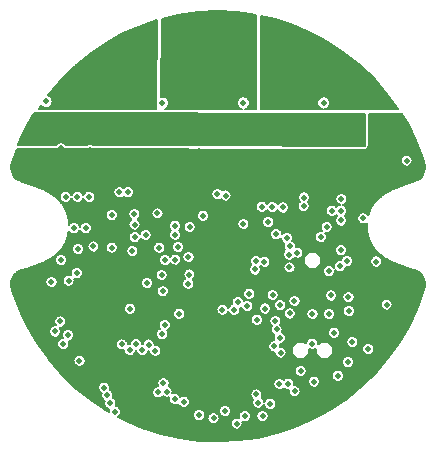
<source format=gbr>
G04 #@! TF.GenerationSoftware,KiCad,Pcbnew,(5.1.5)-3*
G04 #@! TF.CreationDate,2020-08-22T17:19:44-02:30*
G04 #@! TF.ProjectId,Thruster_Controller_V2,54687275-7374-4657-925f-436f6e74726f,rev?*
G04 #@! TF.SameCoordinates,Original*
G04 #@! TF.FileFunction,Copper,L3,Inr*
G04 #@! TF.FilePolarity,Positive*
%FSLAX46Y46*%
G04 Gerber Fmt 4.6, Leading zero omitted, Abs format (unit mm)*
G04 Created by KiCad (PCBNEW (5.1.5)-3) date 2020-08-22 17:19:44*
%MOMM*%
%LPD*%
G04 APERTURE LIST*
%ADD10C,0.500000*%
%ADD11C,0.127000*%
%ADD12C,0.200000*%
G04 APERTURE END LIST*
D10*
X107500000Y-84800000D03*
X86100000Y-104400000D03*
X108300000Y-82400000D03*
X107300000Y-82400000D03*
X109400000Y-83200000D03*
X108400000Y-83200000D03*
X107600000Y-83200000D03*
X106800000Y-83200000D03*
X108800000Y-84000000D03*
X108000000Y-84000000D03*
X107200000Y-84000000D03*
X106400000Y-84000000D03*
X99500000Y-80700000D03*
X100200000Y-81600000D03*
X98900000Y-81600000D03*
X98200000Y-82400000D03*
X99100000Y-82400000D03*
X100200000Y-82400000D03*
X101200000Y-82400000D03*
X100700000Y-83200000D03*
X99600000Y-83200000D03*
X98600000Y-83200000D03*
X100200000Y-84000000D03*
X99100000Y-84000000D03*
X93300000Y-83300000D03*
X92800000Y-82600000D03*
X91600000Y-82600000D03*
X92200000Y-83300000D03*
X91600000Y-84000000D03*
X91100000Y-83300000D03*
X89750000Y-92775000D03*
X89800000Y-93800000D03*
X100650000Y-108300000D03*
X99325000Y-108275000D03*
X88075000Y-111425000D03*
X86850000Y-110050000D03*
X88275000Y-109675000D03*
X86900000Y-108250000D03*
X111875000Y-89675000D03*
X111875000Y-88950000D03*
X111150000Y-88950000D03*
X111150000Y-89675000D03*
X104225000Y-89575000D03*
X104275000Y-88925000D03*
X92125000Y-89425000D03*
X109750000Y-89425000D03*
X108900000Y-89425000D03*
X108125000Y-89425000D03*
X107375000Y-89425000D03*
X106725000Y-89425000D03*
X105950000Y-89425000D03*
X107350000Y-90900000D03*
X105975000Y-90900000D03*
X100850000Y-89425000D03*
X100050000Y-89425000D03*
X99225000Y-89425000D03*
X98425000Y-89425000D03*
X97775000Y-89425000D03*
X97150000Y-89425000D03*
X97150000Y-90900000D03*
X98425000Y-90900000D03*
X91325000Y-89425000D03*
X90575000Y-89425000D03*
X89700000Y-89425000D03*
X88925000Y-89425000D03*
X88200000Y-89425000D03*
X110425000Y-97800000D03*
X110450000Y-95975000D03*
X110425000Y-96975000D03*
X109625000Y-96975000D03*
X96387500Y-101112500D03*
X112300000Y-97625000D03*
X89250000Y-90100000D03*
X88400000Y-90050000D03*
X97775000Y-90900000D03*
X97450000Y-90150000D03*
X98100000Y-90150000D03*
X106700000Y-90900000D03*
X106350000Y-90175000D03*
X107025000Y-90175000D03*
X97500000Y-100900000D03*
X83850000Y-90825000D03*
X85450000Y-87725000D03*
X95525000Y-101150000D03*
X86175000Y-90525000D03*
X87175000Y-89650000D03*
X87100000Y-90375000D03*
X93400000Y-90400000D03*
X93350000Y-89200000D03*
X94000000Y-89775000D03*
X87950000Y-90700000D03*
X88800000Y-90700000D03*
X87650000Y-89000000D03*
X86700000Y-101150000D03*
X88825000Y-92700000D03*
X88825000Y-93450000D03*
X88850000Y-94250000D03*
X98375000Y-91925000D03*
X97800000Y-92450000D03*
X98375000Y-92850000D03*
X97825000Y-93600000D03*
X98325000Y-94250000D03*
X97800000Y-94925000D03*
X104475000Y-94975000D03*
X104475000Y-92775000D03*
X104800000Y-92050000D03*
X104125000Y-92050000D03*
X103025000Y-93525000D03*
X103025000Y-94300000D03*
X104075000Y-94300000D03*
X104075000Y-93550000D03*
X104825000Y-93550000D03*
X104825000Y-94300000D03*
X102050000Y-94275000D03*
X102050000Y-93550000D03*
X112275000Y-94850000D03*
X111425000Y-94850000D03*
X111150000Y-92825000D03*
X111800000Y-92825000D03*
X111800000Y-92125000D03*
X113725000Y-93550000D03*
X110975000Y-93575000D03*
X111775000Y-93575000D03*
X112825000Y-93575000D03*
X113725000Y-94275000D03*
X112825000Y-94275000D03*
X111775000Y-94275000D03*
X110975000Y-94275000D03*
X111675000Y-96925000D03*
X111675000Y-96200000D03*
X111800000Y-99100000D03*
X110625000Y-99100000D03*
X111750000Y-101250000D03*
X112400000Y-101700000D03*
X111850000Y-100400000D03*
X111225000Y-100400000D03*
X111225000Y-97775000D03*
X112425000Y-96200000D03*
X112400000Y-96925000D03*
X102150000Y-111350000D03*
X93220000Y-94340000D03*
X94090000Y-94350000D03*
X95130000Y-94340000D03*
X96010000Y-94340000D03*
X96020000Y-93630000D03*
X95140000Y-93630000D03*
X94080000Y-93620000D03*
X93240000Y-93620000D03*
X101100000Y-112050000D03*
X102100000Y-112125000D03*
X102100000Y-110450000D03*
X100275000Y-110975000D03*
X98175000Y-108300000D03*
X99825000Y-107075000D03*
X97525000Y-107525000D03*
X99550000Y-100700000D03*
X98750000Y-100700000D03*
X101250000Y-99600000D03*
X100400000Y-99600000D03*
X99550000Y-99600000D03*
X98750000Y-99600000D03*
X114975000Y-101850000D03*
X99200000Y-110850000D03*
X97649986Y-112300000D03*
X92550000Y-103075000D03*
X102654510Y-108936359D03*
X93725000Y-104475000D03*
X101197677Y-110115974D03*
X99800000Y-110265521D03*
X100775000Y-101275000D03*
X113275000Y-109800000D03*
X114275000Y-107200000D03*
X98350000Y-110950034D03*
X101100000Y-107100000D03*
X101824978Y-107100000D03*
X106820040Y-106720040D03*
X107950000Y-104375000D03*
X114813500Y-93250000D03*
X96325000Y-103049990D03*
X87775000Y-93725000D03*
X86950000Y-93175000D03*
X86350000Y-92400000D03*
X87200000Y-92250000D03*
X87875000Y-92800000D03*
X88150000Y-91925000D03*
X86700000Y-91700000D03*
X84475000Y-94375000D03*
X83575000Y-93875000D03*
X83625000Y-92175000D03*
X89150000Y-91850000D03*
X89775000Y-94800000D03*
X87656250Y-104356250D03*
X87593750Y-105193750D03*
X86750000Y-105050000D03*
X109100000Y-110800000D03*
X109450000Y-111850000D03*
X89511500Y-99250000D03*
X88100000Y-99350000D03*
X97475000Y-103150012D03*
X97575000Y-102375000D03*
X97600000Y-98350000D03*
X96359479Y-98250000D03*
X95299998Y-87873785D03*
X102150000Y-87850000D03*
X108950000Y-87850000D03*
X102149984Y-98100000D03*
X104600000Y-96650000D03*
X103144445Y-101946005D03*
X100601659Y-113936902D03*
X110425000Y-100325000D03*
X110925000Y-101225000D03*
X110325000Y-101675000D03*
X104764079Y-108464597D03*
X105850000Y-99275000D03*
X113400000Y-101275000D03*
X112725000Y-108675000D03*
X111075000Y-105475000D03*
X109200000Y-98350000D03*
X111000000Y-109800000D03*
X114275000Y-104925000D03*
X109400000Y-102100000D03*
X99625000Y-114550000D03*
X95488024Y-106639664D03*
X101379913Y-105359776D03*
X106014732Y-100682313D03*
X85900000Y-103000000D03*
X86650002Y-106350000D03*
X110150000Y-110950000D03*
X115971538Y-92730819D03*
X89600000Y-84800000D03*
X90575000Y-84000000D03*
X91000000Y-84800000D03*
X90300000Y-84800000D03*
X88875000Y-84800000D03*
X88200000Y-84800000D03*
X94300000Y-85350000D03*
X89600000Y-84000000D03*
X90100000Y-83300000D03*
X94300000Y-83300000D03*
X93800000Y-82600000D03*
X93300000Y-81800000D03*
X92300000Y-82000000D03*
X94300000Y-81800000D03*
X87100000Y-95800000D03*
X98475000Y-84925000D03*
X99925000Y-84925000D03*
X99225000Y-84925000D03*
X97725000Y-84925000D03*
X97075000Y-84925000D03*
X97400000Y-84000000D03*
X98200000Y-84000000D03*
X96700000Y-83200000D03*
X97700000Y-83200000D03*
X101588500Y-83211500D03*
X102600000Y-83200000D03*
X102100000Y-82400000D03*
X97200000Y-82400000D03*
X95900000Y-82400000D03*
X96700000Y-81600000D03*
X97800000Y-81600000D03*
X101700000Y-81600000D03*
X102800000Y-81600000D03*
X102300000Y-80700000D03*
X101000000Y-80700000D03*
X98300000Y-80700000D03*
X97300000Y-80700000D03*
X95800000Y-80800000D03*
X102800000Y-85200000D03*
X88100000Y-95800000D03*
X108930000Y-84820000D03*
X108200000Y-84810000D03*
X106760000Y-84800000D03*
X106060000Y-84800000D03*
X109900000Y-84000000D03*
X105900000Y-83200000D03*
X105000000Y-83200000D03*
X104100000Y-83200000D03*
X104500000Y-82400000D03*
X105400000Y-82400000D03*
X106400000Y-82400000D03*
X104000000Y-81600000D03*
X105000000Y-81600000D03*
X106000000Y-81600000D03*
X104500000Y-80900000D03*
X104000000Y-85600000D03*
X89100000Y-95800000D03*
X108700000Y-99200000D03*
X94128171Y-108301829D03*
X106475000Y-104625000D03*
X107975000Y-108225000D03*
X93066044Y-108286579D03*
X92528107Y-108761893D03*
X109825000Y-107300000D03*
X109575000Y-104150000D03*
X111050000Y-104300000D03*
X93590561Y-108750149D03*
X88044181Y-102246538D03*
X87350874Y-102896930D03*
X98728310Y-97400012D03*
X103700000Y-96640521D03*
X105500000Y-96699986D03*
X104250000Y-97936490D03*
X96612624Y-100038838D03*
X96361786Y-99000893D03*
X96340000Y-112920000D03*
X87299984Y-107500000D03*
X94911697Y-112356081D03*
X86200000Y-107200000D03*
X95649998Y-112290000D03*
X103988510Y-105255977D03*
X95386487Y-111580841D03*
X103290513Y-106200000D03*
X106075000Y-99975000D03*
X95325000Y-103800000D03*
X103232816Y-101251596D03*
X95225000Y-102425000D03*
X107000000Y-110540000D03*
X90628796Y-112594713D03*
X88800000Y-98450000D03*
X102274950Y-114376817D03*
X90349393Y-111950607D03*
X89450000Y-100000000D03*
X108130000Y-111440000D03*
X91262358Y-113986777D03*
X87800000Y-98450000D03*
X92950000Y-99225000D03*
X95025000Y-100100000D03*
X91000000Y-100100000D03*
X106486500Y-112265000D03*
X101575607Y-115000607D03*
X92750000Y-100375000D03*
X92936500Y-98150000D03*
X95275010Y-107425000D03*
X98409412Y-114281262D03*
X100378302Y-105355173D03*
X102475377Y-105048365D03*
X103248812Y-112532685D03*
X105225000Y-107750000D03*
X94000000Y-103100002D03*
X92550000Y-105275000D03*
X104962566Y-107022171D03*
X108000001Y-105714476D03*
X104864015Y-106329131D03*
X107250000Y-96586500D03*
X93875000Y-99025000D03*
X100640561Y-95689635D03*
X92375000Y-95407468D03*
X99950000Y-95575000D03*
X92925008Y-97264330D03*
X107285906Y-95860270D03*
X94875000Y-97200000D03*
X91000000Y-97350000D03*
X91651379Y-95407468D03*
X104414689Y-113326490D03*
X105950001Y-111628680D03*
X104925000Y-98963510D03*
X101675000Y-104725000D03*
X106725000Y-100525000D03*
X104625000Y-104100000D03*
X103403601Y-113215358D03*
X103772225Y-114365735D03*
X105199908Y-111650000D03*
X94680793Y-108820917D03*
X91850000Y-108290000D03*
X109400000Y-105725000D03*
X111375000Y-108100000D03*
X106075000Y-105675000D03*
X96725000Y-105700000D03*
X102650000Y-103999190D03*
X97100000Y-113150000D03*
X106050000Y-101775000D03*
X103931653Y-101292134D03*
X105275000Y-104975000D03*
X105296458Y-108986500D03*
X90875000Y-113250000D03*
X88141018Y-100224099D03*
D11*
G36*
X116146754Y-89724589D02*
G01*
X116852981Y-91223101D01*
X117422192Y-92784127D01*
X117461463Y-92910989D01*
X117512093Y-93162859D01*
X117512806Y-93408447D01*
X117465803Y-93649495D01*
X117372878Y-93876817D01*
X117237566Y-94081765D01*
X117065021Y-94256529D01*
X116861748Y-94394497D01*
X116626673Y-94494319D01*
X116611077Y-94499220D01*
X116611068Y-94499224D01*
X116611012Y-94499241D01*
X116525330Y-94526192D01*
X116525322Y-94526196D01*
X116525174Y-94526241D01*
X116439372Y-94553294D01*
X116439360Y-94553299D01*
X116439111Y-94553376D01*
X116353231Y-94580561D01*
X116353207Y-94580571D01*
X116352854Y-94580681D01*
X116262920Y-94609312D01*
X116262898Y-94609322D01*
X116262449Y-94609462D01*
X116183275Y-94634847D01*
X116183240Y-94634862D01*
X116182737Y-94635021D01*
X116104963Y-94660159D01*
X116104936Y-94660171D01*
X116104323Y-94660366D01*
X116021288Y-94687461D01*
X116021245Y-94687480D01*
X116020519Y-94687714D01*
X115936634Y-94715399D01*
X115936596Y-94715416D01*
X115935766Y-94715687D01*
X115854078Y-94742992D01*
X115854035Y-94743011D01*
X115853142Y-94743307D01*
X115777334Y-94768993D01*
X115777287Y-94769014D01*
X115776304Y-94769345D01*
X115692790Y-94798064D01*
X115692743Y-94798085D01*
X115691337Y-94798568D01*
X115575257Y-94839319D01*
X115575207Y-94839342D01*
X115573683Y-94839877D01*
X115494978Y-94868122D01*
X115494923Y-94868148D01*
X115493578Y-94868630D01*
X115415278Y-94897277D01*
X115415220Y-94897305D01*
X115413830Y-94897813D01*
X115340014Y-94925359D01*
X115339966Y-94925382D01*
X115338472Y-94925940D01*
X115264774Y-94954019D01*
X115264717Y-94954047D01*
X115263204Y-94954624D01*
X115192683Y-94982059D01*
X115192632Y-94982085D01*
X115190905Y-94982759D01*
X115115763Y-95012680D01*
X115115710Y-95012707D01*
X115113827Y-95013461D01*
X115041745Y-95042892D01*
X115041697Y-95042917D01*
X115039661Y-95043755D01*
X114966856Y-95074281D01*
X114966821Y-95074300D01*
X114964628Y-95075228D01*
X114893626Y-95105842D01*
X114893593Y-95105860D01*
X114891290Y-95106864D01*
X114820846Y-95138127D01*
X114820816Y-95138144D01*
X114818363Y-95139246D01*
X114749724Y-95170642D01*
X114749704Y-95170654D01*
X114747002Y-95171908D01*
X114671789Y-95207454D01*
X114671786Y-95207455D01*
X114671747Y-95207474D01*
X114671683Y-95207504D01*
X114671679Y-95207507D01*
X114668760Y-95208910D01*
X114599203Y-95242938D01*
X114599195Y-95242941D01*
X114596189Y-95244437D01*
X114529273Y-95278305D01*
X114529243Y-95278324D01*
X114529215Y-95278335D01*
X114526230Y-95279873D01*
X114457743Y-95315770D01*
X114457637Y-95315839D01*
X114457520Y-95315887D01*
X114454559Y-95317470D01*
X114388369Y-95353440D01*
X114388222Y-95353539D01*
X114388056Y-95353610D01*
X114385119Y-95355239D01*
X114321052Y-95391348D01*
X114320860Y-95391483D01*
X114320638Y-95391581D01*
X114317728Y-95393257D01*
X114253619Y-95430748D01*
X114253359Y-95430936D01*
X114253060Y-95431075D01*
X114250178Y-95432799D01*
X114186772Y-95471311D01*
X114186443Y-95471557D01*
X114186067Y-95471740D01*
X114183216Y-95473514D01*
X114120530Y-95513097D01*
X114120152Y-95513391D01*
X114119722Y-95513609D01*
X114116903Y-95515433D01*
X114054953Y-95556125D01*
X114054528Y-95556468D01*
X114054042Y-95556726D01*
X114051257Y-95558602D01*
X113991154Y-95599692D01*
X113990946Y-95599866D01*
X113990707Y-95599998D01*
X113987952Y-95601919D01*
X113943627Y-95633289D01*
X113943371Y-95633511D01*
X113943076Y-95633680D01*
X113940354Y-95635647D01*
X113882650Y-95677956D01*
X113882163Y-95678392D01*
X113881600Y-95678730D01*
X113878917Y-95680749D01*
X113822016Y-95724190D01*
X113821486Y-95724684D01*
X113820867Y-95725072D01*
X113818225Y-95727145D01*
X113762312Y-95771628D01*
X113761695Y-95772226D01*
X113760972Y-95772701D01*
X113758374Y-95774829D01*
X113700583Y-95822832D01*
X113699906Y-95823517D01*
X113699113Y-95824063D01*
X113696562Y-95826247D01*
X113640944Y-95874546D01*
X113640242Y-95875287D01*
X113639407Y-95875891D01*
X113636906Y-95878132D01*
X113581869Y-95928137D01*
X113581147Y-95928935D01*
X113580287Y-95929587D01*
X113577838Y-95931885D01*
X113525374Y-95981791D01*
X113524668Y-95982608D01*
X113523819Y-95983283D01*
X113521423Y-95985636D01*
X113471260Y-96035593D01*
X113470496Y-96036519D01*
X113469576Y-96037287D01*
X113467237Y-96039697D01*
X113415480Y-96093764D01*
X113414686Y-96094775D01*
X113413716Y-96095626D01*
X113411438Y-96098093D01*
X113362991Y-96151264D01*
X113362217Y-96152301D01*
X113361267Y-96153177D01*
X113359050Y-96155699D01*
X113312087Y-96209868D01*
X113311262Y-96211032D01*
X113310233Y-96212031D01*
X113308082Y-96214610D01*
X113260335Y-96272644D01*
X113259507Y-96273879D01*
X113258466Y-96274944D01*
X113256383Y-96277578D01*
X113212451Y-96333931D01*
X113211642Y-96335208D01*
X113210611Y-96336321D01*
X113208599Y-96339009D01*
X113164880Y-96398264D01*
X113164065Y-96399630D01*
X113163012Y-96400830D01*
X113161073Y-96403572D01*
X113119726Y-96462921D01*
X113118943Y-96464318D01*
X113117912Y-96465560D01*
X113116049Y-96468354D01*
X113076390Y-96528725D01*
X113075604Y-96530222D01*
X113074558Y-96531556D01*
X113072774Y-96534401D01*
X113033964Y-96597244D01*
X113033174Y-96598856D01*
X113032105Y-96600304D01*
X113030404Y-96603199D01*
X112992914Y-96668014D01*
X112992743Y-96668389D01*
X112992503Y-96668727D01*
X112990852Y-96671651D01*
X112983228Y-96685377D01*
X112983028Y-96685838D01*
X112982743Y-96686254D01*
X112981145Y-96689208D01*
X112945595Y-96756039D01*
X112944861Y-96757819D01*
X112943816Y-96759447D01*
X112942307Y-96762448D01*
X112908252Y-96831369D01*
X112907575Y-96833161D01*
X112906586Y-96834808D01*
X112905168Y-96837852D01*
X112873668Y-96906705D01*
X112873038Y-96908537D01*
X112872088Y-96910232D01*
X112870762Y-96913317D01*
X112840275Y-96985620D01*
X112839689Y-96987505D01*
X112838772Y-96989265D01*
X112837541Y-96992389D01*
X112809113Y-97065972D01*
X112808586Y-97067871D01*
X112807724Y-97069654D01*
X112806588Y-97072814D01*
X112779881Y-97148711D01*
X112779413Y-97150619D01*
X112778608Y-97152422D01*
X112777568Y-97155615D01*
X112752986Y-97232868D01*
X112752588Y-97234733D01*
X112751859Y-97236506D01*
X112750915Y-97239728D01*
X112728558Y-97317985D01*
X112728223Y-97319823D01*
X112727562Y-97321575D01*
X112726713Y-97324824D01*
X112724040Y-97335344D01*
X112698862Y-97297663D01*
X112627337Y-97226138D01*
X112543234Y-97169942D01*
X112449783Y-97131233D01*
X112350575Y-97111500D01*
X112249425Y-97111500D01*
X112150217Y-97131233D01*
X112056766Y-97169942D01*
X111972663Y-97226138D01*
X111901138Y-97297663D01*
X111844942Y-97381766D01*
X111806233Y-97475217D01*
X111786500Y-97574425D01*
X111786500Y-97675575D01*
X111806233Y-97774783D01*
X111844942Y-97868234D01*
X111901138Y-97952337D01*
X111972663Y-98023862D01*
X112056766Y-98080058D01*
X112150217Y-98118767D01*
X112249425Y-98138500D01*
X112350575Y-98138500D01*
X112449783Y-98118767D01*
X112543234Y-98080058D01*
X112615921Y-98031490D01*
X112615615Y-98035921D01*
X112615659Y-98037442D01*
X112615424Y-98038955D01*
X112615259Y-98042309D01*
X112611167Y-98138994D01*
X112611260Y-98140671D01*
X112611048Y-98142344D01*
X112610977Y-98145702D01*
X112609525Y-98246537D01*
X112609611Y-98247572D01*
X112609504Y-98248606D01*
X112609508Y-98251964D01*
X112609976Y-98309268D01*
X112610082Y-98310268D01*
X112610000Y-98311279D01*
X112610080Y-98314636D01*
X112613119Y-98414268D01*
X112613328Y-98415888D01*
X112613240Y-98417523D01*
X112613411Y-98420876D01*
X112619031Y-98517669D01*
X112619270Y-98519188D01*
X112619228Y-98520723D01*
X112619489Y-98524071D01*
X112627457Y-98617940D01*
X112627728Y-98619409D01*
X112627727Y-98620914D01*
X112628077Y-98624254D01*
X112638389Y-98716720D01*
X112638701Y-98718193D01*
X112638740Y-98719704D01*
X112639177Y-98723033D01*
X112651590Y-98812730D01*
X112651951Y-98814237D01*
X112652033Y-98815789D01*
X112652560Y-98819105D01*
X112667200Y-98907393D01*
X112667617Y-98908949D01*
X112667746Y-98910555D01*
X112668363Y-98913856D01*
X112684801Y-98998581D01*
X112685289Y-99000219D01*
X112685474Y-99001928D01*
X112686184Y-99005210D01*
X112704768Y-99088396D01*
X112704896Y-99088785D01*
X112704948Y-99089199D01*
X112705715Y-99092468D01*
X112709755Y-99109181D01*
X112709904Y-99109610D01*
X112709970Y-99110066D01*
X112710795Y-99113321D01*
X112731544Y-99192946D01*
X112732197Y-99194719D01*
X112732522Y-99196583D01*
X112733443Y-99199812D01*
X112756432Y-99278411D01*
X112757150Y-99280196D01*
X112757539Y-99282090D01*
X112758556Y-99285291D01*
X112783510Y-99362006D01*
X112784292Y-99363794D01*
X112784743Y-99365696D01*
X112785856Y-99368865D01*
X112812764Y-99443827D01*
X112813615Y-99445623D01*
X112814133Y-99447545D01*
X112815342Y-99450678D01*
X112844470Y-99524662D01*
X112845368Y-99526417D01*
X112845939Y-99528306D01*
X112847242Y-99531401D01*
X112877782Y-99602567D01*
X112878734Y-99604297D01*
X112879363Y-99606170D01*
X112880759Y-99609224D01*
X112913610Y-99679791D01*
X112914591Y-99681451D01*
X112915261Y-99683266D01*
X112916748Y-99686276D01*
X112950440Y-99753324D01*
X112951438Y-99754904D01*
X112952140Y-99756644D01*
X112953715Y-99759609D01*
X112989478Y-99825839D01*
X112990182Y-99826883D01*
X112990683Y-99828044D01*
X112992330Y-99830970D01*
X113017017Y-99874134D01*
X113017722Y-99875127D01*
X113018233Y-99876236D01*
X113019950Y-99879122D01*
X113058208Y-99942430D01*
X113059235Y-99943806D01*
X113060003Y-99945355D01*
X113061801Y-99948191D01*
X113101304Y-100009574D01*
X113102339Y-100010882D01*
X113103123Y-100012359D01*
X113104999Y-100015144D01*
X113146429Y-100075753D01*
X113147487Y-100077016D01*
X113148303Y-100078456D01*
X113150255Y-100081188D01*
X113194004Y-100141539D01*
X113195047Y-100142716D01*
X113195857Y-100144060D01*
X113197882Y-100146739D01*
X113241902Y-100204140D01*
X113242901Y-100205208D01*
X113243690Y-100206443D01*
X113245784Y-100209068D01*
X113291192Y-100265185D01*
X113292169Y-100266177D01*
X113292951Y-100267334D01*
X113295112Y-100269905D01*
X113341856Y-100324751D01*
X113342808Y-100325669D01*
X113343578Y-100326750D01*
X113345802Y-100329266D01*
X113393830Y-100382853D01*
X113394832Y-100383772D01*
X113395652Y-100384864D01*
X113397939Y-100387323D01*
X113450899Y-100443493D01*
X113451876Y-100444345D01*
X113452681Y-100445363D01*
X113455028Y-100447765D01*
X113506034Y-100499253D01*
X113506897Y-100499969D01*
X113507616Y-100500836D01*
X113510018Y-100503182D01*
X113561690Y-100552970D01*
X113562499Y-100553610D01*
X113563178Y-100554392D01*
X113565633Y-100556684D01*
X113618382Y-100605268D01*
X113619190Y-100605878D01*
X113619871Y-100606628D01*
X113622376Y-100608864D01*
X113678167Y-100657991D01*
X113678930Y-100658540D01*
X113679578Y-100659224D01*
X113682131Y-100661406D01*
X113736926Y-100707579D01*
X113737629Y-100708063D01*
X113738233Y-100708673D01*
X113740831Y-100710800D01*
X113798110Y-100757040D01*
X113798780Y-100757481D01*
X113799358Y-100758041D01*
X113802000Y-100760115D01*
X113859412Y-100804538D01*
X113860067Y-100804949D01*
X113860642Y-100805485D01*
X113863326Y-100807503D01*
X113924663Y-100852994D01*
X113925259Y-100853352D01*
X113925779Y-100853817D01*
X113928502Y-100855782D01*
X113987460Y-100897731D01*
X113987775Y-100897912D01*
X113988054Y-100898153D01*
X113990810Y-100900072D01*
X114039106Y-100933213D01*
X114039378Y-100933363D01*
X114039616Y-100933562D01*
X114042403Y-100935435D01*
X114102822Y-100975442D01*
X114103302Y-100975696D01*
X114103730Y-100976041D01*
X114106551Y-100977862D01*
X114173575Y-101020482D01*
X114174019Y-101020707D01*
X114174415Y-101021014D01*
X114177269Y-101022784D01*
X114240573Y-101061447D01*
X114240880Y-101061596D01*
X114241161Y-101061806D01*
X114244044Y-101063527D01*
X114308484Y-101101410D01*
X114308752Y-101101534D01*
X114308992Y-101101708D01*
X114311903Y-101103382D01*
X114378492Y-101141073D01*
X114378708Y-101141169D01*
X114378907Y-101141308D01*
X114381845Y-101142935D01*
X114449584Y-101179862D01*
X114449726Y-101179922D01*
X114449863Y-101180015D01*
X114452825Y-101181597D01*
X114521263Y-101217559D01*
X114521326Y-101217585D01*
X114521386Y-101217624D01*
X114524370Y-101219163D01*
X114593453Y-101254192D01*
X114593455Y-101254193D01*
X114596461Y-101255691D01*
X114665934Y-101289720D01*
X114665955Y-101289728D01*
X114668716Y-101291060D01*
X114736996Y-101323424D01*
X114737017Y-101323432D01*
X114739660Y-101324667D01*
X114811294Y-101357554D01*
X114811318Y-101357562D01*
X114813893Y-101358729D01*
X114887380Y-101391418D01*
X114887420Y-101391431D01*
X114889815Y-101392485D01*
X114962663Y-101423929D01*
X114962703Y-101423942D01*
X114964897Y-101424880D01*
X115035800Y-101454639D01*
X115035847Y-101454654D01*
X115037918Y-101455516D01*
X115114413Y-101486768D01*
X115114461Y-101486782D01*
X115116375Y-101487560D01*
X115188327Y-101516220D01*
X115188387Y-101516237D01*
X115190080Y-101516910D01*
X115263157Y-101545357D01*
X115263211Y-101545372D01*
X115264630Y-101545925D01*
X115322647Y-101568072D01*
X115322704Y-101568088D01*
X115324017Y-101568590D01*
X115397905Y-101596281D01*
X115397959Y-101596296D01*
X115399366Y-101596823D01*
X115476273Y-101625079D01*
X115476331Y-101625094D01*
X115477651Y-101625580D01*
X115552331Y-101652502D01*
X115552384Y-101652515D01*
X115553615Y-101652961D01*
X115632590Y-101680927D01*
X115632646Y-101680941D01*
X115633801Y-101681352D01*
X115712779Y-101708845D01*
X115712826Y-101708856D01*
X115713867Y-101709221D01*
X115789817Y-101735253D01*
X115789865Y-101735264D01*
X115790836Y-101735600D01*
X115874678Y-101763919D01*
X115874732Y-101763932D01*
X115875620Y-101764234D01*
X115955692Y-101790912D01*
X115955731Y-101790921D01*
X115956512Y-101791184D01*
X116036755Y-101817599D01*
X116036799Y-101817609D01*
X116037493Y-101817840D01*
X116123233Y-101845759D01*
X116123277Y-101845769D01*
X116123881Y-101845968D01*
X116204356Y-101871920D01*
X116204386Y-101871927D01*
X116204876Y-101872087D01*
X116288088Y-101898713D01*
X116288113Y-101898718D01*
X116288539Y-101898857D01*
X116374443Y-101926158D01*
X116374458Y-101926161D01*
X116374797Y-101926271D01*
X116471390Y-101956804D01*
X116471400Y-101956806D01*
X116471632Y-101956881D01*
X116557395Y-101983892D01*
X116557403Y-101983894D01*
X116557497Y-101983924D01*
X116626565Y-102005643D01*
X116863436Y-102106432D01*
X117066433Y-102244647D01*
X117238721Y-102419661D01*
X117373733Y-102624806D01*
X117466329Y-102852269D01*
X117512978Y-103093379D01*
X117511907Y-103339053D01*
X117462471Y-103584052D01*
X116909780Y-105139099D01*
X116215807Y-106643327D01*
X115388360Y-108078464D01*
X114434251Y-109432697D01*
X113361325Y-110694891D01*
X112178426Y-111854642D01*
X110895282Y-112902411D01*
X109522447Y-113829581D01*
X108071244Y-114628503D01*
X106553607Y-115292610D01*
X104982006Y-115816443D01*
X103369421Y-116195676D01*
X101729082Y-116427200D01*
X100074522Y-116509101D01*
X98419346Y-116440708D01*
X96777183Y-116222584D01*
X95161540Y-115856523D01*
X93585728Y-115345538D01*
X92062716Y-114693840D01*
X91545991Y-114414842D01*
X91589695Y-114385639D01*
X91661220Y-114314114D01*
X91716964Y-114230687D01*
X97895912Y-114230687D01*
X97895912Y-114331837D01*
X97915645Y-114431045D01*
X97954354Y-114524496D01*
X98010550Y-114608599D01*
X98082075Y-114680124D01*
X98166178Y-114736320D01*
X98259629Y-114775029D01*
X98358837Y-114794762D01*
X98459987Y-114794762D01*
X98559195Y-114775029D01*
X98652646Y-114736320D01*
X98736749Y-114680124D01*
X98808274Y-114608599D01*
X98864470Y-114524496D01*
X98874854Y-114499425D01*
X99111500Y-114499425D01*
X99111500Y-114600575D01*
X99131233Y-114699783D01*
X99169942Y-114793234D01*
X99226138Y-114877337D01*
X99297663Y-114948862D01*
X99381766Y-115005058D01*
X99475217Y-115043767D01*
X99574425Y-115063500D01*
X99675575Y-115063500D01*
X99774783Y-115043767D01*
X99868234Y-115005058D01*
X99950585Y-114950032D01*
X101062107Y-114950032D01*
X101062107Y-115051182D01*
X101081840Y-115150390D01*
X101120549Y-115243841D01*
X101176745Y-115327944D01*
X101248270Y-115399469D01*
X101332373Y-115455665D01*
X101425824Y-115494374D01*
X101525032Y-115514107D01*
X101626182Y-115514107D01*
X101725390Y-115494374D01*
X101818841Y-115455665D01*
X101902944Y-115399469D01*
X101974469Y-115327944D01*
X102030665Y-115243841D01*
X102069374Y-115150390D01*
X102089107Y-115051182D01*
X102089107Y-114950032D01*
X102069374Y-114850824D01*
X102067699Y-114846780D01*
X102125167Y-114870584D01*
X102224375Y-114890317D01*
X102325525Y-114890317D01*
X102424733Y-114870584D01*
X102518184Y-114831875D01*
X102602287Y-114775679D01*
X102673812Y-114704154D01*
X102730008Y-114620051D01*
X102768717Y-114526600D01*
X102788450Y-114427392D01*
X102788450Y-114326242D01*
X102786246Y-114315160D01*
X103258725Y-114315160D01*
X103258725Y-114416310D01*
X103278458Y-114515518D01*
X103317167Y-114608969D01*
X103373363Y-114693072D01*
X103444888Y-114764597D01*
X103528991Y-114820793D01*
X103622442Y-114859502D01*
X103721650Y-114879235D01*
X103822800Y-114879235D01*
X103922008Y-114859502D01*
X104015459Y-114820793D01*
X104099562Y-114764597D01*
X104171087Y-114693072D01*
X104227283Y-114608969D01*
X104265992Y-114515518D01*
X104285725Y-114416310D01*
X104285725Y-114315160D01*
X104265992Y-114215952D01*
X104227283Y-114122501D01*
X104171087Y-114038398D01*
X104099562Y-113966873D01*
X104015459Y-113910677D01*
X103922008Y-113871968D01*
X103822800Y-113852235D01*
X103721650Y-113852235D01*
X103622442Y-113871968D01*
X103528991Y-113910677D01*
X103444888Y-113966873D01*
X103373363Y-114038398D01*
X103317167Y-114122501D01*
X103278458Y-114215952D01*
X103258725Y-114315160D01*
X102786246Y-114315160D01*
X102768717Y-114227034D01*
X102730008Y-114133583D01*
X102673812Y-114049480D01*
X102602287Y-113977955D01*
X102518184Y-113921759D01*
X102424733Y-113883050D01*
X102325525Y-113863317D01*
X102224375Y-113863317D01*
X102125167Y-113883050D01*
X102031716Y-113921759D01*
X101947613Y-113977955D01*
X101876088Y-114049480D01*
X101819892Y-114133583D01*
X101781183Y-114227034D01*
X101761450Y-114326242D01*
X101761450Y-114427392D01*
X101781183Y-114526600D01*
X101782858Y-114530644D01*
X101725390Y-114506840D01*
X101626182Y-114487107D01*
X101525032Y-114487107D01*
X101425824Y-114506840D01*
X101332373Y-114545549D01*
X101248270Y-114601745D01*
X101176745Y-114673270D01*
X101120549Y-114757373D01*
X101081840Y-114850824D01*
X101062107Y-114950032D01*
X99950585Y-114950032D01*
X99952337Y-114948862D01*
X100023862Y-114877337D01*
X100080058Y-114793234D01*
X100118767Y-114699783D01*
X100138500Y-114600575D01*
X100138500Y-114499425D01*
X100118767Y-114400217D01*
X100080058Y-114306766D01*
X100023862Y-114222663D01*
X99952337Y-114151138D01*
X99868234Y-114094942D01*
X99774783Y-114056233D01*
X99675575Y-114036500D01*
X99574425Y-114036500D01*
X99475217Y-114056233D01*
X99381766Y-114094942D01*
X99297663Y-114151138D01*
X99226138Y-114222663D01*
X99169942Y-114306766D01*
X99131233Y-114400217D01*
X99111500Y-114499425D01*
X98874854Y-114499425D01*
X98903179Y-114431045D01*
X98922912Y-114331837D01*
X98922912Y-114230687D01*
X98903179Y-114131479D01*
X98864470Y-114038028D01*
X98808274Y-113953925D01*
X98740676Y-113886327D01*
X100088159Y-113886327D01*
X100088159Y-113987477D01*
X100107892Y-114086685D01*
X100146601Y-114180136D01*
X100202797Y-114264239D01*
X100274322Y-114335764D01*
X100358425Y-114391960D01*
X100451876Y-114430669D01*
X100551084Y-114450402D01*
X100652234Y-114450402D01*
X100751442Y-114430669D01*
X100844893Y-114391960D01*
X100928996Y-114335764D01*
X101000521Y-114264239D01*
X101056717Y-114180136D01*
X101095426Y-114086685D01*
X101115159Y-113987477D01*
X101115159Y-113886327D01*
X101095426Y-113787119D01*
X101056717Y-113693668D01*
X101000521Y-113609565D01*
X100928996Y-113538040D01*
X100844893Y-113481844D01*
X100751442Y-113443135D01*
X100652234Y-113423402D01*
X100551084Y-113423402D01*
X100451876Y-113443135D01*
X100358425Y-113481844D01*
X100274322Y-113538040D01*
X100202797Y-113609565D01*
X100146601Y-113693668D01*
X100107892Y-113787119D01*
X100088159Y-113886327D01*
X98740676Y-113886327D01*
X98736749Y-113882400D01*
X98652646Y-113826204D01*
X98559195Y-113787495D01*
X98459987Y-113767762D01*
X98358837Y-113767762D01*
X98259629Y-113787495D01*
X98166178Y-113826204D01*
X98082075Y-113882400D01*
X98010550Y-113953925D01*
X97954354Y-114038028D01*
X97915645Y-114131479D01*
X97895912Y-114230687D01*
X91716964Y-114230687D01*
X91717416Y-114230011D01*
X91756125Y-114136560D01*
X91775858Y-114037352D01*
X91775858Y-113936202D01*
X91756125Y-113836994D01*
X91717416Y-113743543D01*
X91661220Y-113659440D01*
X91589695Y-113587915D01*
X91505592Y-113531719D01*
X91412141Y-113493010D01*
X91336392Y-113477943D01*
X91368767Y-113399783D01*
X91388500Y-113300575D01*
X91388500Y-113199425D01*
X91368767Y-113100217D01*
X91330058Y-113006766D01*
X91273862Y-112922663D01*
X91202337Y-112851138D01*
X91118234Y-112794942D01*
X91104094Y-112789085D01*
X91122563Y-112744496D01*
X91142296Y-112645288D01*
X91142296Y-112544138D01*
X91122563Y-112444930D01*
X91083854Y-112351479D01*
X91053136Y-112305506D01*
X94398197Y-112305506D01*
X94398197Y-112406656D01*
X94417930Y-112505864D01*
X94456639Y-112599315D01*
X94512835Y-112683418D01*
X94584360Y-112754943D01*
X94668463Y-112811139D01*
X94761914Y-112849848D01*
X94861122Y-112869581D01*
X94962272Y-112869581D01*
X95061480Y-112849848D01*
X95154931Y-112811139D01*
X95239034Y-112754943D01*
X95310559Y-112683418D01*
X95313226Y-112679427D01*
X95322661Y-112688862D01*
X95406764Y-112745058D01*
X95500215Y-112783767D01*
X95599423Y-112803500D01*
X95700573Y-112803500D01*
X95799781Y-112783767D01*
X95849079Y-112763347D01*
X95846233Y-112770217D01*
X95826500Y-112869425D01*
X95826500Y-112970575D01*
X95846233Y-113069783D01*
X95884942Y-113163234D01*
X95941138Y-113247337D01*
X96012663Y-113318862D01*
X96096766Y-113375058D01*
X96190217Y-113413767D01*
X96289425Y-113433500D01*
X96390575Y-113433500D01*
X96489783Y-113413767D01*
X96583234Y-113375058D01*
X96625669Y-113346704D01*
X96644942Y-113393234D01*
X96701138Y-113477337D01*
X96772663Y-113548862D01*
X96856766Y-113605058D01*
X96950217Y-113643767D01*
X97049425Y-113663500D01*
X97150575Y-113663500D01*
X97249783Y-113643767D01*
X97343234Y-113605058D01*
X97427337Y-113548862D01*
X97498862Y-113477337D01*
X97555058Y-113393234D01*
X97593767Y-113299783D01*
X97613500Y-113200575D01*
X97613500Y-113099425D01*
X97593767Y-113000217D01*
X97555058Y-112906766D01*
X97498862Y-112822663D01*
X97427337Y-112751138D01*
X97343234Y-112694942D01*
X97249783Y-112656233D01*
X97150575Y-112636500D01*
X97049425Y-112636500D01*
X96950217Y-112656233D01*
X96856766Y-112694942D01*
X96814331Y-112723296D01*
X96795058Y-112676766D01*
X96738862Y-112592663D01*
X96667337Y-112521138D01*
X96608928Y-112482110D01*
X102735312Y-112482110D01*
X102735312Y-112583260D01*
X102755045Y-112682468D01*
X102793754Y-112775919D01*
X102849950Y-112860022D01*
X102921475Y-112931547D01*
X102958932Y-112956575D01*
X102948543Y-112972124D01*
X102909834Y-113065575D01*
X102890101Y-113164783D01*
X102890101Y-113265933D01*
X102909834Y-113365141D01*
X102948543Y-113458592D01*
X103004739Y-113542695D01*
X103076264Y-113614220D01*
X103160367Y-113670416D01*
X103253818Y-113709125D01*
X103353026Y-113728858D01*
X103454176Y-113728858D01*
X103553384Y-113709125D01*
X103646835Y-113670416D01*
X103730938Y-113614220D01*
X103802463Y-113542695D01*
X103858659Y-113458592D01*
X103897368Y-113365141D01*
X103901189Y-113345931D01*
X103901189Y-113377065D01*
X103920922Y-113476273D01*
X103959631Y-113569724D01*
X104015827Y-113653827D01*
X104087352Y-113725352D01*
X104171455Y-113781548D01*
X104264906Y-113820257D01*
X104364114Y-113839990D01*
X104465264Y-113839990D01*
X104564472Y-113820257D01*
X104657923Y-113781548D01*
X104742026Y-113725352D01*
X104813551Y-113653827D01*
X104869747Y-113569724D01*
X104908456Y-113476273D01*
X104928189Y-113377065D01*
X104928189Y-113275915D01*
X104908456Y-113176707D01*
X104869747Y-113083256D01*
X104813551Y-112999153D01*
X104742026Y-112927628D01*
X104657923Y-112871432D01*
X104564472Y-112832723D01*
X104465264Y-112812990D01*
X104364114Y-112812990D01*
X104264906Y-112832723D01*
X104171455Y-112871432D01*
X104087352Y-112927628D01*
X104015827Y-112999153D01*
X103959631Y-113083256D01*
X103920922Y-113176707D01*
X103917101Y-113195917D01*
X103917101Y-113164783D01*
X103897368Y-113065575D01*
X103858659Y-112972124D01*
X103802463Y-112888021D01*
X103730938Y-112816496D01*
X103693481Y-112791468D01*
X103703870Y-112775919D01*
X103742579Y-112682468D01*
X103762312Y-112583260D01*
X103762312Y-112482110D01*
X103742579Y-112382902D01*
X103703870Y-112289451D01*
X103647674Y-112205348D01*
X103576149Y-112133823D01*
X103492046Y-112077627D01*
X103398595Y-112038918D01*
X103299387Y-112019185D01*
X103198237Y-112019185D01*
X103099029Y-112038918D01*
X103005578Y-112077627D01*
X102921475Y-112133823D01*
X102849950Y-112205348D01*
X102793754Y-112289451D01*
X102755045Y-112382902D01*
X102735312Y-112482110D01*
X96608928Y-112482110D01*
X96583234Y-112464942D01*
X96489783Y-112426233D01*
X96390575Y-112406500D01*
X96289425Y-112406500D01*
X96190217Y-112426233D01*
X96140919Y-112446653D01*
X96143765Y-112439783D01*
X96163498Y-112340575D01*
X96163498Y-112239425D01*
X96143765Y-112140217D01*
X96105056Y-112046766D01*
X96048860Y-111962663D01*
X95977335Y-111891138D01*
X95893232Y-111834942D01*
X95845272Y-111815076D01*
X95880254Y-111730624D01*
X95899987Y-111631416D01*
X95899987Y-111599425D01*
X104686408Y-111599425D01*
X104686408Y-111700575D01*
X104706141Y-111799783D01*
X104744850Y-111893234D01*
X104801046Y-111977337D01*
X104872571Y-112048862D01*
X104956674Y-112105058D01*
X105050125Y-112143767D01*
X105149333Y-112163500D01*
X105250483Y-112163500D01*
X105349691Y-112143767D01*
X105443142Y-112105058D01*
X105527245Y-112048862D01*
X105585615Y-111990493D01*
X105622664Y-112027542D01*
X105706767Y-112083738D01*
X105800218Y-112122447D01*
X105899426Y-112142180D01*
X105987370Y-112142180D01*
X105973000Y-112214425D01*
X105973000Y-112315575D01*
X105992733Y-112414783D01*
X106031442Y-112508234D01*
X106087638Y-112592337D01*
X106159163Y-112663862D01*
X106243266Y-112720058D01*
X106336717Y-112758767D01*
X106435925Y-112778500D01*
X106537075Y-112778500D01*
X106636283Y-112758767D01*
X106729734Y-112720058D01*
X106813837Y-112663862D01*
X106885362Y-112592337D01*
X106941558Y-112508234D01*
X106980267Y-112414783D01*
X107000000Y-112315575D01*
X107000000Y-112214425D01*
X106980267Y-112115217D01*
X106941558Y-112021766D01*
X106885362Y-111937663D01*
X106813837Y-111866138D01*
X106729734Y-111809942D01*
X106636283Y-111771233D01*
X106537075Y-111751500D01*
X106449131Y-111751500D01*
X106463501Y-111679255D01*
X106463501Y-111578105D01*
X106443768Y-111478897D01*
X106406708Y-111389425D01*
X107616500Y-111389425D01*
X107616500Y-111490575D01*
X107636233Y-111589783D01*
X107674942Y-111683234D01*
X107731138Y-111767337D01*
X107802663Y-111838862D01*
X107886766Y-111895058D01*
X107980217Y-111933767D01*
X108079425Y-111953500D01*
X108180575Y-111953500D01*
X108279783Y-111933767D01*
X108373234Y-111895058D01*
X108457337Y-111838862D01*
X108528862Y-111767337D01*
X108585058Y-111683234D01*
X108623767Y-111589783D01*
X108643500Y-111490575D01*
X108643500Y-111389425D01*
X108623767Y-111290217D01*
X108585058Y-111196766D01*
X108528862Y-111112663D01*
X108457337Y-111041138D01*
X108373234Y-110984942D01*
X108279783Y-110946233D01*
X108180575Y-110926500D01*
X108079425Y-110926500D01*
X107980217Y-110946233D01*
X107886766Y-110984942D01*
X107802663Y-111041138D01*
X107731138Y-111112663D01*
X107674942Y-111196766D01*
X107636233Y-111290217D01*
X107616500Y-111389425D01*
X106406708Y-111389425D01*
X106405059Y-111385446D01*
X106348863Y-111301343D01*
X106277338Y-111229818D01*
X106193235Y-111173622D01*
X106099784Y-111134913D01*
X106000576Y-111115180D01*
X105899426Y-111115180D01*
X105800218Y-111134913D01*
X105706767Y-111173622D01*
X105622664Y-111229818D01*
X105564295Y-111288188D01*
X105527245Y-111251138D01*
X105443142Y-111194942D01*
X105349691Y-111156233D01*
X105250483Y-111136500D01*
X105149333Y-111136500D01*
X105050125Y-111156233D01*
X104956674Y-111194942D01*
X104872571Y-111251138D01*
X104801046Y-111322663D01*
X104744850Y-111406766D01*
X104706141Y-111500217D01*
X104686408Y-111599425D01*
X95899987Y-111599425D01*
X95899987Y-111530266D01*
X95880254Y-111431058D01*
X95841545Y-111337607D01*
X95785349Y-111253504D01*
X95713824Y-111181979D01*
X95629721Y-111125783D01*
X95536270Y-111087074D01*
X95437062Y-111067341D01*
X95335912Y-111067341D01*
X95236704Y-111087074D01*
X95143253Y-111125783D01*
X95059150Y-111181979D01*
X94987625Y-111253504D01*
X94931429Y-111337607D01*
X94892720Y-111431058D01*
X94872987Y-111530266D01*
X94872987Y-111631416D01*
X94892720Y-111730624D01*
X94931429Y-111824075D01*
X94943794Y-111842581D01*
X94861122Y-111842581D01*
X94761914Y-111862314D01*
X94668463Y-111901023D01*
X94584360Y-111957219D01*
X94512835Y-112028744D01*
X94456639Y-112112847D01*
X94417930Y-112206298D01*
X94398197Y-112305506D01*
X91053136Y-112305506D01*
X91027658Y-112267376D01*
X90956133Y-112195851D01*
X90872030Y-112139655D01*
X90833506Y-112123698D01*
X90843160Y-112100390D01*
X90862893Y-112001182D01*
X90862893Y-111900032D01*
X90843160Y-111800824D01*
X90804451Y-111707373D01*
X90748255Y-111623270D01*
X90676730Y-111551745D01*
X90592627Y-111495549D01*
X90499176Y-111456840D01*
X90399968Y-111437107D01*
X90298818Y-111437107D01*
X90199610Y-111456840D01*
X90106159Y-111495549D01*
X90022056Y-111551745D01*
X89950531Y-111623270D01*
X89894335Y-111707373D01*
X89855626Y-111800824D01*
X89835893Y-111900032D01*
X89835893Y-112001182D01*
X89855626Y-112100390D01*
X89894335Y-112193841D01*
X89950531Y-112277944D01*
X90022056Y-112349469D01*
X90106159Y-112405665D01*
X90144683Y-112421622D01*
X90135029Y-112444930D01*
X90115296Y-112544138D01*
X90115296Y-112645288D01*
X90135029Y-112744496D01*
X90173738Y-112837947D01*
X90229934Y-112922050D01*
X90301459Y-112993575D01*
X90385562Y-113049771D01*
X90399702Y-113055628D01*
X90381233Y-113100217D01*
X90361500Y-113199425D01*
X90361500Y-113300575D01*
X90381233Y-113399783D01*
X90419942Y-113493234D01*
X90476138Y-113577337D01*
X90547663Y-113648862D01*
X90631766Y-113705058D01*
X90725217Y-113743767D01*
X90800966Y-113758834D01*
X90768591Y-113836994D01*
X90748858Y-113936202D01*
X90748858Y-113984442D01*
X90605032Y-113906785D01*
X89224694Y-112990865D01*
X87933033Y-111953599D01*
X86740699Y-110803536D01*
X86469242Y-110489425D01*
X106486500Y-110489425D01*
X106486500Y-110590575D01*
X106506233Y-110689783D01*
X106544942Y-110783234D01*
X106601138Y-110867337D01*
X106672663Y-110938862D01*
X106756766Y-110995058D01*
X106850217Y-111033767D01*
X106949425Y-111053500D01*
X107050575Y-111053500D01*
X107149783Y-111033767D01*
X107243234Y-110995058D01*
X107327337Y-110938862D01*
X107366774Y-110899425D01*
X109636500Y-110899425D01*
X109636500Y-111000575D01*
X109656233Y-111099783D01*
X109694942Y-111193234D01*
X109751138Y-111277337D01*
X109822663Y-111348862D01*
X109906766Y-111405058D01*
X110000217Y-111443767D01*
X110099425Y-111463500D01*
X110200575Y-111463500D01*
X110299783Y-111443767D01*
X110393234Y-111405058D01*
X110477337Y-111348862D01*
X110548862Y-111277337D01*
X110605058Y-111193234D01*
X110643767Y-111099783D01*
X110663500Y-111000575D01*
X110663500Y-110899425D01*
X110643767Y-110800217D01*
X110605058Y-110706766D01*
X110548862Y-110622663D01*
X110477337Y-110551138D01*
X110393234Y-110494942D01*
X110299783Y-110456233D01*
X110200575Y-110436500D01*
X110099425Y-110436500D01*
X110000217Y-110456233D01*
X109906766Y-110494942D01*
X109822663Y-110551138D01*
X109751138Y-110622663D01*
X109694942Y-110706766D01*
X109656233Y-110800217D01*
X109636500Y-110899425D01*
X107366774Y-110899425D01*
X107398862Y-110867337D01*
X107455058Y-110783234D01*
X107493767Y-110689783D01*
X107513500Y-110590575D01*
X107513500Y-110489425D01*
X107493767Y-110390217D01*
X107455058Y-110296766D01*
X107398862Y-110212663D01*
X107327337Y-110141138D01*
X107243234Y-110084942D01*
X107149783Y-110046233D01*
X107050575Y-110026500D01*
X106949425Y-110026500D01*
X106850217Y-110046233D01*
X106756766Y-110084942D01*
X106672663Y-110141138D01*
X106601138Y-110212663D01*
X106544942Y-110296766D01*
X106506233Y-110390217D01*
X106486500Y-110489425D01*
X86469242Y-110489425D01*
X85721701Y-109624425D01*
X87761500Y-109624425D01*
X87761500Y-109725575D01*
X87781233Y-109824783D01*
X87819942Y-109918234D01*
X87876138Y-110002337D01*
X87947663Y-110073862D01*
X88031766Y-110130058D01*
X88125217Y-110168767D01*
X88224425Y-110188500D01*
X88325575Y-110188500D01*
X88424783Y-110168767D01*
X88518234Y-110130058D01*
X88602337Y-110073862D01*
X88673862Y-110002337D01*
X88730058Y-109918234D01*
X88768767Y-109824783D01*
X88783756Y-109749425D01*
X110486500Y-109749425D01*
X110486500Y-109850575D01*
X110506233Y-109949783D01*
X110544942Y-110043234D01*
X110601138Y-110127337D01*
X110672663Y-110198862D01*
X110756766Y-110255058D01*
X110850217Y-110293767D01*
X110949425Y-110313500D01*
X111050575Y-110313500D01*
X111149783Y-110293767D01*
X111243234Y-110255058D01*
X111327337Y-110198862D01*
X111398862Y-110127337D01*
X111455058Y-110043234D01*
X111493767Y-109949783D01*
X111513500Y-109850575D01*
X111513500Y-109749425D01*
X111493767Y-109650217D01*
X111455058Y-109556766D01*
X111398862Y-109472663D01*
X111327337Y-109401138D01*
X111243234Y-109344942D01*
X111149783Y-109306233D01*
X111050575Y-109286500D01*
X110949425Y-109286500D01*
X110850217Y-109306233D01*
X110756766Y-109344942D01*
X110672663Y-109401138D01*
X110601138Y-109472663D01*
X110544942Y-109556766D01*
X110506233Y-109650217D01*
X110486500Y-109749425D01*
X88783756Y-109749425D01*
X88788500Y-109725575D01*
X88788500Y-109624425D01*
X88768767Y-109525217D01*
X88730058Y-109431766D01*
X88673862Y-109347663D01*
X88602337Y-109276138D01*
X88518234Y-109219942D01*
X88424783Y-109181233D01*
X88325575Y-109161500D01*
X88224425Y-109161500D01*
X88125217Y-109181233D01*
X88031766Y-109219942D01*
X87947663Y-109276138D01*
X87876138Y-109347663D01*
X87819942Y-109431766D01*
X87781233Y-109525217D01*
X87761500Y-109624425D01*
X85721701Y-109624425D01*
X85657515Y-109550154D01*
X84692382Y-108203751D01*
X84689841Y-108199425D01*
X86386500Y-108199425D01*
X86386500Y-108300575D01*
X86406233Y-108399783D01*
X86444942Y-108493234D01*
X86501138Y-108577337D01*
X86572663Y-108648862D01*
X86656766Y-108705058D01*
X86750217Y-108743767D01*
X86849425Y-108763500D01*
X86950575Y-108763500D01*
X87049783Y-108743767D01*
X87143234Y-108705058D01*
X87227337Y-108648862D01*
X87298862Y-108577337D01*
X87355058Y-108493234D01*
X87393767Y-108399783D01*
X87413500Y-108300575D01*
X87413500Y-108239425D01*
X91336500Y-108239425D01*
X91336500Y-108340575D01*
X91356233Y-108439783D01*
X91394942Y-108533234D01*
X91451138Y-108617337D01*
X91522663Y-108688862D01*
X91606766Y-108745058D01*
X91700217Y-108783767D01*
X91799425Y-108803500D01*
X91900575Y-108803500D01*
X91999783Y-108783767D01*
X92014607Y-108777627D01*
X92014607Y-108812468D01*
X92034340Y-108911676D01*
X92073049Y-109005127D01*
X92129245Y-109089230D01*
X92200770Y-109160755D01*
X92284873Y-109216951D01*
X92378324Y-109255660D01*
X92477532Y-109275393D01*
X92578682Y-109275393D01*
X92677890Y-109255660D01*
X92771341Y-109216951D01*
X92855444Y-109160755D01*
X92926969Y-109089230D01*
X92983165Y-109005127D01*
X93021874Y-108911676D01*
X93041607Y-108812468D01*
X93041607Y-108800079D01*
X93077061Y-108800079D01*
X93077061Y-108800724D01*
X93096794Y-108899932D01*
X93135503Y-108993383D01*
X93191699Y-109077486D01*
X93263224Y-109149011D01*
X93347327Y-109205207D01*
X93440778Y-109243916D01*
X93539986Y-109263649D01*
X93641136Y-109263649D01*
X93740344Y-109243916D01*
X93833795Y-109205207D01*
X93917898Y-109149011D01*
X93989423Y-109077486D01*
X94045619Y-108993383D01*
X94084328Y-108899932D01*
X94101156Y-108815329D01*
X94167293Y-108815329D01*
X94167293Y-108871492D01*
X94187026Y-108970700D01*
X94225735Y-109064151D01*
X94281931Y-109148254D01*
X94353456Y-109219779D01*
X94437559Y-109275975D01*
X94531010Y-109314684D01*
X94630218Y-109334417D01*
X94731368Y-109334417D01*
X94830576Y-109314684D01*
X94924027Y-109275975D01*
X95008130Y-109219779D01*
X95079655Y-109148254D01*
X95135851Y-109064151D01*
X95174560Y-108970700D01*
X95194293Y-108871492D01*
X95194293Y-108770342D01*
X95174560Y-108671134D01*
X95135851Y-108577683D01*
X95079655Y-108493580D01*
X95008130Y-108422055D01*
X94996108Y-108414022D01*
X104250579Y-108414022D01*
X104250579Y-108515172D01*
X104270312Y-108614380D01*
X104309021Y-108707831D01*
X104365217Y-108791934D01*
X104436742Y-108863459D01*
X104520845Y-108919655D01*
X104614296Y-108958364D01*
X104713504Y-108978097D01*
X104782958Y-108978097D01*
X104782958Y-109037075D01*
X104802691Y-109136283D01*
X104841400Y-109229734D01*
X104897596Y-109313837D01*
X104969121Y-109385362D01*
X105053224Y-109441558D01*
X105146675Y-109480267D01*
X105245883Y-109500000D01*
X105347033Y-109500000D01*
X105446241Y-109480267D01*
X105539692Y-109441558D01*
X105623795Y-109385362D01*
X105695320Y-109313837D01*
X105751516Y-109229734D01*
X105790225Y-109136283D01*
X105809958Y-109037075D01*
X105809958Y-108935925D01*
X105790225Y-108836717D01*
X105751516Y-108743266D01*
X105746170Y-108735265D01*
X106225200Y-108735265D01*
X106225200Y-108884735D01*
X106254360Y-109031334D01*
X106311560Y-109169427D01*
X106394601Y-109293707D01*
X106500293Y-109399399D01*
X106624573Y-109482440D01*
X106762666Y-109539640D01*
X106909265Y-109568800D01*
X107058735Y-109568800D01*
X107205334Y-109539640D01*
X107343427Y-109482440D01*
X107467707Y-109399399D01*
X107573399Y-109293707D01*
X107656440Y-109169427D01*
X107713640Y-109031334D01*
X107742800Y-108884735D01*
X107742800Y-108735265D01*
X107731824Y-108680082D01*
X107825217Y-108718767D01*
X107924425Y-108738500D01*
X108025575Y-108738500D01*
X108124783Y-108718767D01*
X108218234Y-108680058D01*
X108275837Y-108641569D01*
X108257200Y-108735265D01*
X108257200Y-108884735D01*
X108286360Y-109031334D01*
X108343560Y-109169427D01*
X108426601Y-109293707D01*
X108532293Y-109399399D01*
X108656573Y-109482440D01*
X108794666Y-109539640D01*
X108941265Y-109568800D01*
X109090735Y-109568800D01*
X109237334Y-109539640D01*
X109375427Y-109482440D01*
X109499707Y-109399399D01*
X109605399Y-109293707D01*
X109688440Y-109169427D01*
X109745640Y-109031334D01*
X109774800Y-108884735D01*
X109774800Y-108735265D01*
X109752753Y-108624425D01*
X112211500Y-108624425D01*
X112211500Y-108725575D01*
X112231233Y-108824783D01*
X112269942Y-108918234D01*
X112326138Y-109002337D01*
X112397663Y-109073862D01*
X112481766Y-109130058D01*
X112575217Y-109168767D01*
X112674425Y-109188500D01*
X112775575Y-109188500D01*
X112874783Y-109168767D01*
X112968234Y-109130058D01*
X113052337Y-109073862D01*
X113123862Y-109002337D01*
X113180058Y-108918234D01*
X113218767Y-108824783D01*
X113238500Y-108725575D01*
X113238500Y-108624425D01*
X113218767Y-108525217D01*
X113180058Y-108431766D01*
X113123862Y-108347663D01*
X113052337Y-108276138D01*
X112968234Y-108219942D01*
X112874783Y-108181233D01*
X112775575Y-108161500D01*
X112674425Y-108161500D01*
X112575217Y-108181233D01*
X112481766Y-108219942D01*
X112397663Y-108276138D01*
X112326138Y-108347663D01*
X112269942Y-108431766D01*
X112231233Y-108525217D01*
X112211500Y-108624425D01*
X109752753Y-108624425D01*
X109745640Y-108588666D01*
X109688440Y-108450573D01*
X109605399Y-108326293D01*
X109499707Y-108220601D01*
X109375427Y-108137560D01*
X109237334Y-108080360D01*
X109090735Y-108051200D01*
X108941265Y-108051200D01*
X108794666Y-108080360D01*
X108656573Y-108137560D01*
X108532293Y-108220601D01*
X108488500Y-108264394D01*
X108488500Y-108174425D01*
X108468767Y-108075217D01*
X108458084Y-108049425D01*
X110861500Y-108049425D01*
X110861500Y-108150575D01*
X110881233Y-108249783D01*
X110919942Y-108343234D01*
X110976138Y-108427337D01*
X111047663Y-108498862D01*
X111131766Y-108555058D01*
X111225217Y-108593767D01*
X111324425Y-108613500D01*
X111425575Y-108613500D01*
X111524783Y-108593767D01*
X111618234Y-108555058D01*
X111702337Y-108498862D01*
X111773862Y-108427337D01*
X111830058Y-108343234D01*
X111868767Y-108249783D01*
X111888500Y-108150575D01*
X111888500Y-108049425D01*
X111868767Y-107950217D01*
X111830058Y-107856766D01*
X111773862Y-107772663D01*
X111702337Y-107701138D01*
X111618234Y-107644942D01*
X111524783Y-107606233D01*
X111425575Y-107586500D01*
X111324425Y-107586500D01*
X111225217Y-107606233D01*
X111131766Y-107644942D01*
X111047663Y-107701138D01*
X110976138Y-107772663D01*
X110919942Y-107856766D01*
X110881233Y-107950217D01*
X110861500Y-108049425D01*
X108458084Y-108049425D01*
X108430058Y-107981766D01*
X108373862Y-107897663D01*
X108302337Y-107826138D01*
X108218234Y-107769942D01*
X108124783Y-107731233D01*
X108025575Y-107711500D01*
X107924425Y-107711500D01*
X107825217Y-107731233D01*
X107731766Y-107769942D01*
X107647663Y-107826138D01*
X107576138Y-107897663D01*
X107519942Y-107981766D01*
X107481233Y-108075217D01*
X107461500Y-108174425D01*
X107461500Y-108216454D01*
X107343427Y-108137560D01*
X107205334Y-108080360D01*
X107058735Y-108051200D01*
X106909265Y-108051200D01*
X106762666Y-108080360D01*
X106624573Y-108137560D01*
X106500293Y-108220601D01*
X106394601Y-108326293D01*
X106311560Y-108450573D01*
X106254360Y-108588666D01*
X106225200Y-108735265D01*
X105746170Y-108735265D01*
X105695320Y-108659163D01*
X105623795Y-108587638D01*
X105539692Y-108531442D01*
X105446241Y-108492733D01*
X105347033Y-108473000D01*
X105277579Y-108473000D01*
X105277579Y-108414022D01*
X105257846Y-108314814D01*
X105236591Y-108263500D01*
X105275575Y-108263500D01*
X105374783Y-108243767D01*
X105468234Y-108205058D01*
X105552337Y-108148862D01*
X105623862Y-108077337D01*
X105680058Y-107993234D01*
X105718767Y-107899783D01*
X105738500Y-107800575D01*
X105738500Y-107699425D01*
X105718767Y-107600217D01*
X105680058Y-107506766D01*
X105623862Y-107422663D01*
X105552337Y-107351138D01*
X105468234Y-107294942D01*
X105413137Y-107272120D01*
X105417624Y-107265405D01*
X105424243Y-107249425D01*
X109311500Y-107249425D01*
X109311500Y-107350575D01*
X109331233Y-107449783D01*
X109369942Y-107543234D01*
X109426138Y-107627337D01*
X109497663Y-107698862D01*
X109581766Y-107755058D01*
X109675217Y-107793767D01*
X109774425Y-107813500D01*
X109875575Y-107813500D01*
X109974783Y-107793767D01*
X110068234Y-107755058D01*
X110152337Y-107698862D01*
X110223862Y-107627337D01*
X110280058Y-107543234D01*
X110318767Y-107449783D01*
X110338500Y-107350575D01*
X110338500Y-107249425D01*
X110318767Y-107150217D01*
X110280058Y-107056766D01*
X110223862Y-106972663D01*
X110152337Y-106901138D01*
X110068234Y-106844942D01*
X109974783Y-106806233D01*
X109875575Y-106786500D01*
X109774425Y-106786500D01*
X109675217Y-106806233D01*
X109581766Y-106844942D01*
X109497663Y-106901138D01*
X109426138Y-106972663D01*
X109369942Y-107056766D01*
X109331233Y-107150217D01*
X109311500Y-107249425D01*
X105424243Y-107249425D01*
X105456333Y-107171954D01*
X105476066Y-107072746D01*
X105476066Y-106971596D01*
X105456333Y-106872388D01*
X105417624Y-106778937D01*
X105361428Y-106694834D01*
X105289903Y-106623309D01*
X105286536Y-106621059D01*
X105319073Y-106572365D01*
X105357782Y-106478914D01*
X105377515Y-106379706D01*
X105377515Y-106278556D01*
X105357782Y-106179348D01*
X105319073Y-106085897D01*
X105262877Y-106001794D01*
X105191352Y-105930269D01*
X105107249Y-105874073D01*
X105013798Y-105835364D01*
X104914590Y-105815631D01*
X104813440Y-105815631D01*
X104714232Y-105835364D01*
X104620781Y-105874073D01*
X104536678Y-105930269D01*
X104465153Y-106001794D01*
X104408957Y-106085897D01*
X104370248Y-106179348D01*
X104350515Y-106278556D01*
X104350515Y-106379706D01*
X104370248Y-106478914D01*
X104408957Y-106572365D01*
X104465153Y-106656468D01*
X104536678Y-106727993D01*
X104540045Y-106730243D01*
X104507508Y-106778937D01*
X104468799Y-106872388D01*
X104449066Y-106971596D01*
X104449066Y-107072746D01*
X104468799Y-107171954D01*
X104507508Y-107265405D01*
X104563704Y-107349508D01*
X104635229Y-107421033D01*
X104719332Y-107477229D01*
X104774429Y-107500051D01*
X104769942Y-107506766D01*
X104731233Y-107600217D01*
X104711500Y-107699425D01*
X104711500Y-107800575D01*
X104731233Y-107899783D01*
X104752488Y-107951097D01*
X104713504Y-107951097D01*
X104614296Y-107970830D01*
X104520845Y-108009539D01*
X104436742Y-108065735D01*
X104365217Y-108137260D01*
X104309021Y-108221363D01*
X104270312Y-108314814D01*
X104250579Y-108414022D01*
X94996108Y-108414022D01*
X94924027Y-108365859D01*
X94830576Y-108327150D01*
X94731368Y-108307417D01*
X94641671Y-108307417D01*
X94641671Y-108251254D01*
X94621938Y-108152046D01*
X94583229Y-108058595D01*
X94527033Y-107974492D01*
X94455508Y-107902967D01*
X94371405Y-107846771D01*
X94277954Y-107808062D01*
X94178746Y-107788329D01*
X94077596Y-107788329D01*
X93978388Y-107808062D01*
X93884937Y-107846771D01*
X93800834Y-107902967D01*
X93729309Y-107974492D01*
X93673113Y-108058595D01*
X93634404Y-108152046D01*
X93617576Y-108236649D01*
X93579544Y-108236649D01*
X93579544Y-108236004D01*
X93559811Y-108136796D01*
X93521102Y-108043345D01*
X93464906Y-107959242D01*
X93393381Y-107887717D01*
X93309278Y-107831521D01*
X93215827Y-107792812D01*
X93116619Y-107773079D01*
X93015469Y-107773079D01*
X92916261Y-107792812D01*
X92822810Y-107831521D01*
X92738707Y-107887717D01*
X92667182Y-107959242D01*
X92610986Y-108043345D01*
X92572277Y-108136796D01*
X92552544Y-108236004D01*
X92552544Y-108248393D01*
X92477532Y-108248393D01*
X92378324Y-108268126D01*
X92363500Y-108274266D01*
X92363500Y-108239425D01*
X92343767Y-108140217D01*
X92305058Y-108046766D01*
X92248862Y-107962663D01*
X92177337Y-107891138D01*
X92093234Y-107834942D01*
X91999783Y-107796233D01*
X91900575Y-107776500D01*
X91799425Y-107776500D01*
X91700217Y-107796233D01*
X91606766Y-107834942D01*
X91522663Y-107891138D01*
X91451138Y-107962663D01*
X91394942Y-108046766D01*
X91356233Y-108140217D01*
X91336500Y-108239425D01*
X87413500Y-108239425D01*
X87413500Y-108199425D01*
X87393767Y-108100217D01*
X87357293Y-108012161D01*
X87449767Y-107993767D01*
X87543218Y-107955058D01*
X87627321Y-107898862D01*
X87698846Y-107827337D01*
X87755042Y-107743234D01*
X87793751Y-107649783D01*
X87813484Y-107550575D01*
X87813484Y-107449425D01*
X87798567Y-107374425D01*
X94761510Y-107374425D01*
X94761510Y-107475575D01*
X94781243Y-107574783D01*
X94819952Y-107668234D01*
X94876148Y-107752337D01*
X94947673Y-107823862D01*
X95031776Y-107880058D01*
X95125227Y-107918767D01*
X95224435Y-107938500D01*
X95325585Y-107938500D01*
X95424793Y-107918767D01*
X95518244Y-107880058D01*
X95602347Y-107823862D01*
X95673872Y-107752337D01*
X95730068Y-107668234D01*
X95768777Y-107574783D01*
X95788510Y-107475575D01*
X95788510Y-107374425D01*
X95768777Y-107275217D01*
X95730068Y-107181766D01*
X95684773Y-107113977D01*
X95731258Y-107094722D01*
X95815361Y-107038526D01*
X95886886Y-106967001D01*
X95943082Y-106882898D01*
X95981791Y-106789447D01*
X96001524Y-106690239D01*
X96001524Y-106589089D01*
X95981791Y-106489881D01*
X95943082Y-106396430D01*
X95886886Y-106312327D01*
X95815361Y-106240802D01*
X95731258Y-106184606D01*
X95637807Y-106145897D01*
X95538599Y-106126164D01*
X95437449Y-106126164D01*
X95338241Y-106145897D01*
X95244790Y-106184606D01*
X95160687Y-106240802D01*
X95089162Y-106312327D01*
X95032966Y-106396430D01*
X94994257Y-106489881D01*
X94974524Y-106589089D01*
X94974524Y-106690239D01*
X94994257Y-106789447D01*
X95032966Y-106882898D01*
X95078261Y-106950687D01*
X95031776Y-106969942D01*
X94947673Y-107026138D01*
X94876148Y-107097663D01*
X94819952Y-107181766D01*
X94781243Y-107275217D01*
X94761510Y-107374425D01*
X87798567Y-107374425D01*
X87793751Y-107350217D01*
X87755042Y-107256766D01*
X87698846Y-107172663D01*
X87627321Y-107101138D01*
X87543218Y-107044942D01*
X87449767Y-107006233D01*
X87350559Y-106986500D01*
X87249409Y-106986500D01*
X87150201Y-107006233D01*
X87056750Y-107044942D01*
X86972647Y-107101138D01*
X86901122Y-107172663D01*
X86844926Y-107256766D01*
X86806217Y-107350217D01*
X86786484Y-107449425D01*
X86786484Y-107550575D01*
X86806217Y-107649783D01*
X86842691Y-107737839D01*
X86750217Y-107756233D01*
X86656766Y-107794942D01*
X86572663Y-107851138D01*
X86501138Y-107922663D01*
X86444942Y-108006766D01*
X86406233Y-108100217D01*
X86386500Y-108199425D01*
X84689841Y-108199425D01*
X84072976Y-107149425D01*
X85686500Y-107149425D01*
X85686500Y-107250575D01*
X85706233Y-107349783D01*
X85744942Y-107443234D01*
X85801138Y-107527337D01*
X85872663Y-107598862D01*
X85956766Y-107655058D01*
X86050217Y-107693767D01*
X86149425Y-107713500D01*
X86250575Y-107713500D01*
X86349783Y-107693767D01*
X86443234Y-107655058D01*
X86527337Y-107598862D01*
X86598862Y-107527337D01*
X86655058Y-107443234D01*
X86693767Y-107349783D01*
X86713500Y-107250575D01*
X86713500Y-107149425D01*
X86693767Y-107050217D01*
X86655058Y-106956766D01*
X86598862Y-106872663D01*
X86587284Y-106861085D01*
X86599427Y-106863500D01*
X86700577Y-106863500D01*
X86799785Y-106843767D01*
X86893236Y-106805058D01*
X86977339Y-106748862D01*
X87048864Y-106677337D01*
X87105060Y-106593234D01*
X87143769Y-106499783D01*
X87163502Y-106400575D01*
X87163502Y-106299425D01*
X87143769Y-106200217D01*
X87105060Y-106106766D01*
X87048864Y-106022663D01*
X86977339Y-105951138D01*
X86893236Y-105894942D01*
X86799785Y-105856233D01*
X86700577Y-105836500D01*
X86599427Y-105836500D01*
X86500219Y-105856233D01*
X86406768Y-105894942D01*
X86322665Y-105951138D01*
X86251140Y-106022663D01*
X86194944Y-106106766D01*
X86156235Y-106200217D01*
X86136502Y-106299425D01*
X86136502Y-106400575D01*
X86156235Y-106499783D01*
X86194944Y-106593234D01*
X86251140Y-106677337D01*
X86262718Y-106688915D01*
X86250575Y-106686500D01*
X86149425Y-106686500D01*
X86050217Y-106706233D01*
X85956766Y-106744942D01*
X85872663Y-106801138D01*
X85801138Y-106872663D01*
X85744942Y-106956766D01*
X85706233Y-107050217D01*
X85686500Y-107149425D01*
X84072976Y-107149425D01*
X83853245Y-106775410D01*
X83147020Y-105276906D01*
X83127884Y-105224425D01*
X92036500Y-105224425D01*
X92036500Y-105325575D01*
X92056233Y-105424783D01*
X92094942Y-105518234D01*
X92151138Y-105602337D01*
X92222663Y-105673862D01*
X92306766Y-105730058D01*
X92400217Y-105768767D01*
X92499425Y-105788500D01*
X92600575Y-105788500D01*
X92699783Y-105768767D01*
X92793234Y-105730058D01*
X92877337Y-105673862D01*
X92901774Y-105649425D01*
X96211500Y-105649425D01*
X96211500Y-105750575D01*
X96231233Y-105849783D01*
X96269942Y-105943234D01*
X96326138Y-106027337D01*
X96397663Y-106098862D01*
X96481766Y-106155058D01*
X96575217Y-106193767D01*
X96674425Y-106213500D01*
X96775575Y-106213500D01*
X96874783Y-106193767D01*
X96968234Y-106155058D01*
X96976664Y-106149425D01*
X102777013Y-106149425D01*
X102777013Y-106250575D01*
X102796746Y-106349783D01*
X102835455Y-106443234D01*
X102891651Y-106527337D01*
X102963176Y-106598862D01*
X103047279Y-106655058D01*
X103140730Y-106693767D01*
X103239938Y-106713500D01*
X103341088Y-106713500D01*
X103440296Y-106693767D01*
X103533747Y-106655058D01*
X103617850Y-106598862D01*
X103689375Y-106527337D01*
X103745571Y-106443234D01*
X103784280Y-106349783D01*
X103804013Y-106250575D01*
X103804013Y-106149425D01*
X103784280Y-106050217D01*
X103745571Y-105956766D01*
X103689375Y-105872663D01*
X103617850Y-105801138D01*
X103533747Y-105744942D01*
X103440296Y-105706233D01*
X103341088Y-105686500D01*
X103239938Y-105686500D01*
X103140730Y-105706233D01*
X103047279Y-105744942D01*
X102963176Y-105801138D01*
X102891651Y-105872663D01*
X102835455Y-105956766D01*
X102796746Y-106050217D01*
X102777013Y-106149425D01*
X96976664Y-106149425D01*
X97052337Y-106098862D01*
X97123862Y-106027337D01*
X97180058Y-105943234D01*
X97218767Y-105849783D01*
X97238500Y-105750575D01*
X97238500Y-105649425D01*
X97218767Y-105550217D01*
X97180058Y-105456766D01*
X97123862Y-105372663D01*
X97055797Y-105304598D01*
X99864802Y-105304598D01*
X99864802Y-105405748D01*
X99884535Y-105504956D01*
X99923244Y-105598407D01*
X99979440Y-105682510D01*
X100050965Y-105754035D01*
X100135068Y-105810231D01*
X100228519Y-105848940D01*
X100327727Y-105868673D01*
X100428877Y-105868673D01*
X100528085Y-105848940D01*
X100621536Y-105810231D01*
X100705639Y-105754035D01*
X100777164Y-105682510D01*
X100833360Y-105598407D01*
X100872069Y-105504956D01*
X100878650Y-105471871D01*
X100886146Y-105509559D01*
X100924855Y-105603010D01*
X100981051Y-105687113D01*
X101052576Y-105758638D01*
X101136679Y-105814834D01*
X101230130Y-105853543D01*
X101329338Y-105873276D01*
X101430488Y-105873276D01*
X101529696Y-105853543D01*
X101623147Y-105814834D01*
X101707250Y-105758638D01*
X101778775Y-105687113D01*
X101834971Y-105603010D01*
X101873680Y-105509559D01*
X101893413Y-105410351D01*
X101893413Y-105309201D01*
X101873680Y-105209993D01*
X101869621Y-105200194D01*
X101918234Y-105180058D01*
X101970999Y-105144801D01*
X101981610Y-105198148D01*
X102020319Y-105291599D01*
X102076515Y-105375702D01*
X102148040Y-105447227D01*
X102232143Y-105503423D01*
X102325594Y-105542132D01*
X102424802Y-105561865D01*
X102525952Y-105561865D01*
X102625160Y-105542132D01*
X102718611Y-105503423D01*
X102802714Y-105447227D01*
X102874239Y-105375702D01*
X102930435Y-105291599D01*
X102966139Y-105205402D01*
X103475010Y-105205402D01*
X103475010Y-105306552D01*
X103494743Y-105405760D01*
X103533452Y-105499211D01*
X103589648Y-105583314D01*
X103661173Y-105654839D01*
X103745276Y-105711035D01*
X103838727Y-105749744D01*
X103937935Y-105769477D01*
X104039085Y-105769477D01*
X104138293Y-105749744D01*
X104231744Y-105711035D01*
X104315847Y-105654839D01*
X104346261Y-105624425D01*
X105561500Y-105624425D01*
X105561500Y-105725575D01*
X105581233Y-105824783D01*
X105619942Y-105918234D01*
X105676138Y-106002337D01*
X105747663Y-106073862D01*
X105831766Y-106130058D01*
X105925217Y-106168767D01*
X106024425Y-106188500D01*
X106125575Y-106188500D01*
X106224783Y-106168767D01*
X106318234Y-106130058D01*
X106402337Y-106073862D01*
X106473862Y-106002337D01*
X106530058Y-105918234D01*
X106568767Y-105824783D01*
X106588500Y-105725575D01*
X106588500Y-105663901D01*
X107486501Y-105663901D01*
X107486501Y-105765051D01*
X107506234Y-105864259D01*
X107544943Y-105957710D01*
X107601139Y-106041813D01*
X107672664Y-106113338D01*
X107756767Y-106169534D01*
X107850218Y-106208243D01*
X107949426Y-106227976D01*
X108050576Y-106227976D01*
X108149784Y-106208243D01*
X108243235Y-106169534D01*
X108327338Y-106113338D01*
X108398863Y-106041813D01*
X108455059Y-105957710D01*
X108493768Y-105864259D01*
X108513501Y-105765051D01*
X108513501Y-105674425D01*
X108886500Y-105674425D01*
X108886500Y-105775575D01*
X108906233Y-105874783D01*
X108944942Y-105968234D01*
X109001138Y-106052337D01*
X109072663Y-106123862D01*
X109156766Y-106180058D01*
X109250217Y-106218767D01*
X109349425Y-106238500D01*
X109450575Y-106238500D01*
X109549783Y-106218767D01*
X109643234Y-106180058D01*
X109727337Y-106123862D01*
X109798862Y-106052337D01*
X109855058Y-105968234D01*
X109893767Y-105874783D01*
X109913500Y-105775575D01*
X109913500Y-105674425D01*
X109893767Y-105575217D01*
X109855058Y-105481766D01*
X109816744Y-105424425D01*
X110561500Y-105424425D01*
X110561500Y-105525575D01*
X110581233Y-105624783D01*
X110619942Y-105718234D01*
X110676138Y-105802337D01*
X110747663Y-105873862D01*
X110831766Y-105930058D01*
X110925217Y-105968767D01*
X111024425Y-105988500D01*
X111125575Y-105988500D01*
X111224783Y-105968767D01*
X111318234Y-105930058D01*
X111402337Y-105873862D01*
X111473862Y-105802337D01*
X111530058Y-105718234D01*
X111568767Y-105624783D01*
X111588500Y-105525575D01*
X111588500Y-105424425D01*
X111568767Y-105325217D01*
X111530058Y-105231766D01*
X111473862Y-105147663D01*
X111402337Y-105076138D01*
X111318234Y-105019942D01*
X111224783Y-104981233D01*
X111125575Y-104961500D01*
X111024425Y-104961500D01*
X110925217Y-104981233D01*
X110831766Y-105019942D01*
X110747663Y-105076138D01*
X110676138Y-105147663D01*
X110619942Y-105231766D01*
X110581233Y-105325217D01*
X110561500Y-105424425D01*
X109816744Y-105424425D01*
X109798862Y-105397663D01*
X109727337Y-105326138D01*
X109643234Y-105269942D01*
X109549783Y-105231233D01*
X109450575Y-105211500D01*
X109349425Y-105211500D01*
X109250217Y-105231233D01*
X109156766Y-105269942D01*
X109072663Y-105326138D01*
X109001138Y-105397663D01*
X108944942Y-105481766D01*
X108906233Y-105575217D01*
X108886500Y-105674425D01*
X108513501Y-105674425D01*
X108513501Y-105663901D01*
X108493768Y-105564693D01*
X108455059Y-105471242D01*
X108398863Y-105387139D01*
X108327338Y-105315614D01*
X108243235Y-105259418D01*
X108149784Y-105220709D01*
X108050576Y-105200976D01*
X107949426Y-105200976D01*
X107850218Y-105220709D01*
X107756767Y-105259418D01*
X107672664Y-105315614D01*
X107601139Y-105387139D01*
X107544943Y-105471242D01*
X107506234Y-105564693D01*
X107486501Y-105663901D01*
X106588500Y-105663901D01*
X106588500Y-105624425D01*
X106568767Y-105525217D01*
X106530058Y-105431766D01*
X106473862Y-105347663D01*
X106402337Y-105276138D01*
X106318234Y-105219942D01*
X106224783Y-105181233D01*
X106125575Y-105161500D01*
X106024425Y-105161500D01*
X105925217Y-105181233D01*
X105831766Y-105219942D01*
X105747663Y-105276138D01*
X105676138Y-105347663D01*
X105619942Y-105431766D01*
X105581233Y-105525217D01*
X105561500Y-105624425D01*
X104346261Y-105624425D01*
X104387372Y-105583314D01*
X104443568Y-105499211D01*
X104482277Y-105405760D01*
X104502010Y-105306552D01*
X104502010Y-105205402D01*
X104482277Y-105106194D01*
X104443568Y-105012743D01*
X104387372Y-104928640D01*
X104383157Y-104924425D01*
X104761500Y-104924425D01*
X104761500Y-105025575D01*
X104781233Y-105124783D01*
X104819942Y-105218234D01*
X104876138Y-105302337D01*
X104947663Y-105373862D01*
X105031766Y-105430058D01*
X105125217Y-105468767D01*
X105224425Y-105488500D01*
X105325575Y-105488500D01*
X105424783Y-105468767D01*
X105518234Y-105430058D01*
X105602337Y-105373862D01*
X105673862Y-105302337D01*
X105730058Y-105218234D01*
X105768767Y-105124783D01*
X105788500Y-105025575D01*
X105788500Y-104924425D01*
X105768767Y-104825217D01*
X105730058Y-104731766D01*
X105673862Y-104647663D01*
X105602337Y-104576138D01*
X105599774Y-104574425D01*
X105961500Y-104574425D01*
X105961500Y-104675575D01*
X105981233Y-104774783D01*
X106019942Y-104868234D01*
X106076138Y-104952337D01*
X106147663Y-105023862D01*
X106231766Y-105080058D01*
X106325217Y-105118767D01*
X106424425Y-105138500D01*
X106525575Y-105138500D01*
X106624783Y-105118767D01*
X106718234Y-105080058D01*
X106802337Y-105023862D01*
X106873862Y-104952337D01*
X106925921Y-104874425D01*
X113761500Y-104874425D01*
X113761500Y-104975575D01*
X113781233Y-105074783D01*
X113819942Y-105168234D01*
X113876138Y-105252337D01*
X113947663Y-105323862D01*
X114031766Y-105380058D01*
X114125217Y-105418767D01*
X114224425Y-105438500D01*
X114325575Y-105438500D01*
X114424783Y-105418767D01*
X114518234Y-105380058D01*
X114602337Y-105323862D01*
X114673862Y-105252337D01*
X114730058Y-105168234D01*
X114768767Y-105074783D01*
X114788500Y-104975575D01*
X114788500Y-104874425D01*
X114768767Y-104775217D01*
X114730058Y-104681766D01*
X114673862Y-104597663D01*
X114602337Y-104526138D01*
X114518234Y-104469942D01*
X114424783Y-104431233D01*
X114325575Y-104411500D01*
X114224425Y-104411500D01*
X114125217Y-104431233D01*
X114031766Y-104469942D01*
X113947663Y-104526138D01*
X113876138Y-104597663D01*
X113819942Y-104681766D01*
X113781233Y-104775217D01*
X113761500Y-104874425D01*
X106925921Y-104874425D01*
X106930058Y-104868234D01*
X106968767Y-104774783D01*
X106988500Y-104675575D01*
X106988500Y-104574425D01*
X106968767Y-104475217D01*
X106930058Y-104381766D01*
X106873862Y-104297663D01*
X106802337Y-104226138D01*
X106718234Y-104169942D01*
X106624783Y-104131233D01*
X106525575Y-104111500D01*
X106424425Y-104111500D01*
X106325217Y-104131233D01*
X106231766Y-104169942D01*
X106147663Y-104226138D01*
X106076138Y-104297663D01*
X106019942Y-104381766D01*
X105981233Y-104475217D01*
X105961500Y-104574425D01*
X105599774Y-104574425D01*
X105518234Y-104519942D01*
X105424783Y-104481233D01*
X105325575Y-104461500D01*
X105224425Y-104461500D01*
X105125217Y-104481233D01*
X105031766Y-104519942D01*
X104947663Y-104576138D01*
X104876138Y-104647663D01*
X104819942Y-104731766D01*
X104781233Y-104825217D01*
X104761500Y-104924425D01*
X104383157Y-104924425D01*
X104315847Y-104857115D01*
X104231744Y-104800919D01*
X104138293Y-104762210D01*
X104039085Y-104742477D01*
X103937935Y-104742477D01*
X103838727Y-104762210D01*
X103745276Y-104800919D01*
X103661173Y-104857115D01*
X103589648Y-104928640D01*
X103533452Y-105012743D01*
X103494743Y-105106194D01*
X103475010Y-105205402D01*
X102966139Y-105205402D01*
X102969144Y-105198148D01*
X102988877Y-105098940D01*
X102988877Y-104997790D01*
X102969144Y-104898582D01*
X102930435Y-104805131D01*
X102874239Y-104721028D01*
X102802714Y-104649503D01*
X102718611Y-104593307D01*
X102625160Y-104554598D01*
X102525952Y-104534865D01*
X102424802Y-104534865D01*
X102325594Y-104554598D01*
X102232143Y-104593307D01*
X102179378Y-104628564D01*
X102168767Y-104575217D01*
X102130058Y-104481766D01*
X102073862Y-104397663D01*
X102002337Y-104326138D01*
X101918234Y-104269942D01*
X101824783Y-104231233D01*
X101725575Y-104211500D01*
X101624425Y-104211500D01*
X101525217Y-104231233D01*
X101431766Y-104269942D01*
X101347663Y-104326138D01*
X101276138Y-104397663D01*
X101219942Y-104481766D01*
X101181233Y-104575217D01*
X101161500Y-104674425D01*
X101161500Y-104775575D01*
X101181233Y-104874783D01*
X101185292Y-104884582D01*
X101136679Y-104904718D01*
X101052576Y-104960914D01*
X100981051Y-105032439D01*
X100924855Y-105116542D01*
X100886146Y-105209993D01*
X100879565Y-105243078D01*
X100872069Y-105205390D01*
X100833360Y-105111939D01*
X100777164Y-105027836D01*
X100705639Y-104956311D01*
X100621536Y-104900115D01*
X100528085Y-104861406D01*
X100428877Y-104841673D01*
X100327727Y-104841673D01*
X100228519Y-104861406D01*
X100135068Y-104900115D01*
X100050965Y-104956311D01*
X99979440Y-105027836D01*
X99923244Y-105111939D01*
X99884535Y-105205390D01*
X99864802Y-105304598D01*
X97055797Y-105304598D01*
X97052337Y-105301138D01*
X96968234Y-105244942D01*
X96874783Y-105206233D01*
X96775575Y-105186500D01*
X96674425Y-105186500D01*
X96575217Y-105206233D01*
X96481766Y-105244942D01*
X96397663Y-105301138D01*
X96326138Y-105372663D01*
X96269942Y-105456766D01*
X96231233Y-105550217D01*
X96211500Y-105649425D01*
X92901774Y-105649425D01*
X92948862Y-105602337D01*
X93005058Y-105518234D01*
X93043767Y-105424783D01*
X93063500Y-105325575D01*
X93063500Y-105224425D01*
X93043767Y-105125217D01*
X93005058Y-105031766D01*
X92948862Y-104947663D01*
X92877337Y-104876138D01*
X92793234Y-104819942D01*
X92699783Y-104781233D01*
X92600575Y-104761500D01*
X92499425Y-104761500D01*
X92400217Y-104781233D01*
X92306766Y-104819942D01*
X92222663Y-104876138D01*
X92151138Y-104947663D01*
X92094942Y-105031766D01*
X92056233Y-105125217D01*
X92036500Y-105224425D01*
X83127884Y-105224425D01*
X82590040Y-103749425D01*
X94811500Y-103749425D01*
X94811500Y-103850575D01*
X94831233Y-103949783D01*
X94869942Y-104043234D01*
X94926138Y-104127337D01*
X94997663Y-104198862D01*
X95081766Y-104255058D01*
X95175217Y-104293767D01*
X95274425Y-104313500D01*
X95375575Y-104313500D01*
X95474783Y-104293767D01*
X95568234Y-104255058D01*
X95652337Y-104198862D01*
X95723862Y-104127337D01*
X95780058Y-104043234D01*
X95818767Y-103949783D01*
X95818999Y-103948615D01*
X102136500Y-103948615D01*
X102136500Y-104049765D01*
X102156233Y-104148973D01*
X102194942Y-104242424D01*
X102251138Y-104326527D01*
X102322663Y-104398052D01*
X102406766Y-104454248D01*
X102500217Y-104492957D01*
X102599425Y-104512690D01*
X102700575Y-104512690D01*
X102799783Y-104492957D01*
X102893234Y-104454248D01*
X102977337Y-104398052D01*
X103048862Y-104326527D01*
X103105058Y-104242424D01*
X103143767Y-104148973D01*
X103163500Y-104049765D01*
X103163500Y-104049425D01*
X104111500Y-104049425D01*
X104111500Y-104150575D01*
X104131233Y-104249783D01*
X104169942Y-104343234D01*
X104226138Y-104427337D01*
X104297663Y-104498862D01*
X104381766Y-104555058D01*
X104475217Y-104593767D01*
X104574425Y-104613500D01*
X104675575Y-104613500D01*
X104774783Y-104593767D01*
X104868234Y-104555058D01*
X104952337Y-104498862D01*
X105023862Y-104427337D01*
X105080058Y-104343234D01*
X105118767Y-104249783D01*
X105138500Y-104150575D01*
X105138500Y-104099425D01*
X109061500Y-104099425D01*
X109061500Y-104200575D01*
X109081233Y-104299783D01*
X109119942Y-104393234D01*
X109176138Y-104477337D01*
X109247663Y-104548862D01*
X109331766Y-104605058D01*
X109425217Y-104643767D01*
X109524425Y-104663500D01*
X109625575Y-104663500D01*
X109724783Y-104643767D01*
X109818234Y-104605058D01*
X109902337Y-104548862D01*
X109973862Y-104477337D01*
X110030058Y-104393234D01*
X110068767Y-104299783D01*
X110078783Y-104249425D01*
X110536500Y-104249425D01*
X110536500Y-104350575D01*
X110556233Y-104449783D01*
X110594942Y-104543234D01*
X110651138Y-104627337D01*
X110722663Y-104698862D01*
X110806766Y-104755058D01*
X110900217Y-104793767D01*
X110999425Y-104813500D01*
X111100575Y-104813500D01*
X111199783Y-104793767D01*
X111293234Y-104755058D01*
X111377337Y-104698862D01*
X111448862Y-104627337D01*
X111505058Y-104543234D01*
X111543767Y-104449783D01*
X111563500Y-104350575D01*
X111563500Y-104249425D01*
X111543767Y-104150217D01*
X111505058Y-104056766D01*
X111448862Y-103972663D01*
X111377337Y-103901138D01*
X111293234Y-103844942D01*
X111199783Y-103806233D01*
X111100575Y-103786500D01*
X110999425Y-103786500D01*
X110900217Y-103806233D01*
X110806766Y-103844942D01*
X110722663Y-103901138D01*
X110651138Y-103972663D01*
X110594942Y-104056766D01*
X110556233Y-104150217D01*
X110536500Y-104249425D01*
X110078783Y-104249425D01*
X110088500Y-104200575D01*
X110088500Y-104099425D01*
X110068767Y-104000217D01*
X110030058Y-103906766D01*
X109973862Y-103822663D01*
X109902337Y-103751138D01*
X109818234Y-103694942D01*
X109724783Y-103656233D01*
X109625575Y-103636500D01*
X109524425Y-103636500D01*
X109425217Y-103656233D01*
X109331766Y-103694942D01*
X109247663Y-103751138D01*
X109176138Y-103822663D01*
X109119942Y-103906766D01*
X109081233Y-104000217D01*
X109061500Y-104099425D01*
X105138500Y-104099425D01*
X105138500Y-104049425D01*
X105118767Y-103950217D01*
X105080058Y-103856766D01*
X105023862Y-103772663D01*
X104952337Y-103701138D01*
X104868234Y-103644942D01*
X104774783Y-103606233D01*
X104675575Y-103586500D01*
X104574425Y-103586500D01*
X104475217Y-103606233D01*
X104381766Y-103644942D01*
X104297663Y-103701138D01*
X104226138Y-103772663D01*
X104169942Y-103856766D01*
X104131233Y-103950217D01*
X104111500Y-104049425D01*
X103163500Y-104049425D01*
X103163500Y-103948615D01*
X103143767Y-103849407D01*
X103105058Y-103755956D01*
X103048862Y-103671853D01*
X102977337Y-103600328D01*
X102893234Y-103544132D01*
X102799783Y-103505423D01*
X102700575Y-103485690D01*
X102599425Y-103485690D01*
X102500217Y-103505423D01*
X102406766Y-103544132D01*
X102322663Y-103600328D01*
X102251138Y-103671853D01*
X102194942Y-103755956D01*
X102156233Y-103849407D01*
X102136500Y-103948615D01*
X95818999Y-103948615D01*
X95838500Y-103850575D01*
X95838500Y-103749425D01*
X95818767Y-103650217D01*
X95780058Y-103556766D01*
X95723862Y-103472663D01*
X95652337Y-103401138D01*
X95568234Y-103344942D01*
X95474783Y-103306233D01*
X95375575Y-103286500D01*
X95274425Y-103286500D01*
X95175217Y-103306233D01*
X95081766Y-103344942D01*
X94997663Y-103401138D01*
X94926138Y-103472663D01*
X94869942Y-103556766D01*
X94831233Y-103650217D01*
X94811500Y-103749425D01*
X82590040Y-103749425D01*
X82577810Y-103715886D01*
X82538536Y-103589008D01*
X82487906Y-103337140D01*
X82487193Y-103091552D01*
X82514907Y-102949425D01*
X85386500Y-102949425D01*
X85386500Y-103050575D01*
X85406233Y-103149783D01*
X85444942Y-103243234D01*
X85501138Y-103327337D01*
X85572663Y-103398862D01*
X85656766Y-103455058D01*
X85750217Y-103493767D01*
X85849425Y-103513500D01*
X85950575Y-103513500D01*
X86049783Y-103493767D01*
X86143234Y-103455058D01*
X86227337Y-103398862D01*
X86298862Y-103327337D01*
X86355058Y-103243234D01*
X86393767Y-103149783D01*
X86413500Y-103050575D01*
X86413500Y-102949425D01*
X86393767Y-102850217D01*
X86392168Y-102846355D01*
X86837374Y-102846355D01*
X86837374Y-102947505D01*
X86857107Y-103046713D01*
X86895816Y-103140164D01*
X86952012Y-103224267D01*
X87023537Y-103295792D01*
X87107640Y-103351988D01*
X87201091Y-103390697D01*
X87300299Y-103410430D01*
X87401449Y-103410430D01*
X87500657Y-103390697D01*
X87594108Y-103351988D01*
X87678211Y-103295792D01*
X87749736Y-103224267D01*
X87805932Y-103140164D01*
X87843516Y-103049427D01*
X93486500Y-103049427D01*
X93486500Y-103150577D01*
X93506233Y-103249785D01*
X93544942Y-103343236D01*
X93601138Y-103427339D01*
X93672663Y-103498864D01*
X93756766Y-103555060D01*
X93850217Y-103593769D01*
X93949425Y-103613502D01*
X94050575Y-103613502D01*
X94149783Y-103593769D01*
X94243234Y-103555060D01*
X94327337Y-103498864D01*
X94398862Y-103427339D01*
X94455058Y-103343236D01*
X94493767Y-103249785D01*
X94513500Y-103150577D01*
X94513500Y-103099437D01*
X96961500Y-103099437D01*
X96961500Y-103200587D01*
X96981233Y-103299795D01*
X97019942Y-103393246D01*
X97076138Y-103477349D01*
X97147663Y-103548874D01*
X97231766Y-103605070D01*
X97325217Y-103643779D01*
X97424425Y-103663512D01*
X97525575Y-103663512D01*
X97624783Y-103643779D01*
X97718234Y-103605070D01*
X97802337Y-103548874D01*
X97873862Y-103477349D01*
X97930058Y-103393246D01*
X97968767Y-103299795D01*
X97988500Y-103200587D01*
X97988500Y-103099437D01*
X97968767Y-103000229D01*
X97930058Y-102906778D01*
X97873862Y-102822675D01*
X97856006Y-102804819D01*
X97902337Y-102773862D01*
X97973862Y-102702337D01*
X98030058Y-102618234D01*
X98068767Y-102524783D01*
X98088500Y-102425575D01*
X98088500Y-102324425D01*
X98068767Y-102225217D01*
X98030058Y-102131766D01*
X97973862Y-102047663D01*
X97902337Y-101976138D01*
X97818234Y-101919942D01*
X97759058Y-101895430D01*
X102630945Y-101895430D01*
X102630945Y-101996580D01*
X102650678Y-102095788D01*
X102689387Y-102189239D01*
X102745583Y-102273342D01*
X102817108Y-102344867D01*
X102901211Y-102401063D01*
X102994662Y-102439772D01*
X103093870Y-102459505D01*
X103195020Y-102459505D01*
X103294228Y-102439772D01*
X103387679Y-102401063D01*
X103471782Y-102344867D01*
X103543307Y-102273342D01*
X103599503Y-102189239D01*
X103638212Y-102095788D01*
X103657945Y-101996580D01*
X103657945Y-101895430D01*
X103638212Y-101796222D01*
X103599503Y-101702771D01*
X103566100Y-101652780D01*
X103604316Y-101690996D01*
X103688419Y-101747192D01*
X103781870Y-101785901D01*
X103881078Y-101805634D01*
X103982228Y-101805634D01*
X104081436Y-101785901D01*
X104174887Y-101747192D01*
X104208960Y-101724425D01*
X105536500Y-101724425D01*
X105536500Y-101825575D01*
X105556233Y-101924783D01*
X105594942Y-102018234D01*
X105651138Y-102102337D01*
X105722663Y-102173862D01*
X105806766Y-102230058D01*
X105900217Y-102268767D01*
X105999425Y-102288500D01*
X106100575Y-102288500D01*
X106199783Y-102268767D01*
X106293234Y-102230058D01*
X106377337Y-102173862D01*
X106448862Y-102102337D01*
X106484216Y-102049425D01*
X108886500Y-102049425D01*
X108886500Y-102150575D01*
X108906233Y-102249783D01*
X108944942Y-102343234D01*
X109001138Y-102427337D01*
X109072663Y-102498862D01*
X109156766Y-102555058D01*
X109250217Y-102593767D01*
X109349425Y-102613500D01*
X109450575Y-102613500D01*
X109549783Y-102593767D01*
X109643234Y-102555058D01*
X109727337Y-102498862D01*
X109798862Y-102427337D01*
X109855058Y-102343234D01*
X109893767Y-102249783D01*
X109913500Y-102150575D01*
X109913500Y-102049425D01*
X109894807Y-101955448D01*
X109926138Y-102002337D01*
X109997663Y-102073862D01*
X110081766Y-102130058D01*
X110175217Y-102168767D01*
X110274425Y-102188500D01*
X110375575Y-102188500D01*
X110474783Y-102168767D01*
X110568234Y-102130058D01*
X110652337Y-102073862D01*
X110723862Y-102002337D01*
X110780058Y-101918234D01*
X110818767Y-101824783D01*
X110837394Y-101731134D01*
X110874425Y-101738500D01*
X110975575Y-101738500D01*
X111074783Y-101718767D01*
X111168234Y-101680058D01*
X111252337Y-101623862D01*
X111323862Y-101552337D01*
X111380058Y-101468234D01*
X111418767Y-101374783D01*
X111438500Y-101275575D01*
X111438500Y-101224425D01*
X112886500Y-101224425D01*
X112886500Y-101325575D01*
X112906233Y-101424783D01*
X112944942Y-101518234D01*
X113001138Y-101602337D01*
X113072663Y-101673862D01*
X113156766Y-101730058D01*
X113250217Y-101768767D01*
X113349425Y-101788500D01*
X113450575Y-101788500D01*
X113549783Y-101768767D01*
X113643234Y-101730058D01*
X113727337Y-101673862D01*
X113798862Y-101602337D01*
X113855058Y-101518234D01*
X113893767Y-101424783D01*
X113913500Y-101325575D01*
X113913500Y-101224425D01*
X113893767Y-101125217D01*
X113855058Y-101031766D01*
X113798862Y-100947663D01*
X113727337Y-100876138D01*
X113643234Y-100819942D01*
X113549783Y-100781233D01*
X113450575Y-100761500D01*
X113349425Y-100761500D01*
X113250217Y-100781233D01*
X113156766Y-100819942D01*
X113072663Y-100876138D01*
X113001138Y-100947663D01*
X112944942Y-101031766D01*
X112906233Y-101125217D01*
X112886500Y-101224425D01*
X111438500Y-101224425D01*
X111438500Y-101174425D01*
X111418767Y-101075217D01*
X111380058Y-100981766D01*
X111323862Y-100897663D01*
X111252337Y-100826138D01*
X111168234Y-100769942D01*
X111074783Y-100731233D01*
X110975575Y-100711500D01*
X110874425Y-100711500D01*
X110775217Y-100731233D01*
X110685996Y-100768190D01*
X110752337Y-100723862D01*
X110823862Y-100652337D01*
X110880058Y-100568234D01*
X110918767Y-100474783D01*
X110938500Y-100375575D01*
X110938500Y-100274425D01*
X110918767Y-100175217D01*
X110880058Y-100081766D01*
X110823862Y-99997663D01*
X110752337Y-99926138D01*
X110668234Y-99869942D01*
X110574783Y-99831233D01*
X110475575Y-99811500D01*
X110374425Y-99811500D01*
X110275217Y-99831233D01*
X110181766Y-99869942D01*
X110097663Y-99926138D01*
X110026138Y-99997663D01*
X109969942Y-100081766D01*
X109931233Y-100175217D01*
X109911500Y-100274425D01*
X109911500Y-100375575D01*
X109931233Y-100474783D01*
X109969942Y-100568234D01*
X110026138Y-100652337D01*
X110097663Y-100723862D01*
X110181766Y-100780058D01*
X110275217Y-100818767D01*
X110374425Y-100838500D01*
X110475575Y-100838500D01*
X110574783Y-100818767D01*
X110664004Y-100781810D01*
X110597663Y-100826138D01*
X110526138Y-100897663D01*
X110469942Y-100981766D01*
X110431233Y-101075217D01*
X110412606Y-101168866D01*
X110375575Y-101161500D01*
X110274425Y-101161500D01*
X110175217Y-101181233D01*
X110081766Y-101219942D01*
X109997663Y-101276138D01*
X109926138Y-101347663D01*
X109869942Y-101431766D01*
X109831233Y-101525217D01*
X109811500Y-101624425D01*
X109811500Y-101725575D01*
X109830193Y-101819552D01*
X109798862Y-101772663D01*
X109727337Y-101701138D01*
X109643234Y-101644942D01*
X109549783Y-101606233D01*
X109450575Y-101586500D01*
X109349425Y-101586500D01*
X109250217Y-101606233D01*
X109156766Y-101644942D01*
X109072663Y-101701138D01*
X109001138Y-101772663D01*
X108944942Y-101856766D01*
X108906233Y-101950217D01*
X108886500Y-102049425D01*
X106484216Y-102049425D01*
X106505058Y-102018234D01*
X106543767Y-101924783D01*
X106563500Y-101825575D01*
X106563500Y-101724425D01*
X106543767Y-101625217D01*
X106505058Y-101531766D01*
X106448862Y-101447663D01*
X106377337Y-101376138D01*
X106293234Y-101319942D01*
X106199783Y-101281233D01*
X106100575Y-101261500D01*
X105999425Y-101261500D01*
X105900217Y-101281233D01*
X105806766Y-101319942D01*
X105722663Y-101376138D01*
X105651138Y-101447663D01*
X105594942Y-101531766D01*
X105556233Y-101625217D01*
X105536500Y-101724425D01*
X104208960Y-101724425D01*
X104258990Y-101690996D01*
X104330515Y-101619471D01*
X104386711Y-101535368D01*
X104425420Y-101441917D01*
X104445153Y-101342709D01*
X104445153Y-101241559D01*
X104425420Y-101142351D01*
X104386711Y-101048900D01*
X104330515Y-100964797D01*
X104258990Y-100893272D01*
X104174887Y-100837076D01*
X104081436Y-100798367D01*
X103982228Y-100778634D01*
X103881078Y-100778634D01*
X103781870Y-100798367D01*
X103688419Y-100837076D01*
X103604316Y-100893272D01*
X103602504Y-100895085D01*
X103560153Y-100852734D01*
X103476050Y-100796538D01*
X103382599Y-100757829D01*
X103283391Y-100738096D01*
X103182241Y-100738096D01*
X103083033Y-100757829D01*
X102989582Y-100796538D01*
X102905479Y-100852734D01*
X102833954Y-100924259D01*
X102777758Y-101008362D01*
X102739049Y-101101813D01*
X102719316Y-101201021D01*
X102719316Y-101302171D01*
X102739049Y-101401379D01*
X102777758Y-101494830D01*
X102814473Y-101549778D01*
X102745583Y-101618668D01*
X102689387Y-101702771D01*
X102650678Y-101796222D01*
X102630945Y-101895430D01*
X97759058Y-101895430D01*
X97724783Y-101881233D01*
X97625575Y-101861500D01*
X97524425Y-101861500D01*
X97425217Y-101881233D01*
X97331766Y-101919942D01*
X97247663Y-101976138D01*
X97176138Y-102047663D01*
X97119942Y-102131766D01*
X97081233Y-102225217D01*
X97061500Y-102324425D01*
X97061500Y-102425575D01*
X97081233Y-102524783D01*
X97119942Y-102618234D01*
X97176138Y-102702337D01*
X97193994Y-102720193D01*
X97147663Y-102751150D01*
X97076138Y-102822675D01*
X97019942Y-102906778D01*
X96981233Y-103000229D01*
X96961500Y-103099437D01*
X94513500Y-103099437D01*
X94513500Y-103049427D01*
X94493767Y-102950219D01*
X94455058Y-102856768D01*
X94398862Y-102772665D01*
X94327337Y-102701140D01*
X94243234Y-102644944D01*
X94149783Y-102606235D01*
X94050575Y-102586502D01*
X93949425Y-102586502D01*
X93850217Y-102606235D01*
X93756766Y-102644944D01*
X93672663Y-102701140D01*
X93601138Y-102772665D01*
X93544942Y-102856768D01*
X93506233Y-102950219D01*
X93486500Y-103049427D01*
X87843516Y-103049427D01*
X87844641Y-103046713D01*
X87864374Y-102947505D01*
X87864374Y-102846355D01*
X87844641Y-102747147D01*
X87830915Y-102714009D01*
X87894398Y-102740305D01*
X87993606Y-102760038D01*
X88094756Y-102760038D01*
X88193964Y-102740305D01*
X88287415Y-102701596D01*
X88371518Y-102645400D01*
X88443043Y-102573875D01*
X88499239Y-102489772D01*
X88537948Y-102396321D01*
X88542303Y-102374425D01*
X94711500Y-102374425D01*
X94711500Y-102475575D01*
X94731233Y-102574783D01*
X94769942Y-102668234D01*
X94826138Y-102752337D01*
X94897663Y-102823862D01*
X94981766Y-102880058D01*
X95075217Y-102918767D01*
X95174425Y-102938500D01*
X95275575Y-102938500D01*
X95374783Y-102918767D01*
X95468234Y-102880058D01*
X95552337Y-102823862D01*
X95623862Y-102752337D01*
X95680058Y-102668234D01*
X95718767Y-102574783D01*
X95738500Y-102475575D01*
X95738500Y-102374425D01*
X95718767Y-102275217D01*
X95680058Y-102181766D01*
X95623862Y-102097663D01*
X95552337Y-102026138D01*
X95468234Y-101969942D01*
X95374783Y-101931233D01*
X95275575Y-101911500D01*
X95174425Y-101911500D01*
X95075217Y-101931233D01*
X94981766Y-101969942D01*
X94897663Y-102026138D01*
X94826138Y-102097663D01*
X94769942Y-102181766D01*
X94731233Y-102275217D01*
X94711500Y-102374425D01*
X88542303Y-102374425D01*
X88557681Y-102297113D01*
X88557681Y-102195963D01*
X88537948Y-102096755D01*
X88499239Y-102003304D01*
X88443043Y-101919201D01*
X88371518Y-101847676D01*
X88287415Y-101791480D01*
X88193964Y-101752771D01*
X88094756Y-101733038D01*
X87993606Y-101733038D01*
X87894398Y-101752771D01*
X87800947Y-101791480D01*
X87716844Y-101847676D01*
X87645319Y-101919201D01*
X87589123Y-102003304D01*
X87550414Y-102096755D01*
X87530681Y-102195963D01*
X87530681Y-102297113D01*
X87550414Y-102396321D01*
X87564140Y-102429459D01*
X87500657Y-102403163D01*
X87401449Y-102383430D01*
X87300299Y-102383430D01*
X87201091Y-102403163D01*
X87107640Y-102441872D01*
X87023537Y-102498068D01*
X86952012Y-102569593D01*
X86895816Y-102653696D01*
X86857107Y-102747147D01*
X86837374Y-102846355D01*
X86392168Y-102846355D01*
X86355058Y-102756766D01*
X86298862Y-102672663D01*
X86227337Y-102601138D01*
X86143234Y-102544942D01*
X86049783Y-102506233D01*
X85950575Y-102486500D01*
X85849425Y-102486500D01*
X85750217Y-102506233D01*
X85656766Y-102544942D01*
X85572663Y-102601138D01*
X85501138Y-102672663D01*
X85444942Y-102756766D01*
X85406233Y-102850217D01*
X85386500Y-102949425D01*
X82514907Y-102949425D01*
X82534196Y-102850506D01*
X82627121Y-102623182D01*
X82762433Y-102418235D01*
X82934975Y-102243472D01*
X83138253Y-102105501D01*
X83373346Y-102005671D01*
X83442501Y-101983923D01*
X83442514Y-101983918D01*
X83442597Y-101983892D01*
X83528362Y-101956881D01*
X83528373Y-101956876D01*
X83528607Y-101956804D01*
X83625198Y-101926270D01*
X83625216Y-101926262D01*
X83625552Y-101926158D01*
X83711456Y-101898857D01*
X83711478Y-101898848D01*
X83711909Y-101898713D01*
X83795118Y-101872087D01*
X83795144Y-101872076D01*
X83795636Y-101871921D01*
X83876112Y-101845969D01*
X83876148Y-101845953D01*
X83876725Y-101845770D01*
X83953091Y-101820917D01*
X83953122Y-101820903D01*
X83953774Y-101820694D01*
X84034036Y-101794308D01*
X84034076Y-101794290D01*
X84034837Y-101794043D01*
X84113598Y-101767844D01*
X84113640Y-101767825D01*
X84114497Y-101767543D01*
X84194385Y-101740619D01*
X84194431Y-101740598D01*
X84195359Y-101740288D01*
X84271022Y-101714427D01*
X84271063Y-101714408D01*
X84272064Y-101714069D01*
X84347304Y-101687967D01*
X84347356Y-101687943D01*
X84348432Y-101687572D01*
X84423710Y-101661037D01*
X84423763Y-101661012D01*
X84424935Y-101660601D01*
X84499721Y-101633784D01*
X84499767Y-101633762D01*
X84501062Y-101633299D01*
X84577276Y-101605459D01*
X84577332Y-101605432D01*
X84578752Y-101604914D01*
X84657946Y-101575396D01*
X84657994Y-101575372D01*
X84659526Y-101574801D01*
X84735174Y-101545999D01*
X84735222Y-101545975D01*
X84736773Y-101545384D01*
X84802813Y-101519700D01*
X84802870Y-101519671D01*
X84804485Y-101519042D01*
X84879025Y-101489409D01*
X84879069Y-101489386D01*
X84880959Y-101488631D01*
X84953073Y-101459236D01*
X84953120Y-101459211D01*
X84955131Y-101458386D01*
X85027819Y-101427969D01*
X85027856Y-101427949D01*
X85030031Y-101427031D01*
X85100608Y-101396666D01*
X85100648Y-101396644D01*
X85102920Y-101395657D01*
X85172481Y-101364860D01*
X85172514Y-101364841D01*
X85174948Y-101363751D01*
X85244914Y-101331830D01*
X85244921Y-101331827D01*
X85245040Y-101331772D01*
X85245169Y-101331713D01*
X85245177Y-101331708D01*
X85247968Y-101330415D01*
X85325753Y-101293714D01*
X85325761Y-101293709D01*
X85328658Y-101292320D01*
X85395942Y-101259464D01*
X85395947Y-101259462D01*
X85396020Y-101259426D01*
X85396083Y-101259395D01*
X85396087Y-101259392D01*
X85398955Y-101257969D01*
X85465766Y-101224234D01*
X85465767Y-101224233D01*
X85468743Y-101222704D01*
X85534924Y-101188123D01*
X85535002Y-101188072D01*
X85535096Y-101188034D01*
X85538059Y-101186455D01*
X85604316Y-101150580D01*
X85604443Y-101150494D01*
X85604583Y-101150435D01*
X85607522Y-101148812D01*
X85671664Y-101112808D01*
X85671851Y-101112677D01*
X85672065Y-101112583D01*
X85674979Y-101110913D01*
X85694704Y-101099425D01*
X86186500Y-101099425D01*
X86186500Y-101200575D01*
X86206233Y-101299783D01*
X86244942Y-101393234D01*
X86301138Y-101477337D01*
X86372663Y-101548862D01*
X86456766Y-101605058D01*
X86550217Y-101643767D01*
X86649425Y-101663500D01*
X86750575Y-101663500D01*
X86849783Y-101643767D01*
X86943234Y-101605058D01*
X87027337Y-101548862D01*
X87098862Y-101477337D01*
X87155058Y-101393234D01*
X87193767Y-101299783D01*
X87213500Y-101200575D01*
X87213500Y-101099425D01*
X95011500Y-101099425D01*
X95011500Y-101200575D01*
X95031233Y-101299783D01*
X95069942Y-101393234D01*
X95126138Y-101477337D01*
X95197663Y-101548862D01*
X95281766Y-101605058D01*
X95375217Y-101643767D01*
X95474425Y-101663500D01*
X95575575Y-101663500D01*
X95674783Y-101643767D01*
X95768234Y-101605058D01*
X95852337Y-101548862D01*
X95923862Y-101477337D01*
X95968778Y-101410115D01*
X95988638Y-101439837D01*
X96060163Y-101511362D01*
X96144266Y-101567558D01*
X96237717Y-101606267D01*
X96336925Y-101626000D01*
X96438075Y-101626000D01*
X96537283Y-101606267D01*
X96630734Y-101567558D01*
X96714837Y-101511362D01*
X96786362Y-101439837D01*
X96842558Y-101355734D01*
X96881267Y-101262283D01*
X96901000Y-101163075D01*
X96901000Y-101061925D01*
X96881267Y-100962717D01*
X96842558Y-100869266D01*
X96829301Y-100849425D01*
X96986500Y-100849425D01*
X96986500Y-100950575D01*
X97006233Y-101049783D01*
X97044942Y-101143234D01*
X97101138Y-101227337D01*
X97172663Y-101298862D01*
X97256766Y-101355058D01*
X97350217Y-101393767D01*
X97449425Y-101413500D01*
X97550575Y-101413500D01*
X97649783Y-101393767D01*
X97743234Y-101355058D01*
X97827337Y-101298862D01*
X97898862Y-101227337D01*
X97955058Y-101143234D01*
X97993767Y-101049783D01*
X98013500Y-100950575D01*
X98013500Y-100849425D01*
X97993767Y-100750217D01*
X97955058Y-100656766D01*
X97898862Y-100572663D01*
X97827337Y-100501138D01*
X97743234Y-100444942D01*
X97649783Y-100406233D01*
X97550575Y-100386500D01*
X97449425Y-100386500D01*
X97350217Y-100406233D01*
X97256766Y-100444942D01*
X97172663Y-100501138D01*
X97101138Y-100572663D01*
X97044942Y-100656766D01*
X97006233Y-100750217D01*
X96986500Y-100849425D01*
X96829301Y-100849425D01*
X96786362Y-100785163D01*
X96714837Y-100713638D01*
X96630734Y-100657442D01*
X96537283Y-100618733D01*
X96438075Y-100599000D01*
X96336925Y-100599000D01*
X96237717Y-100618733D01*
X96144266Y-100657442D01*
X96060163Y-100713638D01*
X95988638Y-100785163D01*
X95943722Y-100852385D01*
X95923862Y-100822663D01*
X95852337Y-100751138D01*
X95768234Y-100694942D01*
X95674783Y-100656233D01*
X95575575Y-100636500D01*
X95474425Y-100636500D01*
X95375217Y-100656233D01*
X95281766Y-100694942D01*
X95197663Y-100751138D01*
X95126138Y-100822663D01*
X95069942Y-100906766D01*
X95031233Y-101000217D01*
X95011500Y-101099425D01*
X87213500Y-101099425D01*
X87193767Y-101000217D01*
X87155058Y-100906766D01*
X87098862Y-100822663D01*
X87027337Y-100751138D01*
X86943234Y-100694942D01*
X86849783Y-100656233D01*
X86750575Y-100636500D01*
X86649425Y-100636500D01*
X86550217Y-100656233D01*
X86456766Y-100694942D01*
X86372663Y-100751138D01*
X86301138Y-100822663D01*
X86244942Y-100906766D01*
X86206233Y-101000217D01*
X86186500Y-101099425D01*
X85694704Y-101099425D01*
X85738589Y-101073867D01*
X85738821Y-101073700D01*
X85739089Y-101073576D01*
X85741974Y-101071858D01*
X85804335Y-101034160D01*
X85804636Y-101033935D01*
X85804983Y-101033768D01*
X85807839Y-101032001D01*
X85870623Y-100992565D01*
X85871017Y-100992260D01*
X85871469Y-100992032D01*
X85874292Y-100990214D01*
X85937992Y-100948574D01*
X85938521Y-100948149D01*
X85939122Y-100947831D01*
X85941909Y-100945958D01*
X86008621Y-100900460D01*
X86009006Y-100900138D01*
X86009453Y-100899891D01*
X86012206Y-100897967D01*
X86060286Y-100863881D01*
X86060585Y-100863621D01*
X86060937Y-100863419D01*
X86063656Y-100861448D01*
X86121840Y-100818669D01*
X86122340Y-100818220D01*
X86122923Y-100817869D01*
X86125603Y-100815845D01*
X86182440Y-100772318D01*
X86182975Y-100771818D01*
X86183595Y-100771428D01*
X86186234Y-100769352D01*
X86242211Y-100724678D01*
X86242795Y-100724111D01*
X86243474Y-100723663D01*
X86246069Y-100721532D01*
X86301639Y-100675267D01*
X86302250Y-100674648D01*
X86302972Y-100674150D01*
X86305521Y-100671965D01*
X86359120Y-100625383D01*
X86359791Y-100624674D01*
X86360589Y-100624097D01*
X86363089Y-100621856D01*
X86418125Y-100571850D01*
X86418847Y-100571053D01*
X86419706Y-100570401D01*
X86422155Y-100568104D01*
X86474617Y-100518198D01*
X86475320Y-100517384D01*
X86476166Y-100516712D01*
X86478562Y-100514359D01*
X86528727Y-100464403D01*
X86529525Y-100463435D01*
X86530488Y-100462631D01*
X86532826Y-100460221D01*
X86586398Y-100404208D01*
X86587236Y-100403140D01*
X86588260Y-100402240D01*
X86590536Y-100399771D01*
X86639378Y-100346055D01*
X86640154Y-100345014D01*
X86641110Y-100344130D01*
X86643324Y-100341605D01*
X86689795Y-100287887D01*
X86690576Y-100286783D01*
X86691551Y-100285835D01*
X86693701Y-100283255D01*
X86739726Y-100227261D01*
X86740523Y-100226071D01*
X86741525Y-100225046D01*
X86743608Y-100222412D01*
X86781719Y-100173524D01*
X87627518Y-100173524D01*
X87627518Y-100274674D01*
X87647251Y-100373882D01*
X87685960Y-100467333D01*
X87742156Y-100551436D01*
X87813681Y-100622961D01*
X87897784Y-100679157D01*
X87991235Y-100717866D01*
X88090443Y-100737599D01*
X88191593Y-100737599D01*
X88290801Y-100717866D01*
X88384252Y-100679157D01*
X88468355Y-100622961D01*
X88539880Y-100551436D01*
X88596076Y-100467333D01*
X88634785Y-100373882D01*
X88654518Y-100274674D01*
X88654518Y-100173524D01*
X88634785Y-100074316D01*
X88596076Y-99980865D01*
X88575069Y-99949425D01*
X88936500Y-99949425D01*
X88936500Y-100050575D01*
X88956233Y-100149783D01*
X88994942Y-100243234D01*
X89051138Y-100327337D01*
X89122663Y-100398862D01*
X89206766Y-100455058D01*
X89300217Y-100493767D01*
X89399425Y-100513500D01*
X89500575Y-100513500D01*
X89599783Y-100493767D01*
X89693234Y-100455058D01*
X89777337Y-100398862D01*
X89848862Y-100327337D01*
X89905058Y-100243234D01*
X89943767Y-100149783D01*
X89963500Y-100050575D01*
X89963500Y-100049425D01*
X90486500Y-100049425D01*
X90486500Y-100150575D01*
X90506233Y-100249783D01*
X90544942Y-100343234D01*
X90601138Y-100427337D01*
X90672663Y-100498862D01*
X90756766Y-100555058D01*
X90850217Y-100593767D01*
X90949425Y-100613500D01*
X91050575Y-100613500D01*
X91149783Y-100593767D01*
X91243234Y-100555058D01*
X91327337Y-100498862D01*
X91398862Y-100427337D01*
X91455058Y-100343234D01*
X91462849Y-100324425D01*
X92236500Y-100324425D01*
X92236500Y-100425575D01*
X92256233Y-100524783D01*
X92294942Y-100618234D01*
X92351138Y-100702337D01*
X92422663Y-100773862D01*
X92506766Y-100830058D01*
X92600217Y-100868767D01*
X92699425Y-100888500D01*
X92800575Y-100888500D01*
X92899783Y-100868767D01*
X92993234Y-100830058D01*
X93077337Y-100773862D01*
X93148862Y-100702337D01*
X93205058Y-100618234D01*
X93243767Y-100524783D01*
X93263500Y-100425575D01*
X93263500Y-100324425D01*
X93243767Y-100225217D01*
X93205058Y-100131766D01*
X93150040Y-100049425D01*
X94511500Y-100049425D01*
X94511500Y-100150575D01*
X94531233Y-100249783D01*
X94569942Y-100343234D01*
X94626138Y-100427337D01*
X94697663Y-100498862D01*
X94781766Y-100555058D01*
X94875217Y-100593767D01*
X94974425Y-100613500D01*
X95075575Y-100613500D01*
X95174783Y-100593767D01*
X95268234Y-100555058D01*
X95352337Y-100498862D01*
X95423862Y-100427337D01*
X95480058Y-100343234D01*
X95518767Y-100249783D01*
X95538500Y-100150575D01*
X95538500Y-100049425D01*
X95526335Y-99988263D01*
X96099124Y-99988263D01*
X96099124Y-100089413D01*
X96118857Y-100188621D01*
X96157566Y-100282072D01*
X96213762Y-100366175D01*
X96285287Y-100437700D01*
X96369390Y-100493896D01*
X96462841Y-100532605D01*
X96562049Y-100552338D01*
X96663199Y-100552338D01*
X96762407Y-100532605D01*
X96855858Y-100493896D01*
X96939961Y-100437700D01*
X97011486Y-100366175D01*
X97067682Y-100282072D01*
X97106391Y-100188621D01*
X97126124Y-100089413D01*
X97126124Y-99988263D01*
X97106391Y-99889055D01*
X97067682Y-99795604D01*
X97011486Y-99711501D01*
X96939961Y-99639976D01*
X96855858Y-99583780D01*
X96762407Y-99545071D01*
X96663199Y-99525338D01*
X96562049Y-99525338D01*
X96462841Y-99545071D01*
X96369390Y-99583780D01*
X96285287Y-99639976D01*
X96213762Y-99711501D01*
X96157566Y-99795604D01*
X96118857Y-99889055D01*
X96099124Y-99988263D01*
X95526335Y-99988263D01*
X95518767Y-99950217D01*
X95480058Y-99856766D01*
X95423862Y-99772663D01*
X95352337Y-99701138D01*
X95268234Y-99644942D01*
X95174783Y-99606233D01*
X95075575Y-99586500D01*
X94974425Y-99586500D01*
X94875217Y-99606233D01*
X94781766Y-99644942D01*
X94697663Y-99701138D01*
X94626138Y-99772663D01*
X94569942Y-99856766D01*
X94531233Y-99950217D01*
X94511500Y-100049425D01*
X93150040Y-100049425D01*
X93148862Y-100047663D01*
X93077337Y-99976138D01*
X92993234Y-99919942D01*
X92899783Y-99881233D01*
X92800575Y-99861500D01*
X92699425Y-99861500D01*
X92600217Y-99881233D01*
X92506766Y-99919942D01*
X92422663Y-99976138D01*
X92351138Y-100047663D01*
X92294942Y-100131766D01*
X92256233Y-100225217D01*
X92236500Y-100324425D01*
X91462849Y-100324425D01*
X91493767Y-100249783D01*
X91513500Y-100150575D01*
X91513500Y-100049425D01*
X91493767Y-99950217D01*
X91455058Y-99856766D01*
X91398862Y-99772663D01*
X91327337Y-99701138D01*
X91243234Y-99644942D01*
X91149783Y-99606233D01*
X91050575Y-99586500D01*
X90949425Y-99586500D01*
X90850217Y-99606233D01*
X90756766Y-99644942D01*
X90672663Y-99701138D01*
X90601138Y-99772663D01*
X90544942Y-99856766D01*
X90506233Y-99950217D01*
X90486500Y-100049425D01*
X89963500Y-100049425D01*
X89963500Y-99949425D01*
X89943767Y-99850217D01*
X89905058Y-99756766D01*
X89848862Y-99672663D01*
X89777337Y-99601138D01*
X89693234Y-99544942D01*
X89599783Y-99506233D01*
X89500575Y-99486500D01*
X89399425Y-99486500D01*
X89300217Y-99506233D01*
X89206766Y-99544942D01*
X89122663Y-99601138D01*
X89051138Y-99672663D01*
X88994942Y-99756766D01*
X88956233Y-99850217D01*
X88936500Y-99949425D01*
X88575069Y-99949425D01*
X88539880Y-99896762D01*
X88468355Y-99825237D01*
X88384252Y-99769041D01*
X88290801Y-99730332D01*
X88191593Y-99710599D01*
X88090443Y-99710599D01*
X87991235Y-99730332D01*
X87897784Y-99769041D01*
X87813681Y-99825237D01*
X87742156Y-99896762D01*
X87685960Y-99980865D01*
X87647251Y-100074316D01*
X87627518Y-100173524D01*
X86781719Y-100173524D01*
X86787540Y-100166058D01*
X86788352Y-100164776D01*
X86789383Y-100163663D01*
X86791395Y-100160975D01*
X86835112Y-100101720D01*
X86835922Y-100100363D01*
X86836971Y-100099167D01*
X86838909Y-100096425D01*
X86880259Y-100037078D01*
X86881061Y-100035647D01*
X86882114Y-100034378D01*
X86883976Y-100031583D01*
X86924361Y-99970072D01*
X86925155Y-99968558D01*
X86926213Y-99967208D01*
X86927996Y-99964362D01*
X86966605Y-99901785D01*
X86967375Y-99900212D01*
X86968416Y-99898802D01*
X86970117Y-99895906D01*
X87007092Y-99831974D01*
X87007279Y-99831562D01*
X87007539Y-99831197D01*
X87009189Y-99828272D01*
X87016478Y-99815138D01*
X87016641Y-99814761D01*
X87016880Y-99814413D01*
X87018478Y-99811459D01*
X87053728Y-99745251D01*
X87054448Y-99743508D01*
X87055471Y-99741916D01*
X87056981Y-99738917D01*
X87090773Y-99670649D01*
X87091465Y-99668822D01*
X87092472Y-99667146D01*
X87093891Y-99664103D01*
X87126283Y-99593377D01*
X87126918Y-99591535D01*
X87127872Y-99589833D01*
X87129199Y-99586748D01*
X87159026Y-99516076D01*
X87159593Y-99514253D01*
X87160481Y-99512553D01*
X87161715Y-99509430D01*
X87189816Y-99436885D01*
X87190338Y-99435012D01*
X87191187Y-99433260D01*
X87192327Y-99430102D01*
X87218990Y-99354603D01*
X87219458Y-99352704D01*
X87220258Y-99350918D01*
X87221302Y-99347726D01*
X87245967Y-99270545D01*
X87246377Y-99268634D01*
X87247125Y-99266820D01*
X87248072Y-99263598D01*
X87270993Y-99183630D01*
X87271342Y-99181728D01*
X87272022Y-99179926D01*
X87272873Y-99176678D01*
X87273446Y-99174425D01*
X92436500Y-99174425D01*
X92436500Y-99275575D01*
X92456233Y-99374783D01*
X92494942Y-99468234D01*
X92551138Y-99552337D01*
X92622663Y-99623862D01*
X92706766Y-99680058D01*
X92800217Y-99718767D01*
X92899425Y-99738500D01*
X93000575Y-99738500D01*
X93099783Y-99718767D01*
X93193234Y-99680058D01*
X93277337Y-99623862D01*
X93348862Y-99552337D01*
X93405058Y-99468234D01*
X93443767Y-99374783D01*
X93454633Y-99320153D01*
X93476138Y-99352337D01*
X93547663Y-99423862D01*
X93631766Y-99480058D01*
X93725217Y-99518767D01*
X93824425Y-99538500D01*
X93925575Y-99538500D01*
X94024783Y-99518767D01*
X94118234Y-99480058D01*
X94202337Y-99423862D01*
X94273862Y-99352337D01*
X94330058Y-99268234D01*
X94368767Y-99174783D01*
X94388500Y-99075575D01*
X94388500Y-98974425D01*
X94368767Y-98875217D01*
X94330058Y-98781766D01*
X94273862Y-98697663D01*
X94202337Y-98626138D01*
X94118234Y-98569942D01*
X94024783Y-98531233D01*
X93925575Y-98511500D01*
X93824425Y-98511500D01*
X93725217Y-98531233D01*
X93631766Y-98569942D01*
X93547663Y-98626138D01*
X93476138Y-98697663D01*
X93419942Y-98781766D01*
X93381233Y-98875217D01*
X93370367Y-98929847D01*
X93348862Y-98897663D01*
X93277337Y-98826138D01*
X93193234Y-98769942D01*
X93099783Y-98731233D01*
X93000575Y-98711500D01*
X92899425Y-98711500D01*
X92800217Y-98731233D01*
X92706766Y-98769942D01*
X92622663Y-98826138D01*
X92551138Y-98897663D01*
X92494942Y-98981766D01*
X92456233Y-99075217D01*
X92436500Y-99174425D01*
X87273446Y-99174425D01*
X87293589Y-99095270D01*
X87293771Y-99094076D01*
X87294172Y-99092932D01*
X87294944Y-99089663D01*
X87306704Y-99038328D01*
X87306846Y-99037220D01*
X87307194Y-99036147D01*
X87307890Y-99032861D01*
X87325430Y-98947186D01*
X87325601Y-98945547D01*
X87326067Y-98943964D01*
X87326672Y-98940661D01*
X87341740Y-98855098D01*
X87341856Y-98853581D01*
X87342248Y-98852106D01*
X87342765Y-98848788D01*
X87355889Y-98760602D01*
X87355963Y-98759122D01*
X87356308Y-98757670D01*
X87356737Y-98754339D01*
X87361222Y-98717598D01*
X87401138Y-98777337D01*
X87472663Y-98848862D01*
X87556766Y-98905058D01*
X87650217Y-98943767D01*
X87749425Y-98963500D01*
X87850575Y-98963500D01*
X87949783Y-98943767D01*
X88043234Y-98905058D01*
X88127337Y-98848862D01*
X88198862Y-98777337D01*
X88255058Y-98693234D01*
X88293767Y-98599783D01*
X88300000Y-98568446D01*
X88306233Y-98599783D01*
X88344942Y-98693234D01*
X88401138Y-98777337D01*
X88472663Y-98848862D01*
X88556766Y-98905058D01*
X88650217Y-98943767D01*
X88749425Y-98963500D01*
X88850575Y-98963500D01*
X88949783Y-98943767D01*
X89043234Y-98905058D01*
X89127337Y-98848862D01*
X89198862Y-98777337D01*
X89255058Y-98693234D01*
X89293767Y-98599783D01*
X89313500Y-98500575D01*
X89313500Y-98399425D01*
X89293767Y-98300217D01*
X89255058Y-98206766D01*
X89198862Y-98122663D01*
X89127337Y-98051138D01*
X89043234Y-97994942D01*
X88949783Y-97956233D01*
X88850575Y-97936500D01*
X88749425Y-97936500D01*
X88650217Y-97956233D01*
X88556766Y-97994942D01*
X88472663Y-98051138D01*
X88401138Y-98122663D01*
X88344942Y-98206766D01*
X88306233Y-98300217D01*
X88300000Y-98331554D01*
X88293767Y-98300217D01*
X88255058Y-98206766D01*
X88198862Y-98122663D01*
X88127337Y-98051138D01*
X88043234Y-97994942D01*
X87949783Y-97956233D01*
X87850575Y-97936500D01*
X87749425Y-97936500D01*
X87650217Y-97956233D01*
X87556766Y-97994942D01*
X87472663Y-98051138D01*
X87401138Y-98122663D01*
X87388575Y-98141465D01*
X87386876Y-98085731D01*
X87386660Y-98084054D01*
X87386750Y-98082363D01*
X87386577Y-98079010D01*
X87380730Y-97979091D01*
X87380484Y-97977531D01*
X87380526Y-97975945D01*
X87380262Y-97972597D01*
X87372240Y-97879028D01*
X87371975Y-97877597D01*
X87371975Y-97876142D01*
X87371625Y-97872803D01*
X87361541Y-97782770D01*
X87361234Y-97781323D01*
X87361195Y-97779842D01*
X87360757Y-97776513D01*
X87348216Y-97686052D01*
X87347860Y-97684569D01*
X87347780Y-97683047D01*
X87347253Y-97679731D01*
X87332928Y-97593353D01*
X87332520Y-97591831D01*
X87332394Y-97590255D01*
X87331778Y-97586954D01*
X87315360Y-97502216D01*
X87314869Y-97500565D01*
X87314683Y-97498848D01*
X87313974Y-97495566D01*
X87295240Y-97411642D01*
X87295123Y-97411285D01*
X87295076Y-97410913D01*
X87294311Y-97407643D01*
X87291372Y-97395460D01*
X87291259Y-97395134D01*
X87291208Y-97394779D01*
X87290388Y-97391523D01*
X87269314Y-97310202D01*
X87268645Y-97308378D01*
X87268314Y-97306469D01*
X87267397Y-97303238D01*
X87266286Y-97299425D01*
X90486500Y-97299425D01*
X90486500Y-97400575D01*
X90506233Y-97499783D01*
X90544942Y-97593234D01*
X90601138Y-97677337D01*
X90672663Y-97748862D01*
X90756766Y-97805058D01*
X90850217Y-97843767D01*
X90949425Y-97863500D01*
X91050575Y-97863500D01*
X91149783Y-97843767D01*
X91243234Y-97805058D01*
X91327337Y-97748862D01*
X91398862Y-97677337D01*
X91455058Y-97593234D01*
X91493767Y-97499783D01*
X91513500Y-97400575D01*
X91513500Y-97299425D01*
X91496460Y-97213755D01*
X92411508Y-97213755D01*
X92411508Y-97314905D01*
X92431241Y-97414113D01*
X92469950Y-97507564D01*
X92526146Y-97591667D01*
X92597671Y-97663192D01*
X92669227Y-97711004D01*
X92609163Y-97751138D01*
X92537638Y-97822663D01*
X92481442Y-97906766D01*
X92442733Y-98000217D01*
X92423000Y-98099425D01*
X92423000Y-98200575D01*
X92442733Y-98299783D01*
X92481442Y-98393234D01*
X92537638Y-98477337D01*
X92609163Y-98548862D01*
X92693266Y-98605058D01*
X92786717Y-98643767D01*
X92885925Y-98663500D01*
X92987075Y-98663500D01*
X93086283Y-98643767D01*
X93179734Y-98605058D01*
X93263837Y-98548862D01*
X93335362Y-98477337D01*
X93391558Y-98393234D01*
X93430267Y-98299783D01*
X93450000Y-98200575D01*
X93450000Y-98199425D01*
X95845979Y-98199425D01*
X95845979Y-98300575D01*
X95865712Y-98399783D01*
X95904421Y-98493234D01*
X95960617Y-98577337D01*
X96009880Y-98626600D01*
X95962924Y-98673556D01*
X95906728Y-98757659D01*
X95868019Y-98851110D01*
X95848286Y-98950318D01*
X95848286Y-99051468D01*
X95868019Y-99150676D01*
X95906728Y-99244127D01*
X95962924Y-99328230D01*
X96034449Y-99399755D01*
X96118552Y-99455951D01*
X96212003Y-99494660D01*
X96311211Y-99514393D01*
X96412361Y-99514393D01*
X96511569Y-99494660D01*
X96605020Y-99455951D01*
X96689123Y-99399755D01*
X96760648Y-99328230D01*
X96816844Y-99244127D01*
X96855553Y-99150676D01*
X96875286Y-99051468D01*
X96875286Y-98950318D01*
X96867851Y-98912935D01*
X104411500Y-98912935D01*
X104411500Y-99014085D01*
X104431233Y-99113293D01*
X104469942Y-99206744D01*
X104526138Y-99290847D01*
X104597663Y-99362372D01*
X104681766Y-99418568D01*
X104775217Y-99457277D01*
X104874425Y-99477010D01*
X104975575Y-99477010D01*
X105074783Y-99457277D01*
X105168234Y-99418568D01*
X105252337Y-99362372D01*
X105323862Y-99290847D01*
X105336500Y-99271933D01*
X105336500Y-99325575D01*
X105356233Y-99424783D01*
X105394942Y-99518234D01*
X105451138Y-99602337D01*
X105522663Y-99673862D01*
X105606766Y-99730058D01*
X105618616Y-99734967D01*
X105581233Y-99825217D01*
X105561500Y-99924425D01*
X105561500Y-100025575D01*
X105581233Y-100124783D01*
X105619942Y-100218234D01*
X105673082Y-100297764D01*
X105615870Y-100354976D01*
X105559674Y-100439079D01*
X105520965Y-100532530D01*
X105501232Y-100631738D01*
X105501232Y-100732888D01*
X105520965Y-100832096D01*
X105559674Y-100925547D01*
X105615870Y-101009650D01*
X105687395Y-101081175D01*
X105771498Y-101137371D01*
X105864949Y-101176080D01*
X105964157Y-101195813D01*
X106065307Y-101195813D01*
X106164515Y-101176080D01*
X106257966Y-101137371D01*
X106291049Y-101115265D01*
X107241200Y-101115265D01*
X107241200Y-101264735D01*
X107270360Y-101411334D01*
X107327560Y-101549427D01*
X107410601Y-101673707D01*
X107516293Y-101779399D01*
X107640573Y-101862440D01*
X107778666Y-101919640D01*
X107925265Y-101948800D01*
X108074735Y-101948800D01*
X108221334Y-101919640D01*
X108359427Y-101862440D01*
X108483707Y-101779399D01*
X108589399Y-101673707D01*
X108672440Y-101549427D01*
X108729640Y-101411334D01*
X108758800Y-101264735D01*
X108758800Y-101115265D01*
X108729640Y-100968666D01*
X108672440Y-100830573D01*
X108589399Y-100706293D01*
X108483707Y-100600601D01*
X108359427Y-100517560D01*
X108221334Y-100460360D01*
X108074735Y-100431200D01*
X107925265Y-100431200D01*
X107778666Y-100460360D01*
X107640573Y-100517560D01*
X107516293Y-100600601D01*
X107410601Y-100706293D01*
X107327560Y-100830573D01*
X107270360Y-100968666D01*
X107241200Y-101115265D01*
X106291049Y-101115265D01*
X106342069Y-101081175D01*
X106413594Y-101009650D01*
X106448306Y-100957700D01*
X106481766Y-100980058D01*
X106575217Y-101018767D01*
X106674425Y-101038500D01*
X106775575Y-101038500D01*
X106874783Y-101018767D01*
X106968234Y-100980058D01*
X107052337Y-100923862D01*
X107123862Y-100852337D01*
X107180058Y-100768234D01*
X107218767Y-100674783D01*
X107238500Y-100575575D01*
X107238500Y-100474425D01*
X107218767Y-100375217D01*
X107180058Y-100281766D01*
X107123862Y-100197663D01*
X107052337Y-100126138D01*
X106968234Y-100069942D01*
X106874783Y-100031233D01*
X106775575Y-100011500D01*
X106674425Y-100011500D01*
X106587875Y-100028715D01*
X106588500Y-100025575D01*
X106588500Y-99924425D01*
X106568767Y-99825217D01*
X106530058Y-99731766D01*
X106473862Y-99647663D01*
X106402337Y-99576138D01*
X106318234Y-99519942D01*
X106306384Y-99515033D01*
X106343767Y-99424783D01*
X106363500Y-99325575D01*
X106363500Y-99224425D01*
X106348583Y-99149425D01*
X108186500Y-99149425D01*
X108186500Y-99250575D01*
X108206233Y-99349783D01*
X108244942Y-99443234D01*
X108301138Y-99527337D01*
X108372663Y-99598862D01*
X108456766Y-99655058D01*
X108550217Y-99693767D01*
X108649425Y-99713500D01*
X108750575Y-99713500D01*
X108849783Y-99693767D01*
X108943234Y-99655058D01*
X109027337Y-99598862D01*
X109098862Y-99527337D01*
X109155058Y-99443234D01*
X109193767Y-99349783D01*
X109213500Y-99250575D01*
X109213500Y-99149425D01*
X109193767Y-99050217D01*
X109155058Y-98956766D01*
X109098862Y-98872663D01*
X109074870Y-98848671D01*
X109149425Y-98863500D01*
X109250575Y-98863500D01*
X109349783Y-98843767D01*
X109443234Y-98805058D01*
X109527337Y-98748862D01*
X109598862Y-98677337D01*
X109655058Y-98593234D01*
X109693767Y-98499783D01*
X109713500Y-98400575D01*
X109713500Y-98299425D01*
X109693767Y-98200217D01*
X109655058Y-98106766D01*
X109598862Y-98022663D01*
X109527337Y-97951138D01*
X109443234Y-97894942D01*
X109349783Y-97856233D01*
X109250575Y-97836500D01*
X109149425Y-97836500D01*
X109050217Y-97856233D01*
X108956766Y-97894942D01*
X108872663Y-97951138D01*
X108801138Y-98022663D01*
X108744942Y-98106766D01*
X108706233Y-98200217D01*
X108686500Y-98299425D01*
X108686500Y-98400575D01*
X108706233Y-98499783D01*
X108744942Y-98593234D01*
X108801138Y-98677337D01*
X108825130Y-98701329D01*
X108750575Y-98686500D01*
X108649425Y-98686500D01*
X108550217Y-98706233D01*
X108456766Y-98744942D01*
X108372663Y-98801138D01*
X108301138Y-98872663D01*
X108244942Y-98956766D01*
X108206233Y-99050217D01*
X108186500Y-99149425D01*
X106348583Y-99149425D01*
X106343767Y-99125217D01*
X106305058Y-99031766D01*
X106248862Y-98947663D01*
X106177337Y-98876138D01*
X106093234Y-98819942D01*
X105999783Y-98781233D01*
X105900575Y-98761500D01*
X105799425Y-98761500D01*
X105700217Y-98781233D01*
X105606766Y-98819942D01*
X105522663Y-98876138D01*
X105451138Y-98947663D01*
X105438500Y-98966577D01*
X105438500Y-98912935D01*
X105418767Y-98813727D01*
X105380058Y-98720276D01*
X105323862Y-98636173D01*
X105252337Y-98564648D01*
X105168234Y-98508452D01*
X105074783Y-98469743D01*
X104975575Y-98450010D01*
X104874425Y-98450010D01*
X104775217Y-98469743D01*
X104681766Y-98508452D01*
X104597663Y-98564648D01*
X104526138Y-98636173D01*
X104469942Y-98720276D01*
X104431233Y-98813727D01*
X104411500Y-98912935D01*
X96867851Y-98912935D01*
X96855553Y-98851110D01*
X96816844Y-98757659D01*
X96760648Y-98673556D01*
X96711385Y-98624293D01*
X96758341Y-98577337D01*
X96814537Y-98493234D01*
X96853246Y-98399783D01*
X96872979Y-98300575D01*
X96872979Y-98299425D01*
X97086500Y-98299425D01*
X97086500Y-98400575D01*
X97106233Y-98499783D01*
X97144942Y-98593234D01*
X97201138Y-98677337D01*
X97272663Y-98748862D01*
X97356766Y-98805058D01*
X97450217Y-98843767D01*
X97549425Y-98863500D01*
X97650575Y-98863500D01*
X97749783Y-98843767D01*
X97843234Y-98805058D01*
X97927337Y-98748862D01*
X97998862Y-98677337D01*
X98055058Y-98593234D01*
X98093767Y-98499783D01*
X98113500Y-98400575D01*
X98113500Y-98299425D01*
X98093767Y-98200217D01*
X98055058Y-98106766D01*
X98016744Y-98049425D01*
X101636484Y-98049425D01*
X101636484Y-98150575D01*
X101656217Y-98249783D01*
X101694926Y-98343234D01*
X101751122Y-98427337D01*
X101822647Y-98498862D01*
X101906750Y-98555058D01*
X102000201Y-98593767D01*
X102099409Y-98613500D01*
X102200559Y-98613500D01*
X102299767Y-98593767D01*
X102393218Y-98555058D01*
X102477321Y-98498862D01*
X102548846Y-98427337D01*
X102605042Y-98343234D01*
X102643751Y-98249783D01*
X102663484Y-98150575D01*
X102663484Y-98049425D01*
X102643751Y-97950217D01*
X102617117Y-97885915D01*
X103736500Y-97885915D01*
X103736500Y-97987065D01*
X103756233Y-98086273D01*
X103794942Y-98179724D01*
X103851138Y-98263827D01*
X103922663Y-98335352D01*
X104006766Y-98391548D01*
X104100217Y-98430257D01*
X104199425Y-98449990D01*
X104300575Y-98449990D01*
X104399783Y-98430257D01*
X104493234Y-98391548D01*
X104577337Y-98335352D01*
X104648862Y-98263827D01*
X104705058Y-98179724D01*
X104743767Y-98086273D01*
X104763500Y-97987065D01*
X104763500Y-97885915D01*
X104743767Y-97786707D01*
X104705058Y-97693256D01*
X104648862Y-97609153D01*
X104577337Y-97537628D01*
X104493234Y-97481432D01*
X104399783Y-97442723D01*
X104300575Y-97422990D01*
X104199425Y-97422990D01*
X104100217Y-97442723D01*
X104006766Y-97481432D01*
X103922663Y-97537628D01*
X103851138Y-97609153D01*
X103794942Y-97693256D01*
X103756233Y-97786707D01*
X103736500Y-97885915D01*
X102617117Y-97885915D01*
X102605042Y-97856766D01*
X102548846Y-97772663D01*
X102477321Y-97701138D01*
X102393218Y-97644942D01*
X102299767Y-97606233D01*
X102200559Y-97586500D01*
X102099409Y-97586500D01*
X102000201Y-97606233D01*
X101906750Y-97644942D01*
X101822647Y-97701138D01*
X101751122Y-97772663D01*
X101694926Y-97856766D01*
X101656217Y-97950217D01*
X101636484Y-98049425D01*
X98016744Y-98049425D01*
X97998862Y-98022663D01*
X97927337Y-97951138D01*
X97843234Y-97894942D01*
X97749783Y-97856233D01*
X97650575Y-97836500D01*
X97549425Y-97836500D01*
X97450217Y-97856233D01*
X97356766Y-97894942D01*
X97272663Y-97951138D01*
X97201138Y-98022663D01*
X97144942Y-98106766D01*
X97106233Y-98200217D01*
X97086500Y-98299425D01*
X96872979Y-98299425D01*
X96872979Y-98199425D01*
X96853246Y-98100217D01*
X96814537Y-98006766D01*
X96758341Y-97922663D01*
X96686816Y-97851138D01*
X96602713Y-97794942D01*
X96509262Y-97756233D01*
X96410054Y-97736500D01*
X96308904Y-97736500D01*
X96209696Y-97756233D01*
X96116245Y-97794942D01*
X96032142Y-97851138D01*
X95960617Y-97922663D01*
X95904421Y-98006766D01*
X95865712Y-98100217D01*
X95845979Y-98199425D01*
X93450000Y-98199425D01*
X93450000Y-98099425D01*
X93430267Y-98000217D01*
X93391558Y-97906766D01*
X93335362Y-97822663D01*
X93263837Y-97751138D01*
X93192281Y-97703326D01*
X93252345Y-97663192D01*
X93323870Y-97591667D01*
X93380066Y-97507564D01*
X93418775Y-97414113D01*
X93438508Y-97314905D01*
X93438508Y-97213755D01*
X93425713Y-97149425D01*
X94361500Y-97149425D01*
X94361500Y-97250575D01*
X94381233Y-97349783D01*
X94419942Y-97443234D01*
X94476138Y-97527337D01*
X94547663Y-97598862D01*
X94631766Y-97655058D01*
X94725217Y-97693767D01*
X94824425Y-97713500D01*
X94925575Y-97713500D01*
X95024783Y-97693767D01*
X95118234Y-97655058D01*
X95202337Y-97598862D01*
X95273862Y-97527337D01*
X95330058Y-97443234D01*
X95368767Y-97349783D01*
X95368835Y-97349437D01*
X98214810Y-97349437D01*
X98214810Y-97450587D01*
X98234543Y-97549795D01*
X98273252Y-97643246D01*
X98329448Y-97727349D01*
X98400973Y-97798874D01*
X98485076Y-97855070D01*
X98578527Y-97893779D01*
X98677735Y-97913512D01*
X98778885Y-97913512D01*
X98878093Y-97893779D01*
X98971544Y-97855070D01*
X99055647Y-97798874D01*
X99127172Y-97727349D01*
X99183368Y-97643246D01*
X99222077Y-97549795D01*
X99241810Y-97450587D01*
X99241810Y-97349437D01*
X99222077Y-97250229D01*
X99183368Y-97156778D01*
X99127172Y-97072675D01*
X99055647Y-97001150D01*
X98971544Y-96944954D01*
X98878093Y-96906245D01*
X98778885Y-96886512D01*
X98677735Y-96886512D01*
X98578527Y-96906245D01*
X98485076Y-96944954D01*
X98400973Y-97001150D01*
X98329448Y-97072675D01*
X98273252Y-97156778D01*
X98234543Y-97250229D01*
X98214810Y-97349437D01*
X95368835Y-97349437D01*
X95388500Y-97250575D01*
X95388500Y-97149425D01*
X95368767Y-97050217D01*
X95330058Y-96956766D01*
X95273862Y-96872663D01*
X95202337Y-96801138D01*
X95118234Y-96744942D01*
X95024783Y-96706233D01*
X94925575Y-96686500D01*
X94824425Y-96686500D01*
X94725217Y-96706233D01*
X94631766Y-96744942D01*
X94547663Y-96801138D01*
X94476138Y-96872663D01*
X94419942Y-96956766D01*
X94381233Y-97050217D01*
X94361500Y-97149425D01*
X93425713Y-97149425D01*
X93418775Y-97114547D01*
X93380066Y-97021096D01*
X93323870Y-96936993D01*
X93252345Y-96865468D01*
X93168242Y-96809272D01*
X93074791Y-96770563D01*
X92975583Y-96750830D01*
X92874433Y-96750830D01*
X92775225Y-96770563D01*
X92681774Y-96809272D01*
X92597671Y-96865468D01*
X92526146Y-96936993D01*
X92469950Y-97021096D01*
X92431241Y-97114547D01*
X92411508Y-97213755D01*
X91496460Y-97213755D01*
X91493767Y-97200217D01*
X91455058Y-97106766D01*
X91398862Y-97022663D01*
X91327337Y-96951138D01*
X91243234Y-96894942D01*
X91149783Y-96856233D01*
X91050575Y-96836500D01*
X90949425Y-96836500D01*
X90850217Y-96856233D01*
X90756766Y-96894942D01*
X90672663Y-96951138D01*
X90601138Y-97022663D01*
X90544942Y-97106766D01*
X90506233Y-97200217D01*
X90486500Y-97299425D01*
X87266286Y-97299425D01*
X87244268Y-97223882D01*
X87243541Y-97222070D01*
X87243149Y-97220154D01*
X87242134Y-97216952D01*
X87217172Y-97140021D01*
X87216400Y-97138251D01*
X87215953Y-97136361D01*
X87214843Y-97133192D01*
X87188262Y-97058936D01*
X87187424Y-97057162D01*
X87186915Y-97055267D01*
X87185710Y-97052132D01*
X87156687Y-96978176D01*
X87155783Y-96976404D01*
X87155208Y-96974496D01*
X87153908Y-96971400D01*
X87123219Y-96899700D01*
X87122240Y-96897916D01*
X87121592Y-96895985D01*
X87120197Y-96892930D01*
X87086423Y-96820297D01*
X87085420Y-96818596D01*
X87084732Y-96816735D01*
X87083245Y-96813724D01*
X87049556Y-96746677D01*
X87048558Y-96745097D01*
X87047856Y-96743356D01*
X87046281Y-96740390D01*
X87010525Y-96674168D01*
X87009735Y-96672995D01*
X87009170Y-96671692D01*
X87007519Y-96668767D01*
X86979728Y-96620317D01*
X86978928Y-96619193D01*
X86978347Y-96617941D01*
X86976623Y-96615060D01*
X86961358Y-96589946D01*
X103186500Y-96589946D01*
X103186500Y-96691096D01*
X103206233Y-96790304D01*
X103244942Y-96883755D01*
X103301138Y-96967858D01*
X103372663Y-97039383D01*
X103456766Y-97095579D01*
X103550217Y-97134288D01*
X103649425Y-97154021D01*
X103750575Y-97154021D01*
X103849783Y-97134288D01*
X103943234Y-97095579D01*
X104027337Y-97039383D01*
X104098862Y-96967858D01*
X104146833Y-96896064D01*
X104201138Y-96977337D01*
X104272663Y-97048862D01*
X104356766Y-97105058D01*
X104450217Y-97143767D01*
X104549425Y-97163500D01*
X104650575Y-97163500D01*
X104749783Y-97143767D01*
X104843234Y-97105058D01*
X104927337Y-97048862D01*
X104998862Y-96977337D01*
X105036032Y-96921709D01*
X105044942Y-96943220D01*
X105101138Y-97027323D01*
X105172663Y-97098848D01*
X105256766Y-97155044D01*
X105350217Y-97193753D01*
X105449425Y-97213486D01*
X105550575Y-97213486D01*
X105649783Y-97193753D01*
X105743234Y-97155044D01*
X105827337Y-97098848D01*
X105898862Y-97027323D01*
X105955058Y-96943220D01*
X105993767Y-96849769D01*
X106013500Y-96750561D01*
X106013500Y-96649411D01*
X105993767Y-96550203D01*
X105987853Y-96535925D01*
X106736500Y-96535925D01*
X106736500Y-96637075D01*
X106756233Y-96736283D01*
X106794942Y-96829734D01*
X106851138Y-96913837D01*
X106922663Y-96985362D01*
X107006766Y-97041558D01*
X107100217Y-97080267D01*
X107199425Y-97100000D01*
X107300575Y-97100000D01*
X107399783Y-97080267D01*
X107493234Y-97041558D01*
X107577337Y-96985362D01*
X107638274Y-96924425D01*
X109111500Y-96924425D01*
X109111500Y-97025575D01*
X109131233Y-97124783D01*
X109169942Y-97218234D01*
X109226138Y-97302337D01*
X109297663Y-97373862D01*
X109381766Y-97430058D01*
X109475217Y-97468767D01*
X109574425Y-97488500D01*
X109675575Y-97488500D01*
X109774783Y-97468767D01*
X109868234Y-97430058D01*
X109952337Y-97373862D01*
X110023862Y-97302337D01*
X110025000Y-97300634D01*
X110026138Y-97302337D01*
X110097663Y-97373862D01*
X110118074Y-97387500D01*
X110097663Y-97401138D01*
X110026138Y-97472663D01*
X109969942Y-97556766D01*
X109931233Y-97650217D01*
X109911500Y-97749425D01*
X109911500Y-97850575D01*
X109931233Y-97949783D01*
X109969942Y-98043234D01*
X110026138Y-98127337D01*
X110097663Y-98198862D01*
X110181766Y-98255058D01*
X110275217Y-98293767D01*
X110374425Y-98313500D01*
X110475575Y-98313500D01*
X110574783Y-98293767D01*
X110668234Y-98255058D01*
X110752337Y-98198862D01*
X110823862Y-98127337D01*
X110880058Y-98043234D01*
X110918767Y-97949783D01*
X110938500Y-97850575D01*
X110938500Y-97749425D01*
X110918767Y-97650217D01*
X110880058Y-97556766D01*
X110823862Y-97472663D01*
X110752337Y-97401138D01*
X110731926Y-97387500D01*
X110752337Y-97373862D01*
X110823862Y-97302337D01*
X110880058Y-97218234D01*
X110918767Y-97124783D01*
X110938500Y-97025575D01*
X110938500Y-96924425D01*
X110918767Y-96825217D01*
X110880058Y-96731766D01*
X110823862Y-96647663D01*
X110752337Y-96576138D01*
X110668234Y-96519942D01*
X110574783Y-96481233D01*
X110555946Y-96477486D01*
X110599783Y-96468767D01*
X110693234Y-96430058D01*
X110777337Y-96373862D01*
X110848862Y-96302337D01*
X110905058Y-96218234D01*
X110943767Y-96124783D01*
X110963500Y-96025575D01*
X110963500Y-95924425D01*
X110943767Y-95825217D01*
X110905058Y-95731766D01*
X110848862Y-95647663D01*
X110777337Y-95576138D01*
X110693234Y-95519942D01*
X110599783Y-95481233D01*
X110500575Y-95461500D01*
X110399425Y-95461500D01*
X110300217Y-95481233D01*
X110206766Y-95519942D01*
X110122663Y-95576138D01*
X110051138Y-95647663D01*
X109994942Y-95731766D01*
X109956233Y-95825217D01*
X109936500Y-95924425D01*
X109936500Y-96025575D01*
X109956233Y-96124783D01*
X109994942Y-96218234D01*
X110051138Y-96302337D01*
X110122663Y-96373862D01*
X110206766Y-96430058D01*
X110300217Y-96468767D01*
X110319054Y-96472514D01*
X110275217Y-96481233D01*
X110181766Y-96519942D01*
X110097663Y-96576138D01*
X110026138Y-96647663D01*
X110025000Y-96649366D01*
X110023862Y-96647663D01*
X109952337Y-96576138D01*
X109868234Y-96519942D01*
X109774783Y-96481233D01*
X109675575Y-96461500D01*
X109574425Y-96461500D01*
X109475217Y-96481233D01*
X109381766Y-96519942D01*
X109297663Y-96576138D01*
X109226138Y-96647663D01*
X109169942Y-96731766D01*
X109131233Y-96825217D01*
X109111500Y-96924425D01*
X107638274Y-96924425D01*
X107648862Y-96913837D01*
X107705058Y-96829734D01*
X107743767Y-96736283D01*
X107763500Y-96637075D01*
X107763500Y-96535925D01*
X107743767Y-96436717D01*
X107705058Y-96343266D01*
X107648862Y-96259163D01*
X107631037Y-96241338D01*
X107684768Y-96187607D01*
X107740964Y-96103504D01*
X107779673Y-96010053D01*
X107799406Y-95910845D01*
X107799406Y-95809695D01*
X107779673Y-95710487D01*
X107740964Y-95617036D01*
X107684768Y-95532933D01*
X107613243Y-95461408D01*
X107529140Y-95405212D01*
X107435689Y-95366503D01*
X107336481Y-95346770D01*
X107235331Y-95346770D01*
X107136123Y-95366503D01*
X107042672Y-95405212D01*
X106958569Y-95461408D01*
X106887044Y-95532933D01*
X106830848Y-95617036D01*
X106792139Y-95710487D01*
X106772406Y-95809695D01*
X106772406Y-95910845D01*
X106792139Y-96010053D01*
X106830848Y-96103504D01*
X106887044Y-96187607D01*
X106904869Y-96205432D01*
X106851138Y-96259163D01*
X106794942Y-96343266D01*
X106756233Y-96436717D01*
X106736500Y-96535925D01*
X105987853Y-96535925D01*
X105955058Y-96456752D01*
X105898862Y-96372649D01*
X105827337Y-96301124D01*
X105743234Y-96244928D01*
X105649783Y-96206219D01*
X105550575Y-96186486D01*
X105449425Y-96186486D01*
X105350217Y-96206219D01*
X105256766Y-96244928D01*
X105172663Y-96301124D01*
X105101138Y-96372649D01*
X105063968Y-96428277D01*
X105055058Y-96406766D01*
X104998862Y-96322663D01*
X104927337Y-96251138D01*
X104843234Y-96194942D01*
X104749783Y-96156233D01*
X104650575Y-96136500D01*
X104549425Y-96136500D01*
X104450217Y-96156233D01*
X104356766Y-96194942D01*
X104272663Y-96251138D01*
X104201138Y-96322663D01*
X104153167Y-96394457D01*
X104098862Y-96313184D01*
X104027337Y-96241659D01*
X103943234Y-96185463D01*
X103849783Y-96146754D01*
X103750575Y-96127021D01*
X103649425Y-96127021D01*
X103550217Y-96146754D01*
X103456766Y-96185463D01*
X103372663Y-96241659D01*
X103301138Y-96313184D01*
X103244942Y-96397287D01*
X103206233Y-96490738D01*
X103186500Y-96589946D01*
X86961358Y-96589946D01*
X86937599Y-96550860D01*
X86936541Y-96549451D01*
X86935750Y-96547866D01*
X86933943Y-96545035D01*
X86893817Y-96483083D01*
X86892780Y-96481780D01*
X86891995Y-96480312D01*
X86890111Y-96477533D01*
X86848900Y-96417619D01*
X86847882Y-96416410D01*
X86847095Y-96415030D01*
X86845136Y-96412302D01*
X86802444Y-96353700D01*
X86801419Y-96352548D01*
X86800616Y-96351223D01*
X86798585Y-96348549D01*
X86753834Y-96290453D01*
X86752833Y-96289388D01*
X86752042Y-96288155D01*
X86749942Y-96285535D01*
X86704843Y-96230043D01*
X86703887Y-96229077D01*
X86703118Y-96227943D01*
X86700952Y-96225377D01*
X86654543Y-96171132D01*
X86653610Y-96170236D01*
X86652856Y-96169181D01*
X86650628Y-96166668D01*
X86602738Y-96113412D01*
X86601837Y-96112588D01*
X86601103Y-96111612D01*
X86598815Y-96109154D01*
X86550172Y-96057612D01*
X86549272Y-96056828D01*
X86548530Y-96055889D01*
X86546184Y-96053486D01*
X86494494Y-96001270D01*
X86493607Y-96000534D01*
X86492867Y-95999641D01*
X86490465Y-95997294D01*
X86438318Y-95947038D01*
X86437502Y-95946392D01*
X86436815Y-95945601D01*
X86434360Y-95943309D01*
X86381609Y-95894723D01*
X86380849Y-95894150D01*
X86380204Y-95893438D01*
X86377700Y-95891200D01*
X86324422Y-95844241D01*
X86323659Y-95843691D01*
X86323015Y-95843011D01*
X86320463Y-95840828D01*
X86263154Y-95792488D01*
X86262402Y-95791970D01*
X86261754Y-95791315D01*
X86259156Y-95789188D01*
X86209899Y-95749425D01*
X86586500Y-95749425D01*
X86586500Y-95850575D01*
X86606233Y-95949783D01*
X86644942Y-96043234D01*
X86701138Y-96127337D01*
X86772663Y-96198862D01*
X86856766Y-96255058D01*
X86950217Y-96293767D01*
X87049425Y-96313500D01*
X87150575Y-96313500D01*
X87249783Y-96293767D01*
X87343234Y-96255058D01*
X87427337Y-96198862D01*
X87498862Y-96127337D01*
X87555058Y-96043234D01*
X87593767Y-95949783D01*
X87600000Y-95918446D01*
X87606233Y-95949783D01*
X87644942Y-96043234D01*
X87701138Y-96127337D01*
X87772663Y-96198862D01*
X87856766Y-96255058D01*
X87950217Y-96293767D01*
X88049425Y-96313500D01*
X88150575Y-96313500D01*
X88249783Y-96293767D01*
X88343234Y-96255058D01*
X88427337Y-96198862D01*
X88498862Y-96127337D01*
X88555058Y-96043234D01*
X88593767Y-95949783D01*
X88600000Y-95918446D01*
X88606233Y-95949783D01*
X88644942Y-96043234D01*
X88701138Y-96127337D01*
X88772663Y-96198862D01*
X88856766Y-96255058D01*
X88950217Y-96293767D01*
X89049425Y-96313500D01*
X89150575Y-96313500D01*
X89249783Y-96293767D01*
X89343234Y-96255058D01*
X89427337Y-96198862D01*
X89498862Y-96127337D01*
X89555058Y-96043234D01*
X89593767Y-95949783D01*
X89613500Y-95850575D01*
X89613500Y-95749425D01*
X89593767Y-95650217D01*
X89555058Y-95556766D01*
X89498862Y-95472663D01*
X89427337Y-95401138D01*
X89361120Y-95356893D01*
X91137879Y-95356893D01*
X91137879Y-95458043D01*
X91157612Y-95557251D01*
X91196321Y-95650702D01*
X91252517Y-95734805D01*
X91324042Y-95806330D01*
X91408145Y-95862526D01*
X91501596Y-95901235D01*
X91600804Y-95920968D01*
X91701954Y-95920968D01*
X91801162Y-95901235D01*
X91894613Y-95862526D01*
X91978716Y-95806330D01*
X92013190Y-95771857D01*
X92047663Y-95806330D01*
X92131766Y-95862526D01*
X92225217Y-95901235D01*
X92324425Y-95920968D01*
X92425575Y-95920968D01*
X92524783Y-95901235D01*
X92618234Y-95862526D01*
X92702337Y-95806330D01*
X92773862Y-95734805D01*
X92830058Y-95650702D01*
X92868767Y-95557251D01*
X92875296Y-95524425D01*
X99436500Y-95524425D01*
X99436500Y-95625575D01*
X99456233Y-95724783D01*
X99494942Y-95818234D01*
X99551138Y-95902337D01*
X99622663Y-95973862D01*
X99706766Y-96030058D01*
X99800217Y-96068767D01*
X99899425Y-96088500D01*
X100000575Y-96088500D01*
X100099783Y-96068767D01*
X100193234Y-96030058D01*
X100232785Y-96003631D01*
X100241699Y-96016972D01*
X100313224Y-96088497D01*
X100397327Y-96144693D01*
X100490778Y-96183402D01*
X100589986Y-96203135D01*
X100691136Y-96203135D01*
X100790344Y-96183402D01*
X100883795Y-96144693D01*
X100967898Y-96088497D01*
X101039423Y-96016972D01*
X101095619Y-95932869D01*
X101134328Y-95839418D01*
X101154061Y-95740210D01*
X101154061Y-95639060D01*
X101134328Y-95539852D01*
X101095619Y-95446401D01*
X101039423Y-95362298D01*
X100967898Y-95290773D01*
X100883795Y-95234577D01*
X100790344Y-95195868D01*
X100691136Y-95176135D01*
X100589986Y-95176135D01*
X100490778Y-95195868D01*
X100397327Y-95234577D01*
X100357776Y-95261004D01*
X100348862Y-95247663D01*
X100277337Y-95176138D01*
X100193234Y-95119942D01*
X100099783Y-95081233D01*
X100000575Y-95061500D01*
X99899425Y-95061500D01*
X99800217Y-95081233D01*
X99706766Y-95119942D01*
X99622663Y-95176138D01*
X99551138Y-95247663D01*
X99494942Y-95331766D01*
X99456233Y-95425217D01*
X99436500Y-95524425D01*
X92875296Y-95524425D01*
X92888500Y-95458043D01*
X92888500Y-95356893D01*
X92868767Y-95257685D01*
X92830058Y-95164234D01*
X92773862Y-95080131D01*
X92702337Y-95008606D01*
X92618234Y-94952410D01*
X92524783Y-94913701D01*
X92425575Y-94893968D01*
X92324425Y-94893968D01*
X92225217Y-94913701D01*
X92131766Y-94952410D01*
X92047663Y-95008606D01*
X92013190Y-95043080D01*
X91978716Y-95008606D01*
X91894613Y-94952410D01*
X91801162Y-94913701D01*
X91701954Y-94893968D01*
X91600804Y-94893968D01*
X91501596Y-94913701D01*
X91408145Y-94952410D01*
X91324042Y-95008606D01*
X91252517Y-95080131D01*
X91196321Y-95164234D01*
X91157612Y-95257685D01*
X91137879Y-95356893D01*
X89361120Y-95356893D01*
X89343234Y-95344942D01*
X89249783Y-95306233D01*
X89150575Y-95286500D01*
X89049425Y-95286500D01*
X88950217Y-95306233D01*
X88856766Y-95344942D01*
X88772663Y-95401138D01*
X88701138Y-95472663D01*
X88644942Y-95556766D01*
X88606233Y-95650217D01*
X88600000Y-95681554D01*
X88593767Y-95650217D01*
X88555058Y-95556766D01*
X88498862Y-95472663D01*
X88427337Y-95401138D01*
X88343234Y-95344942D01*
X88249783Y-95306233D01*
X88150575Y-95286500D01*
X88049425Y-95286500D01*
X87950217Y-95306233D01*
X87856766Y-95344942D01*
X87772663Y-95401138D01*
X87701138Y-95472663D01*
X87644942Y-95556766D01*
X87606233Y-95650217D01*
X87600000Y-95681554D01*
X87593767Y-95650217D01*
X87555058Y-95556766D01*
X87498862Y-95472663D01*
X87427337Y-95401138D01*
X87343234Y-95344942D01*
X87249783Y-95306233D01*
X87150575Y-95286500D01*
X87049425Y-95286500D01*
X86950217Y-95306233D01*
X86856766Y-95344942D01*
X86772663Y-95401138D01*
X86701138Y-95472663D01*
X86644942Y-95556766D01*
X86606233Y-95650217D01*
X86586500Y-95749425D01*
X86209899Y-95749425D01*
X86201877Y-95742950D01*
X86201209Y-95742511D01*
X86200633Y-95741952D01*
X86197991Y-95739878D01*
X86140583Y-95695456D01*
X86139932Y-95695047D01*
X86139365Y-95694519D01*
X86136682Y-95692500D01*
X86075745Y-95647299D01*
X86075142Y-95646937D01*
X86074618Y-95646468D01*
X86071895Y-95644502D01*
X86012544Y-95602271D01*
X86012141Y-95602040D01*
X86011789Y-95601736D01*
X86009031Y-95599819D01*
X85955514Y-95563157D01*
X85955110Y-95562935D01*
X85954755Y-95562639D01*
X85951964Y-95560772D01*
X85887872Y-95518521D01*
X85887363Y-95518253D01*
X85886908Y-95517888D01*
X85884083Y-95516074D01*
X85818634Y-95474668D01*
X85818233Y-95474466D01*
X85817877Y-95474191D01*
X85815020Y-95472426D01*
X85752203Y-95434224D01*
X85751913Y-95434084D01*
X85751654Y-95433891D01*
X85748767Y-95432174D01*
X85684684Y-95394648D01*
X85684429Y-95394530D01*
X85684190Y-95394358D01*
X85681276Y-95392689D01*
X85614181Y-95354858D01*
X85613935Y-95354749D01*
X85613712Y-95354594D01*
X85610772Y-95352972D01*
X85540609Y-95314896D01*
X85540447Y-95314828D01*
X85540298Y-95314727D01*
X85537333Y-95313151D01*
X85468801Y-95277318D01*
X85468773Y-95277307D01*
X85468746Y-95277289D01*
X85465759Y-95275755D01*
X85399096Y-95242098D01*
X85399091Y-95242095D01*
X85399004Y-95242052D01*
X85398947Y-95242023D01*
X85398943Y-95242021D01*
X85396084Y-95240601D01*
X85328257Y-95207480D01*
X85328252Y-95207477D01*
X85328165Y-95207435D01*
X85328052Y-95207380D01*
X85328044Y-95207377D01*
X85325225Y-95206022D01*
X85252931Y-95171880D01*
X85252908Y-95171872D01*
X85250234Y-95170627D01*
X85179744Y-95138396D01*
X85179703Y-95138382D01*
X85177245Y-95137271D01*
X85107411Y-95106298D01*
X85107366Y-95106283D01*
X85105095Y-95105285D01*
X85034708Y-95074949D01*
X85034671Y-95074937D01*
X85032491Y-95074006D01*
X84959679Y-95043485D01*
X84959629Y-95043470D01*
X84957609Y-95042629D01*
X84886161Y-95013459D01*
X84886109Y-95013444D01*
X84884262Y-95012693D01*
X84811674Y-94983776D01*
X84811616Y-94983759D01*
X84809904Y-94983079D01*
X84736833Y-94954638D01*
X84736775Y-94954622D01*
X84735280Y-94954040D01*
X84667558Y-94928219D01*
X84667504Y-94928204D01*
X84666088Y-94927664D01*
X84592795Y-94900266D01*
X84592741Y-94900252D01*
X84591375Y-94899740D01*
X84517031Y-94872482D01*
X84516976Y-94872468D01*
X84515624Y-94871971D01*
X84433028Y-94842269D01*
X84432972Y-94842255D01*
X84431722Y-94841804D01*
X84356643Y-94815293D01*
X84356594Y-94815281D01*
X84355439Y-94814871D01*
X84270786Y-94785484D01*
X84270733Y-94785471D01*
X84269621Y-94785083D01*
X84184645Y-94756070D01*
X84184597Y-94756059D01*
X84183618Y-94755722D01*
X84103700Y-94728838D01*
X84103652Y-94728827D01*
X84102810Y-94728541D01*
X84022689Y-94701936D01*
X84022652Y-94701928D01*
X84021882Y-94701669D01*
X83937578Y-94674006D01*
X83937538Y-94673997D01*
X83936882Y-94673779D01*
X83860495Y-94648971D01*
X83860467Y-94648965D01*
X83859912Y-94648782D01*
X83779422Y-94622868D01*
X83779392Y-94622862D01*
X83778929Y-94622710D01*
X83701086Y-94597833D01*
X83701064Y-94597828D01*
X83700673Y-94597701D01*
X83614771Y-94570419D01*
X83614752Y-94570415D01*
X83614443Y-94570315D01*
X83528587Y-94543183D01*
X83528564Y-94543178D01*
X83528362Y-94543113D01*
X83442597Y-94516102D01*
X83442596Y-94516102D01*
X83442488Y-94516067D01*
X83373432Y-94494355D01*
X83136563Y-94393567D01*
X82933566Y-94255352D01*
X82761278Y-94080338D01*
X82626267Y-93875195D01*
X82533670Y-93647730D01*
X82487021Y-93406620D01*
X82488092Y-93160946D01*
X82537524Y-92915962D01*
X82621302Y-92680244D01*
X115458038Y-92680244D01*
X115458038Y-92781394D01*
X115477771Y-92880602D01*
X115516480Y-92974053D01*
X115572676Y-93058156D01*
X115644201Y-93129681D01*
X115728304Y-93185877D01*
X115821755Y-93224586D01*
X115920963Y-93244319D01*
X116022113Y-93244319D01*
X116121321Y-93224586D01*
X116214772Y-93185877D01*
X116298875Y-93129681D01*
X116370400Y-93058156D01*
X116426596Y-92974053D01*
X116465305Y-92880602D01*
X116485038Y-92781394D01*
X116485038Y-92680244D01*
X116465305Y-92581036D01*
X116426596Y-92487585D01*
X116370400Y-92403482D01*
X116298875Y-92331957D01*
X116214772Y-92275761D01*
X116121321Y-92237052D01*
X116022113Y-92217319D01*
X115920963Y-92217319D01*
X115821755Y-92237052D01*
X115728304Y-92275761D01*
X115644201Y-92331957D01*
X115572676Y-92403482D01*
X115516480Y-92487585D01*
X115477771Y-92581036D01*
X115458038Y-92680244D01*
X82621302Y-92680244D01*
X82956072Y-91738342D01*
X112398854Y-91813243D01*
X112450580Y-91808250D01*
X112500031Y-91793323D01*
X112570984Y-91764046D01*
X112617094Y-91739409D01*
X112656990Y-91706599D01*
X112689719Y-91666636D01*
X112714022Y-91621055D01*
X112743323Y-91550111D01*
X112758328Y-91500357D01*
X112763277Y-91448940D01*
X112757469Y-88823863D01*
X112752365Y-88772828D01*
X112748579Y-88760383D01*
X115579728Y-88759425D01*
X116146754Y-89724589D01*
G37*
X116146754Y-89724589D02*
X116852981Y-91223101D01*
X117422192Y-92784127D01*
X117461463Y-92910989D01*
X117512093Y-93162859D01*
X117512806Y-93408447D01*
X117465803Y-93649495D01*
X117372878Y-93876817D01*
X117237566Y-94081765D01*
X117065021Y-94256529D01*
X116861748Y-94394497D01*
X116626673Y-94494319D01*
X116611077Y-94499220D01*
X116611068Y-94499224D01*
X116611012Y-94499241D01*
X116525330Y-94526192D01*
X116525322Y-94526196D01*
X116525174Y-94526241D01*
X116439372Y-94553294D01*
X116439360Y-94553299D01*
X116439111Y-94553376D01*
X116353231Y-94580561D01*
X116353207Y-94580571D01*
X116352854Y-94580681D01*
X116262920Y-94609312D01*
X116262898Y-94609322D01*
X116262449Y-94609462D01*
X116183275Y-94634847D01*
X116183240Y-94634862D01*
X116182737Y-94635021D01*
X116104963Y-94660159D01*
X116104936Y-94660171D01*
X116104323Y-94660366D01*
X116021288Y-94687461D01*
X116021245Y-94687480D01*
X116020519Y-94687714D01*
X115936634Y-94715399D01*
X115936596Y-94715416D01*
X115935766Y-94715687D01*
X115854078Y-94742992D01*
X115854035Y-94743011D01*
X115853142Y-94743307D01*
X115777334Y-94768993D01*
X115777287Y-94769014D01*
X115776304Y-94769345D01*
X115692790Y-94798064D01*
X115692743Y-94798085D01*
X115691337Y-94798568D01*
X115575257Y-94839319D01*
X115575207Y-94839342D01*
X115573683Y-94839877D01*
X115494978Y-94868122D01*
X115494923Y-94868148D01*
X115493578Y-94868630D01*
X115415278Y-94897277D01*
X115415220Y-94897305D01*
X115413830Y-94897813D01*
X115340014Y-94925359D01*
X115339966Y-94925382D01*
X115338472Y-94925940D01*
X115264774Y-94954019D01*
X115264717Y-94954047D01*
X115263204Y-94954624D01*
X115192683Y-94982059D01*
X115192632Y-94982085D01*
X115190905Y-94982759D01*
X115115763Y-95012680D01*
X115115710Y-95012707D01*
X115113827Y-95013461D01*
X115041745Y-95042892D01*
X115041697Y-95042917D01*
X115039661Y-95043755D01*
X114966856Y-95074281D01*
X114966821Y-95074300D01*
X114964628Y-95075228D01*
X114893626Y-95105842D01*
X114893593Y-95105860D01*
X114891290Y-95106864D01*
X114820846Y-95138127D01*
X114820816Y-95138144D01*
X114818363Y-95139246D01*
X114749724Y-95170642D01*
X114749704Y-95170654D01*
X114747002Y-95171908D01*
X114671789Y-95207454D01*
X114671786Y-95207455D01*
X114671747Y-95207474D01*
X114671683Y-95207504D01*
X114671679Y-95207507D01*
X114668760Y-95208910D01*
X114599203Y-95242938D01*
X114599195Y-95242941D01*
X114596189Y-95244437D01*
X114529273Y-95278305D01*
X114529243Y-95278324D01*
X114529215Y-95278335D01*
X114526230Y-95279873D01*
X114457743Y-95315770D01*
X114457637Y-95315839D01*
X114457520Y-95315887D01*
X114454559Y-95317470D01*
X114388369Y-95353440D01*
X114388222Y-95353539D01*
X114388056Y-95353610D01*
X114385119Y-95355239D01*
X114321052Y-95391348D01*
X114320860Y-95391483D01*
X114320638Y-95391581D01*
X114317728Y-95393257D01*
X114253619Y-95430748D01*
X114253359Y-95430936D01*
X114253060Y-95431075D01*
X114250178Y-95432799D01*
X114186772Y-95471311D01*
X114186443Y-95471557D01*
X114186067Y-95471740D01*
X114183216Y-95473514D01*
X114120530Y-95513097D01*
X114120152Y-95513391D01*
X114119722Y-95513609D01*
X114116903Y-95515433D01*
X114054953Y-95556125D01*
X114054528Y-95556468D01*
X114054042Y-95556726D01*
X114051257Y-95558602D01*
X113991154Y-95599692D01*
X113990946Y-95599866D01*
X113990707Y-95599998D01*
X113987952Y-95601919D01*
X113943627Y-95633289D01*
X113943371Y-95633511D01*
X113943076Y-95633680D01*
X113940354Y-95635647D01*
X113882650Y-95677956D01*
X113882163Y-95678392D01*
X113881600Y-95678730D01*
X113878917Y-95680749D01*
X113822016Y-95724190D01*
X113821486Y-95724684D01*
X113820867Y-95725072D01*
X113818225Y-95727145D01*
X113762312Y-95771628D01*
X113761695Y-95772226D01*
X113760972Y-95772701D01*
X113758374Y-95774829D01*
X113700583Y-95822832D01*
X113699906Y-95823517D01*
X113699113Y-95824063D01*
X113696562Y-95826247D01*
X113640944Y-95874546D01*
X113640242Y-95875287D01*
X113639407Y-95875891D01*
X113636906Y-95878132D01*
X113581869Y-95928137D01*
X113581147Y-95928935D01*
X113580287Y-95929587D01*
X113577838Y-95931885D01*
X113525374Y-95981791D01*
X113524668Y-95982608D01*
X113523819Y-95983283D01*
X113521423Y-95985636D01*
X113471260Y-96035593D01*
X113470496Y-96036519D01*
X113469576Y-96037287D01*
X113467237Y-96039697D01*
X113415480Y-96093764D01*
X113414686Y-96094775D01*
X113413716Y-96095626D01*
X113411438Y-96098093D01*
X113362991Y-96151264D01*
X113362217Y-96152301D01*
X113361267Y-96153177D01*
X113359050Y-96155699D01*
X113312087Y-96209868D01*
X113311262Y-96211032D01*
X113310233Y-96212031D01*
X113308082Y-96214610D01*
X113260335Y-96272644D01*
X113259507Y-96273879D01*
X113258466Y-96274944D01*
X113256383Y-96277578D01*
X113212451Y-96333931D01*
X113211642Y-96335208D01*
X113210611Y-96336321D01*
X113208599Y-96339009D01*
X113164880Y-96398264D01*
X113164065Y-96399630D01*
X113163012Y-96400830D01*
X113161073Y-96403572D01*
X113119726Y-96462921D01*
X113118943Y-96464318D01*
X113117912Y-96465560D01*
X113116049Y-96468354D01*
X113076390Y-96528725D01*
X113075604Y-96530222D01*
X113074558Y-96531556D01*
X113072774Y-96534401D01*
X113033964Y-96597244D01*
X113033174Y-96598856D01*
X113032105Y-96600304D01*
X113030404Y-96603199D01*
X112992914Y-96668014D01*
X112992743Y-96668389D01*
X112992503Y-96668727D01*
X112990852Y-96671651D01*
X112983228Y-96685377D01*
X112983028Y-96685838D01*
X112982743Y-96686254D01*
X112981145Y-96689208D01*
X112945595Y-96756039D01*
X112944861Y-96757819D01*
X112943816Y-96759447D01*
X112942307Y-96762448D01*
X112908252Y-96831369D01*
X112907575Y-96833161D01*
X112906586Y-96834808D01*
X112905168Y-96837852D01*
X112873668Y-96906705D01*
X112873038Y-96908537D01*
X112872088Y-96910232D01*
X112870762Y-96913317D01*
X112840275Y-96985620D01*
X112839689Y-96987505D01*
X112838772Y-96989265D01*
X112837541Y-96992389D01*
X112809113Y-97065972D01*
X112808586Y-97067871D01*
X112807724Y-97069654D01*
X112806588Y-97072814D01*
X112779881Y-97148711D01*
X112779413Y-97150619D01*
X112778608Y-97152422D01*
X112777568Y-97155615D01*
X112752986Y-97232868D01*
X112752588Y-97234733D01*
X112751859Y-97236506D01*
X112750915Y-97239728D01*
X112728558Y-97317985D01*
X112728223Y-97319823D01*
X112727562Y-97321575D01*
X112726713Y-97324824D01*
X112724040Y-97335344D01*
X112698862Y-97297663D01*
X112627337Y-97226138D01*
X112543234Y-97169942D01*
X112449783Y-97131233D01*
X112350575Y-97111500D01*
X112249425Y-97111500D01*
X112150217Y-97131233D01*
X112056766Y-97169942D01*
X111972663Y-97226138D01*
X111901138Y-97297663D01*
X111844942Y-97381766D01*
X111806233Y-97475217D01*
X111786500Y-97574425D01*
X111786500Y-97675575D01*
X111806233Y-97774783D01*
X111844942Y-97868234D01*
X111901138Y-97952337D01*
X111972663Y-98023862D01*
X112056766Y-98080058D01*
X112150217Y-98118767D01*
X112249425Y-98138500D01*
X112350575Y-98138500D01*
X112449783Y-98118767D01*
X112543234Y-98080058D01*
X112615921Y-98031490D01*
X112615615Y-98035921D01*
X112615659Y-98037442D01*
X112615424Y-98038955D01*
X112615259Y-98042309D01*
X112611167Y-98138994D01*
X112611260Y-98140671D01*
X112611048Y-98142344D01*
X112610977Y-98145702D01*
X112609525Y-98246537D01*
X112609611Y-98247572D01*
X112609504Y-98248606D01*
X112609508Y-98251964D01*
X112609976Y-98309268D01*
X112610082Y-98310268D01*
X112610000Y-98311279D01*
X112610080Y-98314636D01*
X112613119Y-98414268D01*
X112613328Y-98415888D01*
X112613240Y-98417523D01*
X112613411Y-98420876D01*
X112619031Y-98517669D01*
X112619270Y-98519188D01*
X112619228Y-98520723D01*
X112619489Y-98524071D01*
X112627457Y-98617940D01*
X112627728Y-98619409D01*
X112627727Y-98620914D01*
X112628077Y-98624254D01*
X112638389Y-98716720D01*
X112638701Y-98718193D01*
X112638740Y-98719704D01*
X112639177Y-98723033D01*
X112651590Y-98812730D01*
X112651951Y-98814237D01*
X112652033Y-98815789D01*
X112652560Y-98819105D01*
X112667200Y-98907393D01*
X112667617Y-98908949D01*
X112667746Y-98910555D01*
X112668363Y-98913856D01*
X112684801Y-98998581D01*
X112685289Y-99000219D01*
X112685474Y-99001928D01*
X112686184Y-99005210D01*
X112704768Y-99088396D01*
X112704896Y-99088785D01*
X112704948Y-99089199D01*
X112705715Y-99092468D01*
X112709755Y-99109181D01*
X112709904Y-99109610D01*
X112709970Y-99110066D01*
X112710795Y-99113321D01*
X112731544Y-99192946D01*
X112732197Y-99194719D01*
X112732522Y-99196583D01*
X112733443Y-99199812D01*
X112756432Y-99278411D01*
X112757150Y-99280196D01*
X112757539Y-99282090D01*
X112758556Y-99285291D01*
X112783510Y-99362006D01*
X112784292Y-99363794D01*
X112784743Y-99365696D01*
X112785856Y-99368865D01*
X112812764Y-99443827D01*
X112813615Y-99445623D01*
X112814133Y-99447545D01*
X112815342Y-99450678D01*
X112844470Y-99524662D01*
X112845368Y-99526417D01*
X112845939Y-99528306D01*
X112847242Y-99531401D01*
X112877782Y-99602567D01*
X112878734Y-99604297D01*
X112879363Y-99606170D01*
X112880759Y-99609224D01*
X112913610Y-99679791D01*
X112914591Y-99681451D01*
X112915261Y-99683266D01*
X112916748Y-99686276D01*
X112950440Y-99753324D01*
X112951438Y-99754904D01*
X112952140Y-99756644D01*
X112953715Y-99759609D01*
X112989478Y-99825839D01*
X112990182Y-99826883D01*
X112990683Y-99828044D01*
X112992330Y-99830970D01*
X113017017Y-99874134D01*
X113017722Y-99875127D01*
X113018233Y-99876236D01*
X113019950Y-99879122D01*
X113058208Y-99942430D01*
X113059235Y-99943806D01*
X113060003Y-99945355D01*
X113061801Y-99948191D01*
X113101304Y-100009574D01*
X113102339Y-100010882D01*
X113103123Y-100012359D01*
X113104999Y-100015144D01*
X113146429Y-100075753D01*
X113147487Y-100077016D01*
X113148303Y-100078456D01*
X113150255Y-100081188D01*
X113194004Y-100141539D01*
X113195047Y-100142716D01*
X113195857Y-100144060D01*
X113197882Y-100146739D01*
X113241902Y-100204140D01*
X113242901Y-100205208D01*
X113243690Y-100206443D01*
X113245784Y-100209068D01*
X113291192Y-100265185D01*
X113292169Y-100266177D01*
X113292951Y-100267334D01*
X113295112Y-100269905D01*
X113341856Y-100324751D01*
X113342808Y-100325669D01*
X113343578Y-100326750D01*
X113345802Y-100329266D01*
X113393830Y-100382853D01*
X113394832Y-100383772D01*
X113395652Y-100384864D01*
X113397939Y-100387323D01*
X113450899Y-100443493D01*
X113451876Y-100444345D01*
X113452681Y-100445363D01*
X113455028Y-100447765D01*
X113506034Y-100499253D01*
X113506897Y-100499969D01*
X113507616Y-100500836D01*
X113510018Y-100503182D01*
X113561690Y-100552970D01*
X113562499Y-100553610D01*
X113563178Y-100554392D01*
X113565633Y-100556684D01*
X113618382Y-100605268D01*
X113619190Y-100605878D01*
X113619871Y-100606628D01*
X113622376Y-100608864D01*
X113678167Y-100657991D01*
X113678930Y-100658540D01*
X113679578Y-100659224D01*
X113682131Y-100661406D01*
X113736926Y-100707579D01*
X113737629Y-100708063D01*
X113738233Y-100708673D01*
X113740831Y-100710800D01*
X113798110Y-100757040D01*
X113798780Y-100757481D01*
X113799358Y-100758041D01*
X113802000Y-100760115D01*
X113859412Y-100804538D01*
X113860067Y-100804949D01*
X113860642Y-100805485D01*
X113863326Y-100807503D01*
X113924663Y-100852994D01*
X113925259Y-100853352D01*
X113925779Y-100853817D01*
X113928502Y-100855782D01*
X113987460Y-100897731D01*
X113987775Y-100897912D01*
X113988054Y-100898153D01*
X113990810Y-100900072D01*
X114039106Y-100933213D01*
X114039378Y-100933363D01*
X114039616Y-100933562D01*
X114042403Y-100935435D01*
X114102822Y-100975442D01*
X114103302Y-100975696D01*
X114103730Y-100976041D01*
X114106551Y-100977862D01*
X114173575Y-101020482D01*
X114174019Y-101020707D01*
X114174415Y-101021014D01*
X114177269Y-101022784D01*
X114240573Y-101061447D01*
X114240880Y-101061596D01*
X114241161Y-101061806D01*
X114244044Y-101063527D01*
X114308484Y-101101410D01*
X114308752Y-101101534D01*
X114308992Y-101101708D01*
X114311903Y-101103382D01*
X114378492Y-101141073D01*
X114378708Y-101141169D01*
X114378907Y-101141308D01*
X114381845Y-101142935D01*
X114449584Y-101179862D01*
X114449726Y-101179922D01*
X114449863Y-101180015D01*
X114452825Y-101181597D01*
X114521263Y-101217559D01*
X114521326Y-101217585D01*
X114521386Y-101217624D01*
X114524370Y-101219163D01*
X114593453Y-101254192D01*
X114593455Y-101254193D01*
X114596461Y-101255691D01*
X114665934Y-101289720D01*
X114665955Y-101289728D01*
X114668716Y-101291060D01*
X114736996Y-101323424D01*
X114737017Y-101323432D01*
X114739660Y-101324667D01*
X114811294Y-101357554D01*
X114811318Y-101357562D01*
X114813893Y-101358729D01*
X114887380Y-101391418D01*
X114887420Y-101391431D01*
X114889815Y-101392485D01*
X114962663Y-101423929D01*
X114962703Y-101423942D01*
X114964897Y-101424880D01*
X115035800Y-101454639D01*
X115035847Y-101454654D01*
X115037918Y-101455516D01*
X115114413Y-101486768D01*
X115114461Y-101486782D01*
X115116375Y-101487560D01*
X115188327Y-101516220D01*
X115188387Y-101516237D01*
X115190080Y-101516910D01*
X115263157Y-101545357D01*
X115263211Y-101545372D01*
X115264630Y-101545925D01*
X115322647Y-101568072D01*
X115322704Y-101568088D01*
X115324017Y-101568590D01*
X115397905Y-101596281D01*
X115397959Y-101596296D01*
X115399366Y-101596823D01*
X115476273Y-101625079D01*
X115476331Y-101625094D01*
X115477651Y-101625580D01*
X115552331Y-101652502D01*
X115552384Y-101652515D01*
X115553615Y-101652961D01*
X115632590Y-101680927D01*
X115632646Y-101680941D01*
X115633801Y-101681352D01*
X115712779Y-101708845D01*
X115712826Y-101708856D01*
X115713867Y-101709221D01*
X115789817Y-101735253D01*
X115789865Y-101735264D01*
X115790836Y-101735600D01*
X115874678Y-101763919D01*
X115874732Y-101763932D01*
X115875620Y-101764234D01*
X115955692Y-101790912D01*
X115955731Y-101790921D01*
X115956512Y-101791184D01*
X116036755Y-101817599D01*
X116036799Y-101817609D01*
X116037493Y-101817840D01*
X116123233Y-101845759D01*
X116123277Y-101845769D01*
X116123881Y-101845968D01*
X116204356Y-101871920D01*
X116204386Y-101871927D01*
X116204876Y-101872087D01*
X116288088Y-101898713D01*
X116288113Y-101898718D01*
X116288539Y-101898857D01*
X116374443Y-101926158D01*
X116374458Y-101926161D01*
X116374797Y-101926271D01*
X116471390Y-101956804D01*
X116471400Y-101956806D01*
X116471632Y-101956881D01*
X116557395Y-101983892D01*
X116557403Y-101983894D01*
X116557497Y-101983924D01*
X116626565Y-102005643D01*
X116863436Y-102106432D01*
X117066433Y-102244647D01*
X117238721Y-102419661D01*
X117373733Y-102624806D01*
X117466329Y-102852269D01*
X117512978Y-103093379D01*
X117511907Y-103339053D01*
X117462471Y-103584052D01*
X116909780Y-105139099D01*
X116215807Y-106643327D01*
X115388360Y-108078464D01*
X114434251Y-109432697D01*
X113361325Y-110694891D01*
X112178426Y-111854642D01*
X110895282Y-112902411D01*
X109522447Y-113829581D01*
X108071244Y-114628503D01*
X106553607Y-115292610D01*
X104982006Y-115816443D01*
X103369421Y-116195676D01*
X101729082Y-116427200D01*
X100074522Y-116509101D01*
X98419346Y-116440708D01*
X96777183Y-116222584D01*
X95161540Y-115856523D01*
X93585728Y-115345538D01*
X92062716Y-114693840D01*
X91545991Y-114414842D01*
X91589695Y-114385639D01*
X91661220Y-114314114D01*
X91716964Y-114230687D01*
X97895912Y-114230687D01*
X97895912Y-114331837D01*
X97915645Y-114431045D01*
X97954354Y-114524496D01*
X98010550Y-114608599D01*
X98082075Y-114680124D01*
X98166178Y-114736320D01*
X98259629Y-114775029D01*
X98358837Y-114794762D01*
X98459987Y-114794762D01*
X98559195Y-114775029D01*
X98652646Y-114736320D01*
X98736749Y-114680124D01*
X98808274Y-114608599D01*
X98864470Y-114524496D01*
X98874854Y-114499425D01*
X99111500Y-114499425D01*
X99111500Y-114600575D01*
X99131233Y-114699783D01*
X99169942Y-114793234D01*
X99226138Y-114877337D01*
X99297663Y-114948862D01*
X99381766Y-115005058D01*
X99475217Y-115043767D01*
X99574425Y-115063500D01*
X99675575Y-115063500D01*
X99774783Y-115043767D01*
X99868234Y-115005058D01*
X99950585Y-114950032D01*
X101062107Y-114950032D01*
X101062107Y-115051182D01*
X101081840Y-115150390D01*
X101120549Y-115243841D01*
X101176745Y-115327944D01*
X101248270Y-115399469D01*
X101332373Y-115455665D01*
X101425824Y-115494374D01*
X101525032Y-115514107D01*
X101626182Y-115514107D01*
X101725390Y-115494374D01*
X101818841Y-115455665D01*
X101902944Y-115399469D01*
X101974469Y-115327944D01*
X102030665Y-115243841D01*
X102069374Y-115150390D01*
X102089107Y-115051182D01*
X102089107Y-114950032D01*
X102069374Y-114850824D01*
X102067699Y-114846780D01*
X102125167Y-114870584D01*
X102224375Y-114890317D01*
X102325525Y-114890317D01*
X102424733Y-114870584D01*
X102518184Y-114831875D01*
X102602287Y-114775679D01*
X102673812Y-114704154D01*
X102730008Y-114620051D01*
X102768717Y-114526600D01*
X102788450Y-114427392D01*
X102788450Y-114326242D01*
X102786246Y-114315160D01*
X103258725Y-114315160D01*
X103258725Y-114416310D01*
X103278458Y-114515518D01*
X103317167Y-114608969D01*
X103373363Y-114693072D01*
X103444888Y-114764597D01*
X103528991Y-114820793D01*
X103622442Y-114859502D01*
X103721650Y-114879235D01*
X103822800Y-114879235D01*
X103922008Y-114859502D01*
X104015459Y-114820793D01*
X104099562Y-114764597D01*
X104171087Y-114693072D01*
X104227283Y-114608969D01*
X104265992Y-114515518D01*
X104285725Y-114416310D01*
X104285725Y-114315160D01*
X104265992Y-114215952D01*
X104227283Y-114122501D01*
X104171087Y-114038398D01*
X104099562Y-113966873D01*
X104015459Y-113910677D01*
X103922008Y-113871968D01*
X103822800Y-113852235D01*
X103721650Y-113852235D01*
X103622442Y-113871968D01*
X103528991Y-113910677D01*
X103444888Y-113966873D01*
X103373363Y-114038398D01*
X103317167Y-114122501D01*
X103278458Y-114215952D01*
X103258725Y-114315160D01*
X102786246Y-114315160D01*
X102768717Y-114227034D01*
X102730008Y-114133583D01*
X102673812Y-114049480D01*
X102602287Y-113977955D01*
X102518184Y-113921759D01*
X102424733Y-113883050D01*
X102325525Y-113863317D01*
X102224375Y-113863317D01*
X102125167Y-113883050D01*
X102031716Y-113921759D01*
X101947613Y-113977955D01*
X101876088Y-114049480D01*
X101819892Y-114133583D01*
X101781183Y-114227034D01*
X101761450Y-114326242D01*
X101761450Y-114427392D01*
X101781183Y-114526600D01*
X101782858Y-114530644D01*
X101725390Y-114506840D01*
X101626182Y-114487107D01*
X101525032Y-114487107D01*
X101425824Y-114506840D01*
X101332373Y-114545549D01*
X101248270Y-114601745D01*
X101176745Y-114673270D01*
X101120549Y-114757373D01*
X101081840Y-114850824D01*
X101062107Y-114950032D01*
X99950585Y-114950032D01*
X99952337Y-114948862D01*
X100023862Y-114877337D01*
X100080058Y-114793234D01*
X100118767Y-114699783D01*
X100138500Y-114600575D01*
X100138500Y-114499425D01*
X100118767Y-114400217D01*
X100080058Y-114306766D01*
X100023862Y-114222663D01*
X99952337Y-114151138D01*
X99868234Y-114094942D01*
X99774783Y-114056233D01*
X99675575Y-114036500D01*
X99574425Y-114036500D01*
X99475217Y-114056233D01*
X99381766Y-114094942D01*
X99297663Y-114151138D01*
X99226138Y-114222663D01*
X99169942Y-114306766D01*
X99131233Y-114400217D01*
X99111500Y-114499425D01*
X98874854Y-114499425D01*
X98903179Y-114431045D01*
X98922912Y-114331837D01*
X98922912Y-114230687D01*
X98903179Y-114131479D01*
X98864470Y-114038028D01*
X98808274Y-113953925D01*
X98740676Y-113886327D01*
X100088159Y-113886327D01*
X100088159Y-113987477D01*
X100107892Y-114086685D01*
X100146601Y-114180136D01*
X100202797Y-114264239D01*
X100274322Y-114335764D01*
X100358425Y-114391960D01*
X100451876Y-114430669D01*
X100551084Y-114450402D01*
X100652234Y-114450402D01*
X100751442Y-114430669D01*
X100844893Y-114391960D01*
X100928996Y-114335764D01*
X101000521Y-114264239D01*
X101056717Y-114180136D01*
X101095426Y-114086685D01*
X101115159Y-113987477D01*
X101115159Y-113886327D01*
X101095426Y-113787119D01*
X101056717Y-113693668D01*
X101000521Y-113609565D01*
X100928996Y-113538040D01*
X100844893Y-113481844D01*
X100751442Y-113443135D01*
X100652234Y-113423402D01*
X100551084Y-113423402D01*
X100451876Y-113443135D01*
X100358425Y-113481844D01*
X100274322Y-113538040D01*
X100202797Y-113609565D01*
X100146601Y-113693668D01*
X100107892Y-113787119D01*
X100088159Y-113886327D01*
X98740676Y-113886327D01*
X98736749Y-113882400D01*
X98652646Y-113826204D01*
X98559195Y-113787495D01*
X98459987Y-113767762D01*
X98358837Y-113767762D01*
X98259629Y-113787495D01*
X98166178Y-113826204D01*
X98082075Y-113882400D01*
X98010550Y-113953925D01*
X97954354Y-114038028D01*
X97915645Y-114131479D01*
X97895912Y-114230687D01*
X91716964Y-114230687D01*
X91717416Y-114230011D01*
X91756125Y-114136560D01*
X91775858Y-114037352D01*
X91775858Y-113936202D01*
X91756125Y-113836994D01*
X91717416Y-113743543D01*
X91661220Y-113659440D01*
X91589695Y-113587915D01*
X91505592Y-113531719D01*
X91412141Y-113493010D01*
X91336392Y-113477943D01*
X91368767Y-113399783D01*
X91388500Y-113300575D01*
X91388500Y-113199425D01*
X91368767Y-113100217D01*
X91330058Y-113006766D01*
X91273862Y-112922663D01*
X91202337Y-112851138D01*
X91118234Y-112794942D01*
X91104094Y-112789085D01*
X91122563Y-112744496D01*
X91142296Y-112645288D01*
X91142296Y-112544138D01*
X91122563Y-112444930D01*
X91083854Y-112351479D01*
X91053136Y-112305506D01*
X94398197Y-112305506D01*
X94398197Y-112406656D01*
X94417930Y-112505864D01*
X94456639Y-112599315D01*
X94512835Y-112683418D01*
X94584360Y-112754943D01*
X94668463Y-112811139D01*
X94761914Y-112849848D01*
X94861122Y-112869581D01*
X94962272Y-112869581D01*
X95061480Y-112849848D01*
X95154931Y-112811139D01*
X95239034Y-112754943D01*
X95310559Y-112683418D01*
X95313226Y-112679427D01*
X95322661Y-112688862D01*
X95406764Y-112745058D01*
X95500215Y-112783767D01*
X95599423Y-112803500D01*
X95700573Y-112803500D01*
X95799781Y-112783767D01*
X95849079Y-112763347D01*
X95846233Y-112770217D01*
X95826500Y-112869425D01*
X95826500Y-112970575D01*
X95846233Y-113069783D01*
X95884942Y-113163234D01*
X95941138Y-113247337D01*
X96012663Y-113318862D01*
X96096766Y-113375058D01*
X96190217Y-113413767D01*
X96289425Y-113433500D01*
X96390575Y-113433500D01*
X96489783Y-113413767D01*
X96583234Y-113375058D01*
X96625669Y-113346704D01*
X96644942Y-113393234D01*
X96701138Y-113477337D01*
X96772663Y-113548862D01*
X96856766Y-113605058D01*
X96950217Y-113643767D01*
X97049425Y-113663500D01*
X97150575Y-113663500D01*
X97249783Y-113643767D01*
X97343234Y-113605058D01*
X97427337Y-113548862D01*
X97498862Y-113477337D01*
X97555058Y-113393234D01*
X97593767Y-113299783D01*
X97613500Y-113200575D01*
X97613500Y-113099425D01*
X97593767Y-113000217D01*
X97555058Y-112906766D01*
X97498862Y-112822663D01*
X97427337Y-112751138D01*
X97343234Y-112694942D01*
X97249783Y-112656233D01*
X97150575Y-112636500D01*
X97049425Y-112636500D01*
X96950217Y-112656233D01*
X96856766Y-112694942D01*
X96814331Y-112723296D01*
X96795058Y-112676766D01*
X96738862Y-112592663D01*
X96667337Y-112521138D01*
X96608928Y-112482110D01*
X102735312Y-112482110D01*
X102735312Y-112583260D01*
X102755045Y-112682468D01*
X102793754Y-112775919D01*
X102849950Y-112860022D01*
X102921475Y-112931547D01*
X102958932Y-112956575D01*
X102948543Y-112972124D01*
X102909834Y-113065575D01*
X102890101Y-113164783D01*
X102890101Y-113265933D01*
X102909834Y-113365141D01*
X102948543Y-113458592D01*
X103004739Y-113542695D01*
X103076264Y-113614220D01*
X103160367Y-113670416D01*
X103253818Y-113709125D01*
X103353026Y-113728858D01*
X103454176Y-113728858D01*
X103553384Y-113709125D01*
X103646835Y-113670416D01*
X103730938Y-113614220D01*
X103802463Y-113542695D01*
X103858659Y-113458592D01*
X103897368Y-113365141D01*
X103901189Y-113345931D01*
X103901189Y-113377065D01*
X103920922Y-113476273D01*
X103959631Y-113569724D01*
X104015827Y-113653827D01*
X104087352Y-113725352D01*
X104171455Y-113781548D01*
X104264906Y-113820257D01*
X104364114Y-113839990D01*
X104465264Y-113839990D01*
X104564472Y-113820257D01*
X104657923Y-113781548D01*
X104742026Y-113725352D01*
X104813551Y-113653827D01*
X104869747Y-113569724D01*
X104908456Y-113476273D01*
X104928189Y-113377065D01*
X104928189Y-113275915D01*
X104908456Y-113176707D01*
X104869747Y-113083256D01*
X104813551Y-112999153D01*
X104742026Y-112927628D01*
X104657923Y-112871432D01*
X104564472Y-112832723D01*
X104465264Y-112812990D01*
X104364114Y-112812990D01*
X104264906Y-112832723D01*
X104171455Y-112871432D01*
X104087352Y-112927628D01*
X104015827Y-112999153D01*
X103959631Y-113083256D01*
X103920922Y-113176707D01*
X103917101Y-113195917D01*
X103917101Y-113164783D01*
X103897368Y-113065575D01*
X103858659Y-112972124D01*
X103802463Y-112888021D01*
X103730938Y-112816496D01*
X103693481Y-112791468D01*
X103703870Y-112775919D01*
X103742579Y-112682468D01*
X103762312Y-112583260D01*
X103762312Y-112482110D01*
X103742579Y-112382902D01*
X103703870Y-112289451D01*
X103647674Y-112205348D01*
X103576149Y-112133823D01*
X103492046Y-112077627D01*
X103398595Y-112038918D01*
X103299387Y-112019185D01*
X103198237Y-112019185D01*
X103099029Y-112038918D01*
X103005578Y-112077627D01*
X102921475Y-112133823D01*
X102849950Y-112205348D01*
X102793754Y-112289451D01*
X102755045Y-112382902D01*
X102735312Y-112482110D01*
X96608928Y-112482110D01*
X96583234Y-112464942D01*
X96489783Y-112426233D01*
X96390575Y-112406500D01*
X96289425Y-112406500D01*
X96190217Y-112426233D01*
X96140919Y-112446653D01*
X96143765Y-112439783D01*
X96163498Y-112340575D01*
X96163498Y-112239425D01*
X96143765Y-112140217D01*
X96105056Y-112046766D01*
X96048860Y-111962663D01*
X95977335Y-111891138D01*
X95893232Y-111834942D01*
X95845272Y-111815076D01*
X95880254Y-111730624D01*
X95899987Y-111631416D01*
X95899987Y-111599425D01*
X104686408Y-111599425D01*
X104686408Y-111700575D01*
X104706141Y-111799783D01*
X104744850Y-111893234D01*
X104801046Y-111977337D01*
X104872571Y-112048862D01*
X104956674Y-112105058D01*
X105050125Y-112143767D01*
X105149333Y-112163500D01*
X105250483Y-112163500D01*
X105349691Y-112143767D01*
X105443142Y-112105058D01*
X105527245Y-112048862D01*
X105585615Y-111990493D01*
X105622664Y-112027542D01*
X105706767Y-112083738D01*
X105800218Y-112122447D01*
X105899426Y-112142180D01*
X105987370Y-112142180D01*
X105973000Y-112214425D01*
X105973000Y-112315575D01*
X105992733Y-112414783D01*
X106031442Y-112508234D01*
X106087638Y-112592337D01*
X106159163Y-112663862D01*
X106243266Y-112720058D01*
X106336717Y-112758767D01*
X106435925Y-112778500D01*
X106537075Y-112778500D01*
X106636283Y-112758767D01*
X106729734Y-112720058D01*
X106813837Y-112663862D01*
X106885362Y-112592337D01*
X106941558Y-112508234D01*
X106980267Y-112414783D01*
X107000000Y-112315575D01*
X107000000Y-112214425D01*
X106980267Y-112115217D01*
X106941558Y-112021766D01*
X106885362Y-111937663D01*
X106813837Y-111866138D01*
X106729734Y-111809942D01*
X106636283Y-111771233D01*
X106537075Y-111751500D01*
X106449131Y-111751500D01*
X106463501Y-111679255D01*
X106463501Y-111578105D01*
X106443768Y-111478897D01*
X106406708Y-111389425D01*
X107616500Y-111389425D01*
X107616500Y-111490575D01*
X107636233Y-111589783D01*
X107674942Y-111683234D01*
X107731138Y-111767337D01*
X107802663Y-111838862D01*
X107886766Y-111895058D01*
X107980217Y-111933767D01*
X108079425Y-111953500D01*
X108180575Y-111953500D01*
X108279783Y-111933767D01*
X108373234Y-111895058D01*
X108457337Y-111838862D01*
X108528862Y-111767337D01*
X108585058Y-111683234D01*
X108623767Y-111589783D01*
X108643500Y-111490575D01*
X108643500Y-111389425D01*
X108623767Y-111290217D01*
X108585058Y-111196766D01*
X108528862Y-111112663D01*
X108457337Y-111041138D01*
X108373234Y-110984942D01*
X108279783Y-110946233D01*
X108180575Y-110926500D01*
X108079425Y-110926500D01*
X107980217Y-110946233D01*
X107886766Y-110984942D01*
X107802663Y-111041138D01*
X107731138Y-111112663D01*
X107674942Y-111196766D01*
X107636233Y-111290217D01*
X107616500Y-111389425D01*
X106406708Y-111389425D01*
X106405059Y-111385446D01*
X106348863Y-111301343D01*
X106277338Y-111229818D01*
X106193235Y-111173622D01*
X106099784Y-111134913D01*
X106000576Y-111115180D01*
X105899426Y-111115180D01*
X105800218Y-111134913D01*
X105706767Y-111173622D01*
X105622664Y-111229818D01*
X105564295Y-111288188D01*
X105527245Y-111251138D01*
X105443142Y-111194942D01*
X105349691Y-111156233D01*
X105250483Y-111136500D01*
X105149333Y-111136500D01*
X105050125Y-111156233D01*
X104956674Y-111194942D01*
X104872571Y-111251138D01*
X104801046Y-111322663D01*
X104744850Y-111406766D01*
X104706141Y-111500217D01*
X104686408Y-111599425D01*
X95899987Y-111599425D01*
X95899987Y-111530266D01*
X95880254Y-111431058D01*
X95841545Y-111337607D01*
X95785349Y-111253504D01*
X95713824Y-111181979D01*
X95629721Y-111125783D01*
X95536270Y-111087074D01*
X95437062Y-111067341D01*
X95335912Y-111067341D01*
X95236704Y-111087074D01*
X95143253Y-111125783D01*
X95059150Y-111181979D01*
X94987625Y-111253504D01*
X94931429Y-111337607D01*
X94892720Y-111431058D01*
X94872987Y-111530266D01*
X94872987Y-111631416D01*
X94892720Y-111730624D01*
X94931429Y-111824075D01*
X94943794Y-111842581D01*
X94861122Y-111842581D01*
X94761914Y-111862314D01*
X94668463Y-111901023D01*
X94584360Y-111957219D01*
X94512835Y-112028744D01*
X94456639Y-112112847D01*
X94417930Y-112206298D01*
X94398197Y-112305506D01*
X91053136Y-112305506D01*
X91027658Y-112267376D01*
X90956133Y-112195851D01*
X90872030Y-112139655D01*
X90833506Y-112123698D01*
X90843160Y-112100390D01*
X90862893Y-112001182D01*
X90862893Y-111900032D01*
X90843160Y-111800824D01*
X90804451Y-111707373D01*
X90748255Y-111623270D01*
X90676730Y-111551745D01*
X90592627Y-111495549D01*
X90499176Y-111456840D01*
X90399968Y-111437107D01*
X90298818Y-111437107D01*
X90199610Y-111456840D01*
X90106159Y-111495549D01*
X90022056Y-111551745D01*
X89950531Y-111623270D01*
X89894335Y-111707373D01*
X89855626Y-111800824D01*
X89835893Y-111900032D01*
X89835893Y-112001182D01*
X89855626Y-112100390D01*
X89894335Y-112193841D01*
X89950531Y-112277944D01*
X90022056Y-112349469D01*
X90106159Y-112405665D01*
X90144683Y-112421622D01*
X90135029Y-112444930D01*
X90115296Y-112544138D01*
X90115296Y-112645288D01*
X90135029Y-112744496D01*
X90173738Y-112837947D01*
X90229934Y-112922050D01*
X90301459Y-112993575D01*
X90385562Y-113049771D01*
X90399702Y-113055628D01*
X90381233Y-113100217D01*
X90361500Y-113199425D01*
X90361500Y-113300575D01*
X90381233Y-113399783D01*
X90419942Y-113493234D01*
X90476138Y-113577337D01*
X90547663Y-113648862D01*
X90631766Y-113705058D01*
X90725217Y-113743767D01*
X90800966Y-113758834D01*
X90768591Y-113836994D01*
X90748858Y-113936202D01*
X90748858Y-113984442D01*
X90605032Y-113906785D01*
X89224694Y-112990865D01*
X87933033Y-111953599D01*
X86740699Y-110803536D01*
X86469242Y-110489425D01*
X106486500Y-110489425D01*
X106486500Y-110590575D01*
X106506233Y-110689783D01*
X106544942Y-110783234D01*
X106601138Y-110867337D01*
X106672663Y-110938862D01*
X106756766Y-110995058D01*
X106850217Y-111033767D01*
X106949425Y-111053500D01*
X107050575Y-111053500D01*
X107149783Y-111033767D01*
X107243234Y-110995058D01*
X107327337Y-110938862D01*
X107366774Y-110899425D01*
X109636500Y-110899425D01*
X109636500Y-111000575D01*
X109656233Y-111099783D01*
X109694942Y-111193234D01*
X109751138Y-111277337D01*
X109822663Y-111348862D01*
X109906766Y-111405058D01*
X110000217Y-111443767D01*
X110099425Y-111463500D01*
X110200575Y-111463500D01*
X110299783Y-111443767D01*
X110393234Y-111405058D01*
X110477337Y-111348862D01*
X110548862Y-111277337D01*
X110605058Y-111193234D01*
X110643767Y-111099783D01*
X110663500Y-111000575D01*
X110663500Y-110899425D01*
X110643767Y-110800217D01*
X110605058Y-110706766D01*
X110548862Y-110622663D01*
X110477337Y-110551138D01*
X110393234Y-110494942D01*
X110299783Y-110456233D01*
X110200575Y-110436500D01*
X110099425Y-110436500D01*
X110000217Y-110456233D01*
X109906766Y-110494942D01*
X109822663Y-110551138D01*
X109751138Y-110622663D01*
X109694942Y-110706766D01*
X109656233Y-110800217D01*
X109636500Y-110899425D01*
X107366774Y-110899425D01*
X107398862Y-110867337D01*
X107455058Y-110783234D01*
X107493767Y-110689783D01*
X107513500Y-110590575D01*
X107513500Y-110489425D01*
X107493767Y-110390217D01*
X107455058Y-110296766D01*
X107398862Y-110212663D01*
X107327337Y-110141138D01*
X107243234Y-110084942D01*
X107149783Y-110046233D01*
X107050575Y-110026500D01*
X106949425Y-110026500D01*
X106850217Y-110046233D01*
X106756766Y-110084942D01*
X106672663Y-110141138D01*
X106601138Y-110212663D01*
X106544942Y-110296766D01*
X106506233Y-110390217D01*
X106486500Y-110489425D01*
X86469242Y-110489425D01*
X85721701Y-109624425D01*
X87761500Y-109624425D01*
X87761500Y-109725575D01*
X87781233Y-109824783D01*
X87819942Y-109918234D01*
X87876138Y-110002337D01*
X87947663Y-110073862D01*
X88031766Y-110130058D01*
X88125217Y-110168767D01*
X88224425Y-110188500D01*
X88325575Y-110188500D01*
X88424783Y-110168767D01*
X88518234Y-110130058D01*
X88602337Y-110073862D01*
X88673862Y-110002337D01*
X88730058Y-109918234D01*
X88768767Y-109824783D01*
X88783756Y-109749425D01*
X110486500Y-109749425D01*
X110486500Y-109850575D01*
X110506233Y-109949783D01*
X110544942Y-110043234D01*
X110601138Y-110127337D01*
X110672663Y-110198862D01*
X110756766Y-110255058D01*
X110850217Y-110293767D01*
X110949425Y-110313500D01*
X111050575Y-110313500D01*
X111149783Y-110293767D01*
X111243234Y-110255058D01*
X111327337Y-110198862D01*
X111398862Y-110127337D01*
X111455058Y-110043234D01*
X111493767Y-109949783D01*
X111513500Y-109850575D01*
X111513500Y-109749425D01*
X111493767Y-109650217D01*
X111455058Y-109556766D01*
X111398862Y-109472663D01*
X111327337Y-109401138D01*
X111243234Y-109344942D01*
X111149783Y-109306233D01*
X111050575Y-109286500D01*
X110949425Y-109286500D01*
X110850217Y-109306233D01*
X110756766Y-109344942D01*
X110672663Y-109401138D01*
X110601138Y-109472663D01*
X110544942Y-109556766D01*
X110506233Y-109650217D01*
X110486500Y-109749425D01*
X88783756Y-109749425D01*
X88788500Y-109725575D01*
X88788500Y-109624425D01*
X88768767Y-109525217D01*
X88730058Y-109431766D01*
X88673862Y-109347663D01*
X88602337Y-109276138D01*
X88518234Y-109219942D01*
X88424783Y-109181233D01*
X88325575Y-109161500D01*
X88224425Y-109161500D01*
X88125217Y-109181233D01*
X88031766Y-109219942D01*
X87947663Y-109276138D01*
X87876138Y-109347663D01*
X87819942Y-109431766D01*
X87781233Y-109525217D01*
X87761500Y-109624425D01*
X85721701Y-109624425D01*
X85657515Y-109550154D01*
X84692382Y-108203751D01*
X84689841Y-108199425D01*
X86386500Y-108199425D01*
X86386500Y-108300575D01*
X86406233Y-108399783D01*
X86444942Y-108493234D01*
X86501138Y-108577337D01*
X86572663Y-108648862D01*
X86656766Y-108705058D01*
X86750217Y-108743767D01*
X86849425Y-108763500D01*
X86950575Y-108763500D01*
X87049783Y-108743767D01*
X87143234Y-108705058D01*
X87227337Y-108648862D01*
X87298862Y-108577337D01*
X87355058Y-108493234D01*
X87393767Y-108399783D01*
X87413500Y-108300575D01*
X87413500Y-108239425D01*
X91336500Y-108239425D01*
X91336500Y-108340575D01*
X91356233Y-108439783D01*
X91394942Y-108533234D01*
X91451138Y-108617337D01*
X91522663Y-108688862D01*
X91606766Y-108745058D01*
X91700217Y-108783767D01*
X91799425Y-108803500D01*
X91900575Y-108803500D01*
X91999783Y-108783767D01*
X92014607Y-108777627D01*
X92014607Y-108812468D01*
X92034340Y-108911676D01*
X92073049Y-109005127D01*
X92129245Y-109089230D01*
X92200770Y-109160755D01*
X92284873Y-109216951D01*
X92378324Y-109255660D01*
X92477532Y-109275393D01*
X92578682Y-109275393D01*
X92677890Y-109255660D01*
X92771341Y-109216951D01*
X92855444Y-109160755D01*
X92926969Y-109089230D01*
X92983165Y-109005127D01*
X93021874Y-108911676D01*
X93041607Y-108812468D01*
X93041607Y-108800079D01*
X93077061Y-108800079D01*
X93077061Y-108800724D01*
X93096794Y-108899932D01*
X93135503Y-108993383D01*
X93191699Y-109077486D01*
X93263224Y-109149011D01*
X93347327Y-109205207D01*
X93440778Y-109243916D01*
X93539986Y-109263649D01*
X93641136Y-109263649D01*
X93740344Y-109243916D01*
X93833795Y-109205207D01*
X93917898Y-109149011D01*
X93989423Y-109077486D01*
X94045619Y-108993383D01*
X94084328Y-108899932D01*
X94101156Y-108815329D01*
X94167293Y-108815329D01*
X94167293Y-108871492D01*
X94187026Y-108970700D01*
X94225735Y-109064151D01*
X94281931Y-109148254D01*
X94353456Y-109219779D01*
X94437559Y-109275975D01*
X94531010Y-109314684D01*
X94630218Y-109334417D01*
X94731368Y-109334417D01*
X94830576Y-109314684D01*
X94924027Y-109275975D01*
X95008130Y-109219779D01*
X95079655Y-109148254D01*
X95135851Y-109064151D01*
X95174560Y-108970700D01*
X95194293Y-108871492D01*
X95194293Y-108770342D01*
X95174560Y-108671134D01*
X95135851Y-108577683D01*
X95079655Y-108493580D01*
X95008130Y-108422055D01*
X94996108Y-108414022D01*
X104250579Y-108414022D01*
X104250579Y-108515172D01*
X104270312Y-108614380D01*
X104309021Y-108707831D01*
X104365217Y-108791934D01*
X104436742Y-108863459D01*
X104520845Y-108919655D01*
X104614296Y-108958364D01*
X104713504Y-108978097D01*
X104782958Y-108978097D01*
X104782958Y-109037075D01*
X104802691Y-109136283D01*
X104841400Y-109229734D01*
X104897596Y-109313837D01*
X104969121Y-109385362D01*
X105053224Y-109441558D01*
X105146675Y-109480267D01*
X105245883Y-109500000D01*
X105347033Y-109500000D01*
X105446241Y-109480267D01*
X105539692Y-109441558D01*
X105623795Y-109385362D01*
X105695320Y-109313837D01*
X105751516Y-109229734D01*
X105790225Y-109136283D01*
X105809958Y-109037075D01*
X105809958Y-108935925D01*
X105790225Y-108836717D01*
X105751516Y-108743266D01*
X105746170Y-108735265D01*
X106225200Y-108735265D01*
X106225200Y-108884735D01*
X106254360Y-109031334D01*
X106311560Y-109169427D01*
X106394601Y-109293707D01*
X106500293Y-109399399D01*
X106624573Y-109482440D01*
X106762666Y-109539640D01*
X106909265Y-109568800D01*
X107058735Y-109568800D01*
X107205334Y-109539640D01*
X107343427Y-109482440D01*
X107467707Y-109399399D01*
X107573399Y-109293707D01*
X107656440Y-109169427D01*
X107713640Y-109031334D01*
X107742800Y-108884735D01*
X107742800Y-108735265D01*
X107731824Y-108680082D01*
X107825217Y-108718767D01*
X107924425Y-108738500D01*
X108025575Y-108738500D01*
X108124783Y-108718767D01*
X108218234Y-108680058D01*
X108275837Y-108641569D01*
X108257200Y-108735265D01*
X108257200Y-108884735D01*
X108286360Y-109031334D01*
X108343560Y-109169427D01*
X108426601Y-109293707D01*
X108532293Y-109399399D01*
X108656573Y-109482440D01*
X108794666Y-109539640D01*
X108941265Y-109568800D01*
X109090735Y-109568800D01*
X109237334Y-109539640D01*
X109375427Y-109482440D01*
X109499707Y-109399399D01*
X109605399Y-109293707D01*
X109688440Y-109169427D01*
X109745640Y-109031334D01*
X109774800Y-108884735D01*
X109774800Y-108735265D01*
X109752753Y-108624425D01*
X112211500Y-108624425D01*
X112211500Y-108725575D01*
X112231233Y-108824783D01*
X112269942Y-108918234D01*
X112326138Y-109002337D01*
X112397663Y-109073862D01*
X112481766Y-109130058D01*
X112575217Y-109168767D01*
X112674425Y-109188500D01*
X112775575Y-109188500D01*
X112874783Y-109168767D01*
X112968234Y-109130058D01*
X113052337Y-109073862D01*
X113123862Y-109002337D01*
X113180058Y-108918234D01*
X113218767Y-108824783D01*
X113238500Y-108725575D01*
X113238500Y-108624425D01*
X113218767Y-108525217D01*
X113180058Y-108431766D01*
X113123862Y-108347663D01*
X113052337Y-108276138D01*
X112968234Y-108219942D01*
X112874783Y-108181233D01*
X112775575Y-108161500D01*
X112674425Y-108161500D01*
X112575217Y-108181233D01*
X112481766Y-108219942D01*
X112397663Y-108276138D01*
X112326138Y-108347663D01*
X112269942Y-108431766D01*
X112231233Y-108525217D01*
X112211500Y-108624425D01*
X109752753Y-108624425D01*
X109745640Y-108588666D01*
X109688440Y-108450573D01*
X109605399Y-108326293D01*
X109499707Y-108220601D01*
X109375427Y-108137560D01*
X109237334Y-108080360D01*
X109090735Y-108051200D01*
X108941265Y-108051200D01*
X108794666Y-108080360D01*
X108656573Y-108137560D01*
X108532293Y-108220601D01*
X108488500Y-108264394D01*
X108488500Y-108174425D01*
X108468767Y-108075217D01*
X108458084Y-108049425D01*
X110861500Y-108049425D01*
X110861500Y-108150575D01*
X110881233Y-108249783D01*
X110919942Y-108343234D01*
X110976138Y-108427337D01*
X111047663Y-108498862D01*
X111131766Y-108555058D01*
X111225217Y-108593767D01*
X111324425Y-108613500D01*
X111425575Y-108613500D01*
X111524783Y-108593767D01*
X111618234Y-108555058D01*
X111702337Y-108498862D01*
X111773862Y-108427337D01*
X111830058Y-108343234D01*
X111868767Y-108249783D01*
X111888500Y-108150575D01*
X111888500Y-108049425D01*
X111868767Y-107950217D01*
X111830058Y-107856766D01*
X111773862Y-107772663D01*
X111702337Y-107701138D01*
X111618234Y-107644942D01*
X111524783Y-107606233D01*
X111425575Y-107586500D01*
X111324425Y-107586500D01*
X111225217Y-107606233D01*
X111131766Y-107644942D01*
X111047663Y-107701138D01*
X110976138Y-107772663D01*
X110919942Y-107856766D01*
X110881233Y-107950217D01*
X110861500Y-108049425D01*
X108458084Y-108049425D01*
X108430058Y-107981766D01*
X108373862Y-107897663D01*
X108302337Y-107826138D01*
X108218234Y-107769942D01*
X108124783Y-107731233D01*
X108025575Y-107711500D01*
X107924425Y-107711500D01*
X107825217Y-107731233D01*
X107731766Y-107769942D01*
X107647663Y-107826138D01*
X107576138Y-107897663D01*
X107519942Y-107981766D01*
X107481233Y-108075217D01*
X107461500Y-108174425D01*
X107461500Y-108216454D01*
X107343427Y-108137560D01*
X107205334Y-108080360D01*
X107058735Y-108051200D01*
X106909265Y-108051200D01*
X106762666Y-108080360D01*
X106624573Y-108137560D01*
X106500293Y-108220601D01*
X106394601Y-108326293D01*
X106311560Y-108450573D01*
X106254360Y-108588666D01*
X106225200Y-108735265D01*
X105746170Y-108735265D01*
X105695320Y-108659163D01*
X105623795Y-108587638D01*
X105539692Y-108531442D01*
X105446241Y-108492733D01*
X105347033Y-108473000D01*
X105277579Y-108473000D01*
X105277579Y-108414022D01*
X105257846Y-108314814D01*
X105236591Y-108263500D01*
X105275575Y-108263500D01*
X105374783Y-108243767D01*
X105468234Y-108205058D01*
X105552337Y-108148862D01*
X105623862Y-108077337D01*
X105680058Y-107993234D01*
X105718767Y-107899783D01*
X105738500Y-107800575D01*
X105738500Y-107699425D01*
X105718767Y-107600217D01*
X105680058Y-107506766D01*
X105623862Y-107422663D01*
X105552337Y-107351138D01*
X105468234Y-107294942D01*
X105413137Y-107272120D01*
X105417624Y-107265405D01*
X105424243Y-107249425D01*
X109311500Y-107249425D01*
X109311500Y-107350575D01*
X109331233Y-107449783D01*
X109369942Y-107543234D01*
X109426138Y-107627337D01*
X109497663Y-107698862D01*
X109581766Y-107755058D01*
X109675217Y-107793767D01*
X109774425Y-107813500D01*
X109875575Y-107813500D01*
X109974783Y-107793767D01*
X110068234Y-107755058D01*
X110152337Y-107698862D01*
X110223862Y-107627337D01*
X110280058Y-107543234D01*
X110318767Y-107449783D01*
X110338500Y-107350575D01*
X110338500Y-107249425D01*
X110318767Y-107150217D01*
X110280058Y-107056766D01*
X110223862Y-106972663D01*
X110152337Y-106901138D01*
X110068234Y-106844942D01*
X109974783Y-106806233D01*
X109875575Y-106786500D01*
X109774425Y-106786500D01*
X109675217Y-106806233D01*
X109581766Y-106844942D01*
X109497663Y-106901138D01*
X109426138Y-106972663D01*
X109369942Y-107056766D01*
X109331233Y-107150217D01*
X109311500Y-107249425D01*
X105424243Y-107249425D01*
X105456333Y-107171954D01*
X105476066Y-107072746D01*
X105476066Y-106971596D01*
X105456333Y-106872388D01*
X105417624Y-106778937D01*
X105361428Y-106694834D01*
X105289903Y-106623309D01*
X105286536Y-106621059D01*
X105319073Y-106572365D01*
X105357782Y-106478914D01*
X105377515Y-106379706D01*
X105377515Y-106278556D01*
X105357782Y-106179348D01*
X105319073Y-106085897D01*
X105262877Y-106001794D01*
X105191352Y-105930269D01*
X105107249Y-105874073D01*
X105013798Y-105835364D01*
X104914590Y-105815631D01*
X104813440Y-105815631D01*
X104714232Y-105835364D01*
X104620781Y-105874073D01*
X104536678Y-105930269D01*
X104465153Y-106001794D01*
X104408957Y-106085897D01*
X104370248Y-106179348D01*
X104350515Y-106278556D01*
X104350515Y-106379706D01*
X104370248Y-106478914D01*
X104408957Y-106572365D01*
X104465153Y-106656468D01*
X104536678Y-106727993D01*
X104540045Y-106730243D01*
X104507508Y-106778937D01*
X104468799Y-106872388D01*
X104449066Y-106971596D01*
X104449066Y-107072746D01*
X104468799Y-107171954D01*
X104507508Y-107265405D01*
X104563704Y-107349508D01*
X104635229Y-107421033D01*
X104719332Y-107477229D01*
X104774429Y-107500051D01*
X104769942Y-107506766D01*
X104731233Y-107600217D01*
X104711500Y-107699425D01*
X104711500Y-107800575D01*
X104731233Y-107899783D01*
X104752488Y-107951097D01*
X104713504Y-107951097D01*
X104614296Y-107970830D01*
X104520845Y-108009539D01*
X104436742Y-108065735D01*
X104365217Y-108137260D01*
X104309021Y-108221363D01*
X104270312Y-108314814D01*
X104250579Y-108414022D01*
X94996108Y-108414022D01*
X94924027Y-108365859D01*
X94830576Y-108327150D01*
X94731368Y-108307417D01*
X94641671Y-108307417D01*
X94641671Y-108251254D01*
X94621938Y-108152046D01*
X94583229Y-108058595D01*
X94527033Y-107974492D01*
X94455508Y-107902967D01*
X94371405Y-107846771D01*
X94277954Y-107808062D01*
X94178746Y-107788329D01*
X94077596Y-107788329D01*
X93978388Y-107808062D01*
X93884937Y-107846771D01*
X93800834Y-107902967D01*
X93729309Y-107974492D01*
X93673113Y-108058595D01*
X93634404Y-108152046D01*
X93617576Y-108236649D01*
X93579544Y-108236649D01*
X93579544Y-108236004D01*
X93559811Y-108136796D01*
X93521102Y-108043345D01*
X93464906Y-107959242D01*
X93393381Y-107887717D01*
X93309278Y-107831521D01*
X93215827Y-107792812D01*
X93116619Y-107773079D01*
X93015469Y-107773079D01*
X92916261Y-107792812D01*
X92822810Y-107831521D01*
X92738707Y-107887717D01*
X92667182Y-107959242D01*
X92610986Y-108043345D01*
X92572277Y-108136796D01*
X92552544Y-108236004D01*
X92552544Y-108248393D01*
X92477532Y-108248393D01*
X92378324Y-108268126D01*
X92363500Y-108274266D01*
X92363500Y-108239425D01*
X92343767Y-108140217D01*
X92305058Y-108046766D01*
X92248862Y-107962663D01*
X92177337Y-107891138D01*
X92093234Y-107834942D01*
X91999783Y-107796233D01*
X91900575Y-107776500D01*
X91799425Y-107776500D01*
X91700217Y-107796233D01*
X91606766Y-107834942D01*
X91522663Y-107891138D01*
X91451138Y-107962663D01*
X91394942Y-108046766D01*
X91356233Y-108140217D01*
X91336500Y-108239425D01*
X87413500Y-108239425D01*
X87413500Y-108199425D01*
X87393767Y-108100217D01*
X87357293Y-108012161D01*
X87449767Y-107993767D01*
X87543218Y-107955058D01*
X87627321Y-107898862D01*
X87698846Y-107827337D01*
X87755042Y-107743234D01*
X87793751Y-107649783D01*
X87813484Y-107550575D01*
X87813484Y-107449425D01*
X87798567Y-107374425D01*
X94761510Y-107374425D01*
X94761510Y-107475575D01*
X94781243Y-107574783D01*
X94819952Y-107668234D01*
X94876148Y-107752337D01*
X94947673Y-107823862D01*
X95031776Y-107880058D01*
X95125227Y-107918767D01*
X95224435Y-107938500D01*
X95325585Y-107938500D01*
X95424793Y-107918767D01*
X95518244Y-107880058D01*
X95602347Y-107823862D01*
X95673872Y-107752337D01*
X95730068Y-107668234D01*
X95768777Y-107574783D01*
X95788510Y-107475575D01*
X95788510Y-107374425D01*
X95768777Y-107275217D01*
X95730068Y-107181766D01*
X95684773Y-107113977D01*
X95731258Y-107094722D01*
X95815361Y-107038526D01*
X95886886Y-106967001D01*
X95943082Y-106882898D01*
X95981791Y-106789447D01*
X96001524Y-106690239D01*
X96001524Y-106589089D01*
X95981791Y-106489881D01*
X95943082Y-106396430D01*
X95886886Y-106312327D01*
X95815361Y-106240802D01*
X95731258Y-106184606D01*
X95637807Y-106145897D01*
X95538599Y-106126164D01*
X95437449Y-106126164D01*
X95338241Y-106145897D01*
X95244790Y-106184606D01*
X95160687Y-106240802D01*
X95089162Y-106312327D01*
X95032966Y-106396430D01*
X94994257Y-106489881D01*
X94974524Y-106589089D01*
X94974524Y-106690239D01*
X94994257Y-106789447D01*
X95032966Y-106882898D01*
X95078261Y-106950687D01*
X95031776Y-106969942D01*
X94947673Y-107026138D01*
X94876148Y-107097663D01*
X94819952Y-107181766D01*
X94781243Y-107275217D01*
X94761510Y-107374425D01*
X87798567Y-107374425D01*
X87793751Y-107350217D01*
X87755042Y-107256766D01*
X87698846Y-107172663D01*
X87627321Y-107101138D01*
X87543218Y-107044942D01*
X87449767Y-107006233D01*
X87350559Y-106986500D01*
X87249409Y-106986500D01*
X87150201Y-107006233D01*
X87056750Y-107044942D01*
X86972647Y-107101138D01*
X86901122Y-107172663D01*
X86844926Y-107256766D01*
X86806217Y-107350217D01*
X86786484Y-107449425D01*
X86786484Y-107550575D01*
X86806217Y-107649783D01*
X86842691Y-107737839D01*
X86750217Y-107756233D01*
X86656766Y-107794942D01*
X86572663Y-107851138D01*
X86501138Y-107922663D01*
X86444942Y-108006766D01*
X86406233Y-108100217D01*
X86386500Y-108199425D01*
X84689841Y-108199425D01*
X84072976Y-107149425D01*
X85686500Y-107149425D01*
X85686500Y-107250575D01*
X85706233Y-107349783D01*
X85744942Y-107443234D01*
X85801138Y-107527337D01*
X85872663Y-107598862D01*
X85956766Y-107655058D01*
X86050217Y-107693767D01*
X86149425Y-107713500D01*
X86250575Y-107713500D01*
X86349783Y-107693767D01*
X86443234Y-107655058D01*
X86527337Y-107598862D01*
X86598862Y-107527337D01*
X86655058Y-107443234D01*
X86693767Y-107349783D01*
X86713500Y-107250575D01*
X86713500Y-107149425D01*
X86693767Y-107050217D01*
X86655058Y-106956766D01*
X86598862Y-106872663D01*
X86587284Y-106861085D01*
X86599427Y-106863500D01*
X86700577Y-106863500D01*
X86799785Y-106843767D01*
X86893236Y-106805058D01*
X86977339Y-106748862D01*
X87048864Y-106677337D01*
X87105060Y-106593234D01*
X87143769Y-106499783D01*
X87163502Y-106400575D01*
X87163502Y-106299425D01*
X87143769Y-106200217D01*
X87105060Y-106106766D01*
X87048864Y-106022663D01*
X86977339Y-105951138D01*
X86893236Y-105894942D01*
X86799785Y-105856233D01*
X86700577Y-105836500D01*
X86599427Y-105836500D01*
X86500219Y-105856233D01*
X86406768Y-105894942D01*
X86322665Y-105951138D01*
X86251140Y-106022663D01*
X86194944Y-106106766D01*
X86156235Y-106200217D01*
X86136502Y-106299425D01*
X86136502Y-106400575D01*
X86156235Y-106499783D01*
X86194944Y-106593234D01*
X86251140Y-106677337D01*
X86262718Y-106688915D01*
X86250575Y-106686500D01*
X86149425Y-106686500D01*
X86050217Y-106706233D01*
X85956766Y-106744942D01*
X85872663Y-106801138D01*
X85801138Y-106872663D01*
X85744942Y-106956766D01*
X85706233Y-107050217D01*
X85686500Y-107149425D01*
X84072976Y-107149425D01*
X83853245Y-106775410D01*
X83147020Y-105276906D01*
X83127884Y-105224425D01*
X92036500Y-105224425D01*
X92036500Y-105325575D01*
X92056233Y-105424783D01*
X92094942Y-105518234D01*
X92151138Y-105602337D01*
X92222663Y-105673862D01*
X92306766Y-105730058D01*
X92400217Y-105768767D01*
X92499425Y-105788500D01*
X92600575Y-105788500D01*
X92699783Y-105768767D01*
X92793234Y-105730058D01*
X92877337Y-105673862D01*
X92901774Y-105649425D01*
X96211500Y-105649425D01*
X96211500Y-105750575D01*
X96231233Y-105849783D01*
X96269942Y-105943234D01*
X96326138Y-106027337D01*
X96397663Y-106098862D01*
X96481766Y-106155058D01*
X96575217Y-106193767D01*
X96674425Y-106213500D01*
X96775575Y-106213500D01*
X96874783Y-106193767D01*
X96968234Y-106155058D01*
X96976664Y-106149425D01*
X102777013Y-106149425D01*
X102777013Y-106250575D01*
X102796746Y-106349783D01*
X102835455Y-106443234D01*
X102891651Y-106527337D01*
X102963176Y-106598862D01*
X103047279Y-106655058D01*
X103140730Y-106693767D01*
X103239938Y-106713500D01*
X103341088Y-106713500D01*
X103440296Y-106693767D01*
X103533747Y-106655058D01*
X103617850Y-106598862D01*
X103689375Y-106527337D01*
X103745571Y-106443234D01*
X103784280Y-106349783D01*
X103804013Y-106250575D01*
X103804013Y-106149425D01*
X103784280Y-106050217D01*
X103745571Y-105956766D01*
X103689375Y-105872663D01*
X103617850Y-105801138D01*
X103533747Y-105744942D01*
X103440296Y-105706233D01*
X103341088Y-105686500D01*
X103239938Y-105686500D01*
X103140730Y-105706233D01*
X103047279Y-105744942D01*
X102963176Y-105801138D01*
X102891651Y-105872663D01*
X102835455Y-105956766D01*
X102796746Y-106050217D01*
X102777013Y-106149425D01*
X96976664Y-106149425D01*
X97052337Y-106098862D01*
X97123862Y-106027337D01*
X97180058Y-105943234D01*
X97218767Y-105849783D01*
X97238500Y-105750575D01*
X97238500Y-105649425D01*
X97218767Y-105550217D01*
X97180058Y-105456766D01*
X97123862Y-105372663D01*
X97055797Y-105304598D01*
X99864802Y-105304598D01*
X99864802Y-105405748D01*
X99884535Y-105504956D01*
X99923244Y-105598407D01*
X99979440Y-105682510D01*
X100050965Y-105754035D01*
X100135068Y-105810231D01*
X100228519Y-105848940D01*
X100327727Y-105868673D01*
X100428877Y-105868673D01*
X100528085Y-105848940D01*
X100621536Y-105810231D01*
X100705639Y-105754035D01*
X100777164Y-105682510D01*
X100833360Y-105598407D01*
X100872069Y-105504956D01*
X100878650Y-105471871D01*
X100886146Y-105509559D01*
X100924855Y-105603010D01*
X100981051Y-105687113D01*
X101052576Y-105758638D01*
X101136679Y-105814834D01*
X101230130Y-105853543D01*
X101329338Y-105873276D01*
X101430488Y-105873276D01*
X101529696Y-105853543D01*
X101623147Y-105814834D01*
X101707250Y-105758638D01*
X101778775Y-105687113D01*
X101834971Y-105603010D01*
X101873680Y-105509559D01*
X101893413Y-105410351D01*
X101893413Y-105309201D01*
X101873680Y-105209993D01*
X101869621Y-105200194D01*
X101918234Y-105180058D01*
X101970999Y-105144801D01*
X101981610Y-105198148D01*
X102020319Y-105291599D01*
X102076515Y-105375702D01*
X102148040Y-105447227D01*
X102232143Y-105503423D01*
X102325594Y-105542132D01*
X102424802Y-105561865D01*
X102525952Y-105561865D01*
X102625160Y-105542132D01*
X102718611Y-105503423D01*
X102802714Y-105447227D01*
X102874239Y-105375702D01*
X102930435Y-105291599D01*
X102966139Y-105205402D01*
X103475010Y-105205402D01*
X103475010Y-105306552D01*
X103494743Y-105405760D01*
X103533452Y-105499211D01*
X103589648Y-105583314D01*
X103661173Y-105654839D01*
X103745276Y-105711035D01*
X103838727Y-105749744D01*
X103937935Y-105769477D01*
X104039085Y-105769477D01*
X104138293Y-105749744D01*
X104231744Y-105711035D01*
X104315847Y-105654839D01*
X104346261Y-105624425D01*
X105561500Y-105624425D01*
X105561500Y-105725575D01*
X105581233Y-105824783D01*
X105619942Y-105918234D01*
X105676138Y-106002337D01*
X105747663Y-106073862D01*
X105831766Y-106130058D01*
X105925217Y-106168767D01*
X106024425Y-106188500D01*
X106125575Y-106188500D01*
X106224783Y-106168767D01*
X106318234Y-106130058D01*
X106402337Y-106073862D01*
X106473862Y-106002337D01*
X106530058Y-105918234D01*
X106568767Y-105824783D01*
X106588500Y-105725575D01*
X106588500Y-105663901D01*
X107486501Y-105663901D01*
X107486501Y-105765051D01*
X107506234Y-105864259D01*
X107544943Y-105957710D01*
X107601139Y-106041813D01*
X107672664Y-106113338D01*
X107756767Y-106169534D01*
X107850218Y-106208243D01*
X107949426Y-106227976D01*
X108050576Y-106227976D01*
X108149784Y-106208243D01*
X108243235Y-106169534D01*
X108327338Y-106113338D01*
X108398863Y-106041813D01*
X108455059Y-105957710D01*
X108493768Y-105864259D01*
X108513501Y-105765051D01*
X108513501Y-105674425D01*
X108886500Y-105674425D01*
X108886500Y-105775575D01*
X108906233Y-105874783D01*
X108944942Y-105968234D01*
X109001138Y-106052337D01*
X109072663Y-106123862D01*
X109156766Y-106180058D01*
X109250217Y-106218767D01*
X109349425Y-106238500D01*
X109450575Y-106238500D01*
X109549783Y-106218767D01*
X109643234Y-106180058D01*
X109727337Y-106123862D01*
X109798862Y-106052337D01*
X109855058Y-105968234D01*
X109893767Y-105874783D01*
X109913500Y-105775575D01*
X109913500Y-105674425D01*
X109893767Y-105575217D01*
X109855058Y-105481766D01*
X109816744Y-105424425D01*
X110561500Y-105424425D01*
X110561500Y-105525575D01*
X110581233Y-105624783D01*
X110619942Y-105718234D01*
X110676138Y-105802337D01*
X110747663Y-105873862D01*
X110831766Y-105930058D01*
X110925217Y-105968767D01*
X111024425Y-105988500D01*
X111125575Y-105988500D01*
X111224783Y-105968767D01*
X111318234Y-105930058D01*
X111402337Y-105873862D01*
X111473862Y-105802337D01*
X111530058Y-105718234D01*
X111568767Y-105624783D01*
X111588500Y-105525575D01*
X111588500Y-105424425D01*
X111568767Y-105325217D01*
X111530058Y-105231766D01*
X111473862Y-105147663D01*
X111402337Y-105076138D01*
X111318234Y-105019942D01*
X111224783Y-104981233D01*
X111125575Y-104961500D01*
X111024425Y-104961500D01*
X110925217Y-104981233D01*
X110831766Y-105019942D01*
X110747663Y-105076138D01*
X110676138Y-105147663D01*
X110619942Y-105231766D01*
X110581233Y-105325217D01*
X110561500Y-105424425D01*
X109816744Y-105424425D01*
X109798862Y-105397663D01*
X109727337Y-105326138D01*
X109643234Y-105269942D01*
X109549783Y-105231233D01*
X109450575Y-105211500D01*
X109349425Y-105211500D01*
X109250217Y-105231233D01*
X109156766Y-105269942D01*
X109072663Y-105326138D01*
X109001138Y-105397663D01*
X108944942Y-105481766D01*
X108906233Y-105575217D01*
X108886500Y-105674425D01*
X108513501Y-105674425D01*
X108513501Y-105663901D01*
X108493768Y-105564693D01*
X108455059Y-105471242D01*
X108398863Y-105387139D01*
X108327338Y-105315614D01*
X108243235Y-105259418D01*
X108149784Y-105220709D01*
X108050576Y-105200976D01*
X107949426Y-105200976D01*
X107850218Y-105220709D01*
X107756767Y-105259418D01*
X107672664Y-105315614D01*
X107601139Y-105387139D01*
X107544943Y-105471242D01*
X107506234Y-105564693D01*
X107486501Y-105663901D01*
X106588500Y-105663901D01*
X106588500Y-105624425D01*
X106568767Y-105525217D01*
X106530058Y-105431766D01*
X106473862Y-105347663D01*
X106402337Y-105276138D01*
X106318234Y-105219942D01*
X106224783Y-105181233D01*
X106125575Y-105161500D01*
X106024425Y-105161500D01*
X105925217Y-105181233D01*
X105831766Y-105219942D01*
X105747663Y-105276138D01*
X105676138Y-105347663D01*
X105619942Y-105431766D01*
X105581233Y-105525217D01*
X105561500Y-105624425D01*
X104346261Y-105624425D01*
X104387372Y-105583314D01*
X104443568Y-105499211D01*
X104482277Y-105405760D01*
X104502010Y-105306552D01*
X104502010Y-105205402D01*
X104482277Y-105106194D01*
X104443568Y-105012743D01*
X104387372Y-104928640D01*
X104383157Y-104924425D01*
X104761500Y-104924425D01*
X104761500Y-105025575D01*
X104781233Y-105124783D01*
X104819942Y-105218234D01*
X104876138Y-105302337D01*
X104947663Y-105373862D01*
X105031766Y-105430058D01*
X105125217Y-105468767D01*
X105224425Y-105488500D01*
X105325575Y-105488500D01*
X105424783Y-105468767D01*
X105518234Y-105430058D01*
X105602337Y-105373862D01*
X105673862Y-105302337D01*
X105730058Y-105218234D01*
X105768767Y-105124783D01*
X105788500Y-105025575D01*
X105788500Y-104924425D01*
X105768767Y-104825217D01*
X105730058Y-104731766D01*
X105673862Y-104647663D01*
X105602337Y-104576138D01*
X105599774Y-104574425D01*
X105961500Y-104574425D01*
X105961500Y-104675575D01*
X105981233Y-104774783D01*
X106019942Y-104868234D01*
X106076138Y-104952337D01*
X106147663Y-105023862D01*
X106231766Y-105080058D01*
X106325217Y-105118767D01*
X106424425Y-105138500D01*
X106525575Y-105138500D01*
X106624783Y-105118767D01*
X106718234Y-105080058D01*
X106802337Y-105023862D01*
X106873862Y-104952337D01*
X106925921Y-104874425D01*
X113761500Y-104874425D01*
X113761500Y-104975575D01*
X113781233Y-105074783D01*
X113819942Y-105168234D01*
X113876138Y-105252337D01*
X113947663Y-105323862D01*
X114031766Y-105380058D01*
X114125217Y-105418767D01*
X114224425Y-105438500D01*
X114325575Y-105438500D01*
X114424783Y-105418767D01*
X114518234Y-105380058D01*
X114602337Y-105323862D01*
X114673862Y-105252337D01*
X114730058Y-105168234D01*
X114768767Y-105074783D01*
X114788500Y-104975575D01*
X114788500Y-104874425D01*
X114768767Y-104775217D01*
X114730058Y-104681766D01*
X114673862Y-104597663D01*
X114602337Y-104526138D01*
X114518234Y-104469942D01*
X114424783Y-104431233D01*
X114325575Y-104411500D01*
X114224425Y-104411500D01*
X114125217Y-104431233D01*
X114031766Y-104469942D01*
X113947663Y-104526138D01*
X113876138Y-104597663D01*
X113819942Y-104681766D01*
X113781233Y-104775217D01*
X113761500Y-104874425D01*
X106925921Y-104874425D01*
X106930058Y-104868234D01*
X106968767Y-104774783D01*
X106988500Y-104675575D01*
X106988500Y-104574425D01*
X106968767Y-104475217D01*
X106930058Y-104381766D01*
X106873862Y-104297663D01*
X106802337Y-104226138D01*
X106718234Y-104169942D01*
X106624783Y-104131233D01*
X106525575Y-104111500D01*
X106424425Y-104111500D01*
X106325217Y-104131233D01*
X106231766Y-104169942D01*
X106147663Y-104226138D01*
X106076138Y-104297663D01*
X106019942Y-104381766D01*
X105981233Y-104475217D01*
X105961500Y-104574425D01*
X105599774Y-104574425D01*
X105518234Y-104519942D01*
X105424783Y-104481233D01*
X105325575Y-104461500D01*
X105224425Y-104461500D01*
X105125217Y-104481233D01*
X105031766Y-104519942D01*
X104947663Y-104576138D01*
X104876138Y-104647663D01*
X104819942Y-104731766D01*
X104781233Y-104825217D01*
X104761500Y-104924425D01*
X104383157Y-104924425D01*
X104315847Y-104857115D01*
X104231744Y-104800919D01*
X104138293Y-104762210D01*
X104039085Y-104742477D01*
X103937935Y-104742477D01*
X103838727Y-104762210D01*
X103745276Y-104800919D01*
X103661173Y-104857115D01*
X103589648Y-104928640D01*
X103533452Y-105012743D01*
X103494743Y-105106194D01*
X103475010Y-105205402D01*
X102966139Y-105205402D01*
X102969144Y-105198148D01*
X102988877Y-105098940D01*
X102988877Y-104997790D01*
X102969144Y-104898582D01*
X102930435Y-104805131D01*
X102874239Y-104721028D01*
X102802714Y-104649503D01*
X102718611Y-104593307D01*
X102625160Y-104554598D01*
X102525952Y-104534865D01*
X102424802Y-104534865D01*
X102325594Y-104554598D01*
X102232143Y-104593307D01*
X102179378Y-104628564D01*
X102168767Y-104575217D01*
X102130058Y-104481766D01*
X102073862Y-104397663D01*
X102002337Y-104326138D01*
X101918234Y-104269942D01*
X101824783Y-104231233D01*
X101725575Y-104211500D01*
X101624425Y-104211500D01*
X101525217Y-104231233D01*
X101431766Y-104269942D01*
X101347663Y-104326138D01*
X101276138Y-104397663D01*
X101219942Y-104481766D01*
X101181233Y-104575217D01*
X101161500Y-104674425D01*
X101161500Y-104775575D01*
X101181233Y-104874783D01*
X101185292Y-104884582D01*
X101136679Y-104904718D01*
X101052576Y-104960914D01*
X100981051Y-105032439D01*
X100924855Y-105116542D01*
X100886146Y-105209993D01*
X100879565Y-105243078D01*
X100872069Y-105205390D01*
X100833360Y-105111939D01*
X100777164Y-105027836D01*
X100705639Y-104956311D01*
X100621536Y-104900115D01*
X100528085Y-104861406D01*
X100428877Y-104841673D01*
X100327727Y-104841673D01*
X100228519Y-104861406D01*
X100135068Y-104900115D01*
X100050965Y-104956311D01*
X99979440Y-105027836D01*
X99923244Y-105111939D01*
X99884535Y-105205390D01*
X99864802Y-105304598D01*
X97055797Y-105304598D01*
X97052337Y-105301138D01*
X96968234Y-105244942D01*
X96874783Y-105206233D01*
X96775575Y-105186500D01*
X96674425Y-105186500D01*
X96575217Y-105206233D01*
X96481766Y-105244942D01*
X96397663Y-105301138D01*
X96326138Y-105372663D01*
X96269942Y-105456766D01*
X96231233Y-105550217D01*
X96211500Y-105649425D01*
X92901774Y-105649425D01*
X92948862Y-105602337D01*
X93005058Y-105518234D01*
X93043767Y-105424783D01*
X93063500Y-105325575D01*
X93063500Y-105224425D01*
X93043767Y-105125217D01*
X93005058Y-105031766D01*
X92948862Y-104947663D01*
X92877337Y-104876138D01*
X92793234Y-104819942D01*
X92699783Y-104781233D01*
X92600575Y-104761500D01*
X92499425Y-104761500D01*
X92400217Y-104781233D01*
X92306766Y-104819942D01*
X92222663Y-104876138D01*
X92151138Y-104947663D01*
X92094942Y-105031766D01*
X92056233Y-105125217D01*
X92036500Y-105224425D01*
X83127884Y-105224425D01*
X82590040Y-103749425D01*
X94811500Y-103749425D01*
X94811500Y-103850575D01*
X94831233Y-103949783D01*
X94869942Y-104043234D01*
X94926138Y-104127337D01*
X94997663Y-104198862D01*
X95081766Y-104255058D01*
X95175217Y-104293767D01*
X95274425Y-104313500D01*
X95375575Y-104313500D01*
X95474783Y-104293767D01*
X95568234Y-104255058D01*
X95652337Y-104198862D01*
X95723862Y-104127337D01*
X95780058Y-104043234D01*
X95818767Y-103949783D01*
X95818999Y-103948615D01*
X102136500Y-103948615D01*
X102136500Y-104049765D01*
X102156233Y-104148973D01*
X102194942Y-104242424D01*
X102251138Y-104326527D01*
X102322663Y-104398052D01*
X102406766Y-104454248D01*
X102500217Y-104492957D01*
X102599425Y-104512690D01*
X102700575Y-104512690D01*
X102799783Y-104492957D01*
X102893234Y-104454248D01*
X102977337Y-104398052D01*
X103048862Y-104326527D01*
X103105058Y-104242424D01*
X103143767Y-104148973D01*
X103163500Y-104049765D01*
X103163500Y-104049425D01*
X104111500Y-104049425D01*
X104111500Y-104150575D01*
X104131233Y-104249783D01*
X104169942Y-104343234D01*
X104226138Y-104427337D01*
X104297663Y-104498862D01*
X104381766Y-104555058D01*
X104475217Y-104593767D01*
X104574425Y-104613500D01*
X104675575Y-104613500D01*
X104774783Y-104593767D01*
X104868234Y-104555058D01*
X104952337Y-104498862D01*
X105023862Y-104427337D01*
X105080058Y-104343234D01*
X105118767Y-104249783D01*
X105138500Y-104150575D01*
X105138500Y-104099425D01*
X109061500Y-104099425D01*
X109061500Y-104200575D01*
X109081233Y-104299783D01*
X109119942Y-104393234D01*
X109176138Y-104477337D01*
X109247663Y-104548862D01*
X109331766Y-104605058D01*
X109425217Y-104643767D01*
X109524425Y-104663500D01*
X109625575Y-104663
... [74458 chars truncated]
</source>
